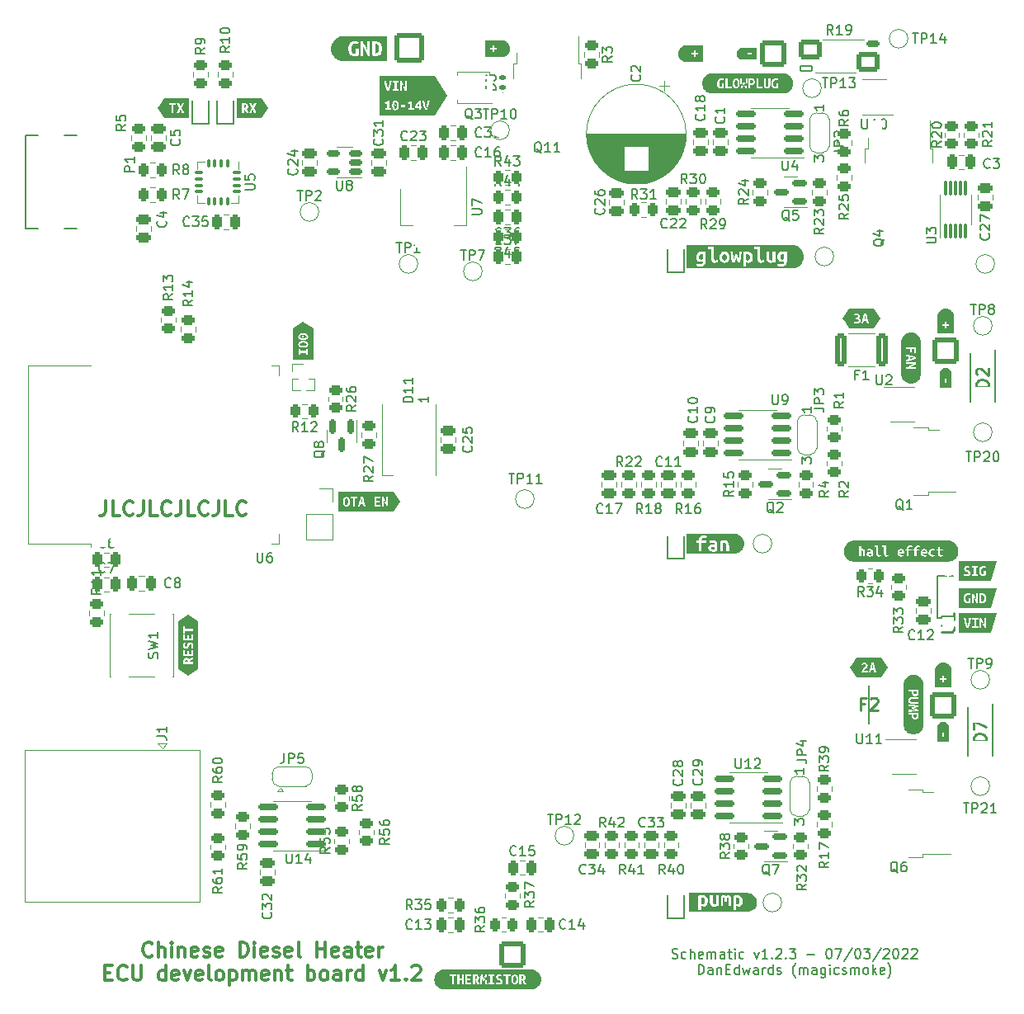
<source format=gto>
%TF.GenerationSoftware,KiCad,Pcbnew,(6.0.0)*%
%TF.CreationDate,2022-03-08T01:27:21+02:00*%
%TF.ProjectId,CDH_ECU1.2,4344485f-4543-4553-912e-322e6b696361,1.2*%
%TF.SameCoordinates,Original*%
%TF.FileFunction,Legend,Top*%
%TF.FilePolarity,Positive*%
%FSLAX46Y46*%
G04 Gerber Fmt 4.6, Leading zero omitted, Abs format (unit mm)*
G04 Created by KiCad (PCBNEW (6.0.0)) date 2022-03-08 01:27:21*
%MOMM*%
%LPD*%
G01*
G04 APERTURE LIST*
G04 Aperture macros list*
%AMRoundRect*
0 Rectangle with rounded corners*
0 $1 Rounding radius*
0 $2 $3 $4 $5 $6 $7 $8 $9 X,Y pos of 4 corners*
0 Add a 4 corners polygon primitive as box body*
4,1,4,$2,$3,$4,$5,$6,$7,$8,$9,$2,$3,0*
0 Add four circle primitives for the rounded corners*
1,1,$1+$1,$2,$3*
1,1,$1+$1,$4,$5*
1,1,$1+$1,$6,$7*
1,1,$1+$1,$8,$9*
0 Add four rect primitives between the rounded corners*
20,1,$1+$1,$2,$3,$4,$5,0*
20,1,$1+$1,$4,$5,$6,$7,0*
20,1,$1+$1,$6,$7,$8,$9,0*
20,1,$1+$1,$8,$9,$2,$3,0*%
%AMFreePoly0*
4,1,22,0.550000,-0.750000,0.000000,-0.750000,0.000000,-0.745033,-0.079941,-0.743568,-0.215256,-0.701293,-0.333266,-0.622738,-0.424486,-0.514219,-0.481581,-0.384460,-0.499164,-0.250000,-0.500000,-0.250000,-0.500000,0.250000,-0.499164,0.250000,-0.499963,0.256109,-0.478152,0.396186,-0.417904,0.524511,-0.324060,0.630769,-0.204165,0.706417,-0.067858,0.745374,0.000000,0.744959,0.000000,0.750000,
0.550000,0.750000,0.550000,-0.750000,0.550000,-0.750000,$1*%
%AMFreePoly1*
4,1,20,0.000000,0.744959,0.073905,0.744508,0.209726,0.703889,0.328688,0.626782,0.421226,0.519385,0.479903,0.390333,0.500000,0.250000,0.500000,-0.250000,0.499851,-0.262216,0.476331,-0.402017,0.414519,-0.529596,0.319384,-0.634700,0.198574,-0.708877,0.061801,-0.746166,0.000000,-0.745033,0.000000,-0.750000,-0.550000,-0.750000,-0.550000,0.750000,0.000000,0.750000,0.000000,0.744959,
0.000000,0.744959,$1*%
%AMFreePoly2*
4,1,21,1.372500,0.787500,0.862500,0.787500,0.862500,0.532500,1.372500,0.532500,1.372500,0.127500,0.862500,0.127500,0.862500,-0.127500,1.372500,-0.127500,1.372500,-0.532500,0.862500,-0.532500,0.862500,-0.787500,1.372500,-0.787500,1.372500,-1.195000,0.612500,-1.195000,0.612500,-1.117500,-0.862500,-1.117500,-0.862500,1.117500,0.612500,1.117500,0.612500,1.195000,1.372500,1.195000,
1.372500,0.787500,1.372500,0.787500,$1*%
G04 Aperture macros list end*
%ADD10C,0.300000*%
%ADD11C,0.200000*%
%ADD12C,0.150000*%
%ADD13C,0.254000*%
%ADD14C,0.120000*%
%ADD15C,0.100000*%
%ADD16RoundRect,0.250000X0.475000X-0.250000X0.475000X0.250000X-0.475000X0.250000X-0.475000X-0.250000X0*%
%ADD17RoundRect,0.250000X-1.125000X1.125000X-1.125000X-1.125000X1.125000X-1.125000X1.125000X1.125000X0*%
%ADD18C,2.750000*%
%ADD19RoundRect,0.243600X-0.901400X-0.771400X0.901400X-0.771400X0.901400X0.771400X-0.901400X0.771400X0*%
%ADD20RoundRect,0.091200X-0.608800X-0.288800X0.608800X-0.288800X0.608800X0.288800X-0.608800X0.288800X0*%
%ADD21RoundRect,0.190000X-0.510000X-0.190000X0.510000X-0.190000X0.510000X0.190000X-0.510000X0.190000X0*%
%ADD22RoundRect,0.250000X0.450000X-0.262500X0.450000X0.262500X-0.450000X0.262500X-0.450000X-0.262500X0*%
%ADD23R,0.630000X0.500000*%
%ADD24R,0.950000X1.230000*%
%ADD25C,1.500000*%
%ADD26RoundRect,0.150000X0.587500X0.150000X-0.587500X0.150000X-0.587500X-0.150000X0.587500X-0.150000X0*%
%ADD27RoundRect,0.250000X0.250000X0.475000X-0.250000X0.475000X-0.250000X-0.475000X0.250000X-0.475000X0*%
%ADD28RoundRect,0.250000X-0.450000X0.262500X-0.450000X-0.262500X0.450000X-0.262500X0.450000X0.262500X0*%
%ADD29RoundRect,0.250000X-0.250000X-0.475000X0.250000X-0.475000X0.250000X0.475000X-0.250000X0.475000X0*%
%ADD30R,2.200000X1.200000*%
%ADD31R,6.400000X5.800000*%
%ADD32C,3.200000*%
%ADD33R,1.500000X1.500000*%
%ADD34R,1.200000X2.200000*%
%ADD35R,5.800000X6.400000*%
%ADD36RoundRect,0.250000X-0.262500X-0.450000X0.262500X-0.450000X0.262500X0.450000X-0.262500X0.450000X0*%
%ADD37FreePoly0,270.000000*%
%ADD38R,1.500000X1.000000*%
%ADD39FreePoly1,270.000000*%
%ADD40C,3.000000*%
%ADD41R,1.600000X2.250000*%
%ADD42R,2.000000X2.000000*%
%ADD43C,2.000000*%
%ADD44RoundRect,0.250000X-0.475000X0.250000X-0.475000X-0.250000X0.475000X-0.250000X0.475000X0.250000X0*%
%ADD45RoundRect,0.250000X0.262500X0.450000X-0.262500X0.450000X-0.262500X-0.450000X0.262500X-0.450000X0*%
%ADD46R,0.900000X2.000000*%
%ADD47R,2.000000X0.900000*%
%ADD48R,5.000000X5.000000*%
%ADD49RoundRect,0.250000X0.312500X1.450000X-0.312500X1.450000X-0.312500X-1.450000X0.312500X-1.450000X0*%
%ADD50R,1.190000X1.190000*%
%ADD51C,1.190000*%
%ADD52R,0.950000X0.950000*%
%ADD53FreePoly0,0.000000*%
%ADD54R,1.000000X1.500000*%
%ADD55FreePoly1,0.000000*%
%ADD56R,1.500000X2.000000*%
%ADD57R,3.800000X2.000000*%
%ADD58R,0.990000X0.405000*%
%ADD59FreePoly2,180.000000*%
%ADD60RoundRect,0.150000X0.825000X0.150000X-0.825000X0.150000X-0.825000X-0.150000X0.825000X-0.150000X0*%
%ADD61R,1.700000X1.700000*%
%ADD62O,1.700000X1.700000*%
%ADD63RoundRect,0.250000X1.125000X1.125000X-1.125000X1.125000X-1.125000X-1.125000X1.125000X-1.125000X0*%
%ADD64RoundRect,0.075000X0.075000X-0.650000X0.075000X0.650000X-0.075000X0.650000X-0.075000X-0.650000X0*%
%ADD65R,1.300000X1.550000*%
%ADD66RoundRect,0.150000X0.512500X0.150000X-0.512500X0.150000X-0.512500X-0.150000X0.512500X-0.150000X0*%
%ADD67RoundRect,0.147500X0.172500X-0.147500X0.172500X0.147500X-0.172500X0.147500X-0.172500X-0.147500X0*%
%ADD68RoundRect,0.075000X-0.075000X0.350000X-0.075000X-0.350000X0.075000X-0.350000X0.075000X0.350000X0*%
%ADD69RoundRect,0.075000X-0.350000X0.075000X-0.350000X-0.075000X0.350000X-0.075000X0.350000X0.075000X0*%
%ADD70R,2.100000X2.100000*%
%ADD71RoundRect,0.249999X-1.300001X-1.300001X1.300001X-1.300001X1.300001X1.300001X-1.300001X1.300001X0*%
%ADD72C,3.100000*%
%ADD73C,0.650000*%
%ADD74R,1.150000X0.600000*%
%ADD75R,1.150000X0.300000*%
%ADD76O,2.000000X1.000000*%
%ADD77O,2.100000X1.050000*%
%ADD78R,1.000000X1.000000*%
%ADD79O,1.000000X1.000000*%
%ADD80R,1.900000X4.440000*%
%ADD81RoundRect,0.150000X-0.150000X0.587500X-0.150000X-0.587500X0.150000X-0.587500X0.150000X0.587500X0*%
G04 APERTURE END LIST*
D10*
X119309428Y-93666571D02*
X119309428Y-94738000D01*
X119238000Y-94952285D01*
X119095142Y-95095142D01*
X118880857Y-95166571D01*
X118738000Y-95166571D01*
X120738000Y-95166571D02*
X120023714Y-95166571D01*
X120023714Y-93666571D01*
X122095142Y-95023714D02*
X122023714Y-95095142D01*
X121809428Y-95166571D01*
X121666571Y-95166571D01*
X121452285Y-95095142D01*
X121309428Y-94952285D01*
X121238000Y-94809428D01*
X121166571Y-94523714D01*
X121166571Y-94309428D01*
X121238000Y-94023714D01*
X121309428Y-93880857D01*
X121452285Y-93738000D01*
X121666571Y-93666571D01*
X121809428Y-93666571D01*
X122023714Y-93738000D01*
X122095142Y-93809428D01*
X123166571Y-93666571D02*
X123166571Y-94738000D01*
X123095142Y-94952285D01*
X122952285Y-95095142D01*
X122738000Y-95166571D01*
X122595142Y-95166571D01*
X124595142Y-95166571D02*
X123880857Y-95166571D01*
X123880857Y-93666571D01*
X125952285Y-95023714D02*
X125880857Y-95095142D01*
X125666571Y-95166571D01*
X125523714Y-95166571D01*
X125309428Y-95095142D01*
X125166571Y-94952285D01*
X125095142Y-94809428D01*
X125023714Y-94523714D01*
X125023714Y-94309428D01*
X125095142Y-94023714D01*
X125166571Y-93880857D01*
X125309428Y-93738000D01*
X125523714Y-93666571D01*
X125666571Y-93666571D01*
X125880857Y-93738000D01*
X125952285Y-93809428D01*
X127023714Y-93666571D02*
X127023714Y-94738000D01*
X126952285Y-94952285D01*
X126809428Y-95095142D01*
X126595142Y-95166571D01*
X126452285Y-95166571D01*
X128452285Y-95166571D02*
X127738000Y-95166571D01*
X127738000Y-93666571D01*
X129809428Y-95023714D02*
X129738000Y-95095142D01*
X129523714Y-95166571D01*
X129380857Y-95166571D01*
X129166571Y-95095142D01*
X129023714Y-94952285D01*
X128952285Y-94809428D01*
X128880857Y-94523714D01*
X128880857Y-94309428D01*
X128952285Y-94023714D01*
X129023714Y-93880857D01*
X129166571Y-93738000D01*
X129380857Y-93666571D01*
X129523714Y-93666571D01*
X129738000Y-93738000D01*
X129809428Y-93809428D01*
X130880857Y-93666571D02*
X130880857Y-94738000D01*
X130809428Y-94952285D01*
X130666571Y-95095142D01*
X130452285Y-95166571D01*
X130309428Y-95166571D01*
X132309428Y-95166571D02*
X131595142Y-95166571D01*
X131595142Y-93666571D01*
X133666571Y-95023714D02*
X133595142Y-95095142D01*
X133380857Y-95166571D01*
X133238000Y-95166571D01*
X133023714Y-95095142D01*
X132880857Y-94952285D01*
X132809428Y-94809428D01*
X132738000Y-94523714D01*
X132738000Y-94309428D01*
X132809428Y-94023714D01*
X132880857Y-93880857D01*
X133023714Y-93738000D01*
X133238000Y-93666571D01*
X133380857Y-93666571D01*
X133595142Y-93738000D01*
X133666571Y-93809428D01*
X124060571Y-140298214D02*
X123989142Y-140369642D01*
X123774857Y-140441071D01*
X123632000Y-140441071D01*
X123417714Y-140369642D01*
X123274857Y-140226785D01*
X123203428Y-140083928D01*
X123132000Y-139798214D01*
X123132000Y-139583928D01*
X123203428Y-139298214D01*
X123274857Y-139155357D01*
X123417714Y-139012500D01*
X123632000Y-138941071D01*
X123774857Y-138941071D01*
X123989142Y-139012500D01*
X124060571Y-139083928D01*
X124703428Y-140441071D02*
X124703428Y-138941071D01*
X125346285Y-140441071D02*
X125346285Y-139655357D01*
X125274857Y-139512500D01*
X125132000Y-139441071D01*
X124917714Y-139441071D01*
X124774857Y-139512500D01*
X124703428Y-139583928D01*
X126060571Y-140441071D02*
X126060571Y-139441071D01*
X126060571Y-138941071D02*
X125989142Y-139012500D01*
X126060571Y-139083928D01*
X126132000Y-139012500D01*
X126060571Y-138941071D01*
X126060571Y-139083928D01*
X126774857Y-139441071D02*
X126774857Y-140441071D01*
X126774857Y-139583928D02*
X126846285Y-139512500D01*
X126989142Y-139441071D01*
X127203428Y-139441071D01*
X127346285Y-139512500D01*
X127417714Y-139655357D01*
X127417714Y-140441071D01*
X128703428Y-140369642D02*
X128560571Y-140441071D01*
X128274857Y-140441071D01*
X128132000Y-140369642D01*
X128060571Y-140226785D01*
X128060571Y-139655357D01*
X128132000Y-139512500D01*
X128274857Y-139441071D01*
X128560571Y-139441071D01*
X128703428Y-139512500D01*
X128774857Y-139655357D01*
X128774857Y-139798214D01*
X128060571Y-139941071D01*
X129346285Y-140369642D02*
X129489142Y-140441071D01*
X129774857Y-140441071D01*
X129917714Y-140369642D01*
X129989142Y-140226785D01*
X129989142Y-140155357D01*
X129917714Y-140012500D01*
X129774857Y-139941071D01*
X129560571Y-139941071D01*
X129417714Y-139869642D01*
X129346285Y-139726785D01*
X129346285Y-139655357D01*
X129417714Y-139512500D01*
X129560571Y-139441071D01*
X129774857Y-139441071D01*
X129917714Y-139512500D01*
X131203428Y-140369642D02*
X131060571Y-140441071D01*
X130774857Y-140441071D01*
X130632000Y-140369642D01*
X130560571Y-140226785D01*
X130560571Y-139655357D01*
X130632000Y-139512500D01*
X130774857Y-139441071D01*
X131060571Y-139441071D01*
X131203428Y-139512500D01*
X131274857Y-139655357D01*
X131274857Y-139798214D01*
X130560571Y-139941071D01*
X133060571Y-140441071D02*
X133060571Y-138941071D01*
X133417714Y-138941071D01*
X133632000Y-139012500D01*
X133774857Y-139155357D01*
X133846285Y-139298214D01*
X133917714Y-139583928D01*
X133917714Y-139798214D01*
X133846285Y-140083928D01*
X133774857Y-140226785D01*
X133632000Y-140369642D01*
X133417714Y-140441071D01*
X133060571Y-140441071D01*
X134560571Y-140441071D02*
X134560571Y-139441071D01*
X134560571Y-138941071D02*
X134489142Y-139012500D01*
X134560571Y-139083928D01*
X134632000Y-139012500D01*
X134560571Y-138941071D01*
X134560571Y-139083928D01*
X135846285Y-140369642D02*
X135703428Y-140441071D01*
X135417714Y-140441071D01*
X135274857Y-140369642D01*
X135203428Y-140226785D01*
X135203428Y-139655357D01*
X135274857Y-139512500D01*
X135417714Y-139441071D01*
X135703428Y-139441071D01*
X135846285Y-139512500D01*
X135917714Y-139655357D01*
X135917714Y-139798214D01*
X135203428Y-139941071D01*
X136489142Y-140369642D02*
X136632000Y-140441071D01*
X136917714Y-140441071D01*
X137060571Y-140369642D01*
X137132000Y-140226785D01*
X137132000Y-140155357D01*
X137060571Y-140012500D01*
X136917714Y-139941071D01*
X136703428Y-139941071D01*
X136560571Y-139869642D01*
X136489142Y-139726785D01*
X136489142Y-139655357D01*
X136560571Y-139512500D01*
X136703428Y-139441071D01*
X136917714Y-139441071D01*
X137060571Y-139512500D01*
X138346285Y-140369642D02*
X138203428Y-140441071D01*
X137917714Y-140441071D01*
X137774857Y-140369642D01*
X137703428Y-140226785D01*
X137703428Y-139655357D01*
X137774857Y-139512500D01*
X137917714Y-139441071D01*
X138203428Y-139441071D01*
X138346285Y-139512500D01*
X138417714Y-139655357D01*
X138417714Y-139798214D01*
X137703428Y-139941071D01*
X139274857Y-140441071D02*
X139132000Y-140369642D01*
X139060571Y-140226785D01*
X139060571Y-138941071D01*
X140989142Y-140441071D02*
X140989142Y-138941071D01*
X140989142Y-139655357D02*
X141846285Y-139655357D01*
X141846285Y-140441071D02*
X141846285Y-138941071D01*
X143132000Y-140369642D02*
X142989142Y-140441071D01*
X142703428Y-140441071D01*
X142560571Y-140369642D01*
X142489142Y-140226785D01*
X142489142Y-139655357D01*
X142560571Y-139512500D01*
X142703428Y-139441071D01*
X142989142Y-139441071D01*
X143132000Y-139512500D01*
X143203428Y-139655357D01*
X143203428Y-139798214D01*
X142489142Y-139941071D01*
X144489142Y-140441071D02*
X144489142Y-139655357D01*
X144417714Y-139512500D01*
X144274857Y-139441071D01*
X143989142Y-139441071D01*
X143846285Y-139512500D01*
X144489142Y-140369642D02*
X144346285Y-140441071D01*
X143989142Y-140441071D01*
X143846285Y-140369642D01*
X143774857Y-140226785D01*
X143774857Y-140083928D01*
X143846285Y-139941071D01*
X143989142Y-139869642D01*
X144346285Y-139869642D01*
X144489142Y-139798214D01*
X144989142Y-139441071D02*
X145560571Y-139441071D01*
X145203428Y-138941071D02*
X145203428Y-140226785D01*
X145274857Y-140369642D01*
X145417714Y-140441071D01*
X145560571Y-140441071D01*
X146632000Y-140369642D02*
X146489142Y-140441071D01*
X146203428Y-140441071D01*
X146060571Y-140369642D01*
X145989142Y-140226785D01*
X145989142Y-139655357D01*
X146060571Y-139512500D01*
X146203428Y-139441071D01*
X146489142Y-139441071D01*
X146632000Y-139512500D01*
X146703428Y-139655357D01*
X146703428Y-139798214D01*
X145989142Y-139941071D01*
X147346285Y-140441071D02*
X147346285Y-139441071D01*
X147346285Y-139726785D02*
X147417714Y-139583928D01*
X147489142Y-139512500D01*
X147632000Y-139441071D01*
X147774857Y-139441071D01*
X119239142Y-142070357D02*
X119739142Y-142070357D01*
X119953428Y-142856071D02*
X119239142Y-142856071D01*
X119239142Y-141356071D01*
X119953428Y-141356071D01*
X121453428Y-142713214D02*
X121382000Y-142784642D01*
X121167714Y-142856071D01*
X121024857Y-142856071D01*
X120810571Y-142784642D01*
X120667714Y-142641785D01*
X120596285Y-142498928D01*
X120524857Y-142213214D01*
X120524857Y-141998928D01*
X120596285Y-141713214D01*
X120667714Y-141570357D01*
X120810571Y-141427500D01*
X121024857Y-141356071D01*
X121167714Y-141356071D01*
X121382000Y-141427500D01*
X121453428Y-141498928D01*
X122096285Y-141356071D02*
X122096285Y-142570357D01*
X122167714Y-142713214D01*
X122239142Y-142784642D01*
X122382000Y-142856071D01*
X122667714Y-142856071D01*
X122810571Y-142784642D01*
X122882000Y-142713214D01*
X122953428Y-142570357D01*
X122953428Y-141356071D01*
X125453428Y-142856071D02*
X125453428Y-141356071D01*
X125453428Y-142784642D02*
X125310571Y-142856071D01*
X125024857Y-142856071D01*
X124882000Y-142784642D01*
X124810571Y-142713214D01*
X124739142Y-142570357D01*
X124739142Y-142141785D01*
X124810571Y-141998928D01*
X124882000Y-141927500D01*
X125024857Y-141856071D01*
X125310571Y-141856071D01*
X125453428Y-141927500D01*
X126739142Y-142784642D02*
X126596285Y-142856071D01*
X126310571Y-142856071D01*
X126167714Y-142784642D01*
X126096285Y-142641785D01*
X126096285Y-142070357D01*
X126167714Y-141927500D01*
X126310571Y-141856071D01*
X126596285Y-141856071D01*
X126739142Y-141927500D01*
X126810571Y-142070357D01*
X126810571Y-142213214D01*
X126096285Y-142356071D01*
X127310571Y-141856071D02*
X127667714Y-142856071D01*
X128024857Y-141856071D01*
X129167714Y-142784642D02*
X129024857Y-142856071D01*
X128739142Y-142856071D01*
X128596285Y-142784642D01*
X128524857Y-142641785D01*
X128524857Y-142070357D01*
X128596285Y-141927500D01*
X128739142Y-141856071D01*
X129024857Y-141856071D01*
X129167714Y-141927500D01*
X129239142Y-142070357D01*
X129239142Y-142213214D01*
X128524857Y-142356071D01*
X130096285Y-142856071D02*
X129953428Y-142784642D01*
X129882000Y-142641785D01*
X129882000Y-141356071D01*
X130882000Y-142856071D02*
X130739142Y-142784642D01*
X130667714Y-142713214D01*
X130596285Y-142570357D01*
X130596285Y-142141785D01*
X130667714Y-141998928D01*
X130739142Y-141927500D01*
X130882000Y-141856071D01*
X131096285Y-141856071D01*
X131239142Y-141927500D01*
X131310571Y-141998928D01*
X131382000Y-142141785D01*
X131382000Y-142570357D01*
X131310571Y-142713214D01*
X131239142Y-142784642D01*
X131096285Y-142856071D01*
X130882000Y-142856071D01*
X132024857Y-141856071D02*
X132024857Y-143356071D01*
X132024857Y-141927500D02*
X132167714Y-141856071D01*
X132453428Y-141856071D01*
X132596285Y-141927500D01*
X132667714Y-141998928D01*
X132739142Y-142141785D01*
X132739142Y-142570357D01*
X132667714Y-142713214D01*
X132596285Y-142784642D01*
X132453428Y-142856071D01*
X132167714Y-142856071D01*
X132024857Y-142784642D01*
X133382000Y-142856071D02*
X133382000Y-141856071D01*
X133382000Y-141998928D02*
X133453428Y-141927500D01*
X133596285Y-141856071D01*
X133810571Y-141856071D01*
X133953428Y-141927500D01*
X134024857Y-142070357D01*
X134024857Y-142856071D01*
X134024857Y-142070357D02*
X134096285Y-141927500D01*
X134239142Y-141856071D01*
X134453428Y-141856071D01*
X134596285Y-141927500D01*
X134667714Y-142070357D01*
X134667714Y-142856071D01*
X135953428Y-142784642D02*
X135810571Y-142856071D01*
X135524857Y-142856071D01*
X135382000Y-142784642D01*
X135310571Y-142641785D01*
X135310571Y-142070357D01*
X135382000Y-141927500D01*
X135524857Y-141856071D01*
X135810571Y-141856071D01*
X135953428Y-141927500D01*
X136024857Y-142070357D01*
X136024857Y-142213214D01*
X135310571Y-142356071D01*
X136667714Y-141856071D02*
X136667714Y-142856071D01*
X136667714Y-141998928D02*
X136739142Y-141927500D01*
X136882000Y-141856071D01*
X137096285Y-141856071D01*
X137239142Y-141927500D01*
X137310571Y-142070357D01*
X137310571Y-142856071D01*
X137810571Y-141856071D02*
X138382000Y-141856071D01*
X138024857Y-141356071D02*
X138024857Y-142641785D01*
X138096285Y-142784642D01*
X138239142Y-142856071D01*
X138382000Y-142856071D01*
X140024857Y-142856071D02*
X140024857Y-141356071D01*
X140024857Y-141927500D02*
X140167714Y-141856071D01*
X140453428Y-141856071D01*
X140596285Y-141927500D01*
X140667714Y-141998928D01*
X140739142Y-142141785D01*
X140739142Y-142570357D01*
X140667714Y-142713214D01*
X140596285Y-142784642D01*
X140453428Y-142856071D01*
X140167714Y-142856071D01*
X140024857Y-142784642D01*
X141596285Y-142856071D02*
X141453428Y-142784642D01*
X141382000Y-142713214D01*
X141310571Y-142570357D01*
X141310571Y-142141785D01*
X141382000Y-141998928D01*
X141453428Y-141927500D01*
X141596285Y-141856071D01*
X141810571Y-141856071D01*
X141953428Y-141927500D01*
X142024857Y-141998928D01*
X142096285Y-142141785D01*
X142096285Y-142570357D01*
X142024857Y-142713214D01*
X141953428Y-142784642D01*
X141810571Y-142856071D01*
X141596285Y-142856071D01*
X143382000Y-142856071D02*
X143382000Y-142070357D01*
X143310571Y-141927500D01*
X143167714Y-141856071D01*
X142882000Y-141856071D01*
X142739142Y-141927500D01*
X143382000Y-142784642D02*
X143239142Y-142856071D01*
X142882000Y-142856071D01*
X142739142Y-142784642D01*
X142667714Y-142641785D01*
X142667714Y-142498928D01*
X142739142Y-142356071D01*
X142882000Y-142284642D01*
X143239142Y-142284642D01*
X143382000Y-142213214D01*
X144096285Y-142856071D02*
X144096285Y-141856071D01*
X144096285Y-142141785D02*
X144167714Y-141998928D01*
X144239142Y-141927500D01*
X144382000Y-141856071D01*
X144524857Y-141856071D01*
X145667714Y-142856071D02*
X145667714Y-141356071D01*
X145667714Y-142784642D02*
X145524857Y-142856071D01*
X145239142Y-142856071D01*
X145096285Y-142784642D01*
X145024857Y-142713214D01*
X144953428Y-142570357D01*
X144953428Y-142141785D01*
X145024857Y-141998928D01*
X145096285Y-141927500D01*
X145239142Y-141856071D01*
X145524857Y-141856071D01*
X145667714Y-141927500D01*
X147382000Y-141856071D02*
X147739142Y-142856071D01*
X148096285Y-141856071D01*
X149453428Y-142856071D02*
X148596285Y-142856071D01*
X149024857Y-142856071D02*
X149024857Y-141356071D01*
X148882000Y-141570357D01*
X148739142Y-141713214D01*
X148596285Y-141784642D01*
X150096285Y-142713214D02*
X150167714Y-142784642D01*
X150096285Y-142856071D01*
X150024857Y-142784642D01*
X150096285Y-142713214D01*
X150096285Y-142856071D01*
X150739142Y-141498928D02*
X150810571Y-141427500D01*
X150953428Y-141356071D01*
X151310571Y-141356071D01*
X151453428Y-141427500D01*
X151524857Y-141498928D01*
X151596285Y-141641785D01*
X151596285Y-141784642D01*
X151524857Y-141998928D01*
X150667714Y-142856071D01*
X151596285Y-142856071D01*
D11*
X177420571Y-140569761D02*
X177563428Y-140617380D01*
X177801523Y-140617380D01*
X177896761Y-140569761D01*
X177944380Y-140522142D01*
X177992000Y-140426904D01*
X177992000Y-140331666D01*
X177944380Y-140236428D01*
X177896761Y-140188809D01*
X177801523Y-140141190D01*
X177611047Y-140093571D01*
X177515809Y-140045952D01*
X177468190Y-139998333D01*
X177420571Y-139903095D01*
X177420571Y-139807857D01*
X177468190Y-139712619D01*
X177515809Y-139665000D01*
X177611047Y-139617380D01*
X177849142Y-139617380D01*
X177992000Y-139665000D01*
X178849142Y-140569761D02*
X178753904Y-140617380D01*
X178563428Y-140617380D01*
X178468190Y-140569761D01*
X178420571Y-140522142D01*
X178372952Y-140426904D01*
X178372952Y-140141190D01*
X178420571Y-140045952D01*
X178468190Y-139998333D01*
X178563428Y-139950714D01*
X178753904Y-139950714D01*
X178849142Y-139998333D01*
X179277714Y-140617380D02*
X179277714Y-139617380D01*
X179706285Y-140617380D02*
X179706285Y-140093571D01*
X179658666Y-139998333D01*
X179563428Y-139950714D01*
X179420571Y-139950714D01*
X179325333Y-139998333D01*
X179277714Y-140045952D01*
X180563428Y-140569761D02*
X180468190Y-140617380D01*
X180277714Y-140617380D01*
X180182476Y-140569761D01*
X180134857Y-140474523D01*
X180134857Y-140093571D01*
X180182476Y-139998333D01*
X180277714Y-139950714D01*
X180468190Y-139950714D01*
X180563428Y-139998333D01*
X180611047Y-140093571D01*
X180611047Y-140188809D01*
X180134857Y-140284047D01*
X181039619Y-140617380D02*
X181039619Y-139950714D01*
X181039619Y-140045952D02*
X181087238Y-139998333D01*
X181182476Y-139950714D01*
X181325333Y-139950714D01*
X181420571Y-139998333D01*
X181468190Y-140093571D01*
X181468190Y-140617380D01*
X181468190Y-140093571D02*
X181515809Y-139998333D01*
X181611047Y-139950714D01*
X181753904Y-139950714D01*
X181849142Y-139998333D01*
X181896761Y-140093571D01*
X181896761Y-140617380D01*
X182801523Y-140617380D02*
X182801523Y-140093571D01*
X182753904Y-139998333D01*
X182658666Y-139950714D01*
X182468190Y-139950714D01*
X182372952Y-139998333D01*
X182801523Y-140569761D02*
X182706285Y-140617380D01*
X182468190Y-140617380D01*
X182372952Y-140569761D01*
X182325333Y-140474523D01*
X182325333Y-140379285D01*
X182372952Y-140284047D01*
X182468190Y-140236428D01*
X182706285Y-140236428D01*
X182801523Y-140188809D01*
X183134857Y-139950714D02*
X183515809Y-139950714D01*
X183277714Y-139617380D02*
X183277714Y-140474523D01*
X183325333Y-140569761D01*
X183420571Y-140617380D01*
X183515809Y-140617380D01*
X183849142Y-140617380D02*
X183849142Y-139950714D01*
X183849142Y-139617380D02*
X183801523Y-139665000D01*
X183849142Y-139712619D01*
X183896761Y-139665000D01*
X183849142Y-139617380D01*
X183849142Y-139712619D01*
X184753904Y-140569761D02*
X184658666Y-140617380D01*
X184468190Y-140617380D01*
X184372952Y-140569761D01*
X184325333Y-140522142D01*
X184277714Y-140426904D01*
X184277714Y-140141190D01*
X184325333Y-140045952D01*
X184372952Y-139998333D01*
X184468190Y-139950714D01*
X184658666Y-139950714D01*
X184753904Y-139998333D01*
X185849142Y-139950714D02*
X186087238Y-140617380D01*
X186325333Y-139950714D01*
X187230095Y-140617380D02*
X186658666Y-140617380D01*
X186944380Y-140617380D02*
X186944380Y-139617380D01*
X186849142Y-139760238D01*
X186753904Y-139855476D01*
X186658666Y-139903095D01*
X187658666Y-140522142D02*
X187706285Y-140569761D01*
X187658666Y-140617380D01*
X187611047Y-140569761D01*
X187658666Y-140522142D01*
X187658666Y-140617380D01*
X188087238Y-139712619D02*
X188134857Y-139665000D01*
X188230095Y-139617380D01*
X188468190Y-139617380D01*
X188563428Y-139665000D01*
X188611047Y-139712619D01*
X188658666Y-139807857D01*
X188658666Y-139903095D01*
X188611047Y-140045952D01*
X188039619Y-140617380D01*
X188658666Y-140617380D01*
X189087238Y-140522142D02*
X189134857Y-140569761D01*
X189087238Y-140617380D01*
X189039619Y-140569761D01*
X189087238Y-140522142D01*
X189087238Y-140617380D01*
X189468190Y-139617380D02*
X190087238Y-139617380D01*
X189753904Y-139998333D01*
X189896761Y-139998333D01*
X189991999Y-140045952D01*
X190039619Y-140093571D01*
X190087238Y-140188809D01*
X190087238Y-140426904D01*
X190039619Y-140522142D01*
X189991999Y-140569761D01*
X189896761Y-140617380D01*
X189611047Y-140617380D01*
X189515809Y-140569761D01*
X189468190Y-140522142D01*
X191277714Y-140236428D02*
X192039619Y-140236428D01*
X193468190Y-139617380D02*
X193563428Y-139617380D01*
X193658666Y-139665000D01*
X193706285Y-139712619D01*
X193753904Y-139807857D01*
X193801523Y-139998333D01*
X193801523Y-140236428D01*
X193753904Y-140426904D01*
X193706285Y-140522142D01*
X193658666Y-140569761D01*
X193563428Y-140617380D01*
X193468190Y-140617380D01*
X193372952Y-140569761D01*
X193325333Y-140522142D01*
X193277714Y-140426904D01*
X193230095Y-140236428D01*
X193230095Y-139998333D01*
X193277714Y-139807857D01*
X193325333Y-139712619D01*
X193372952Y-139665000D01*
X193468190Y-139617380D01*
X194134857Y-139617380D02*
X194801523Y-139617380D01*
X194372952Y-140617380D01*
X195896761Y-139569761D02*
X195039619Y-140855476D01*
X196420571Y-139617380D02*
X196515809Y-139617380D01*
X196611047Y-139665000D01*
X196658666Y-139712619D01*
X196706285Y-139807857D01*
X196753904Y-139998333D01*
X196753904Y-140236428D01*
X196706285Y-140426904D01*
X196658666Y-140522142D01*
X196611047Y-140569761D01*
X196515809Y-140617380D01*
X196420571Y-140617380D01*
X196325333Y-140569761D01*
X196277714Y-140522142D01*
X196230095Y-140426904D01*
X196182476Y-140236428D01*
X196182476Y-139998333D01*
X196230095Y-139807857D01*
X196277714Y-139712619D01*
X196325333Y-139665000D01*
X196420571Y-139617380D01*
X197087238Y-139617380D02*
X197706285Y-139617380D01*
X197372952Y-139998333D01*
X197515809Y-139998333D01*
X197611047Y-140045952D01*
X197658666Y-140093571D01*
X197706285Y-140188809D01*
X197706285Y-140426904D01*
X197658666Y-140522142D01*
X197611047Y-140569761D01*
X197515809Y-140617380D01*
X197230095Y-140617380D01*
X197134857Y-140569761D01*
X197087238Y-140522142D01*
X198849142Y-139569761D02*
X197991999Y-140855476D01*
X199134857Y-139712619D02*
X199182476Y-139665000D01*
X199277714Y-139617380D01*
X199515809Y-139617380D01*
X199611047Y-139665000D01*
X199658666Y-139712619D01*
X199706285Y-139807857D01*
X199706285Y-139903095D01*
X199658666Y-140045952D01*
X199087238Y-140617380D01*
X199706285Y-140617380D01*
X200325333Y-139617380D02*
X200420571Y-139617380D01*
X200515809Y-139665000D01*
X200563428Y-139712619D01*
X200611047Y-139807857D01*
X200658666Y-139998333D01*
X200658666Y-140236428D01*
X200611047Y-140426904D01*
X200563428Y-140522142D01*
X200515809Y-140569761D01*
X200420571Y-140617380D01*
X200325333Y-140617380D01*
X200230095Y-140569761D01*
X200182476Y-140522142D01*
X200134857Y-140426904D01*
X200087238Y-140236428D01*
X200087238Y-139998333D01*
X200134857Y-139807857D01*
X200182476Y-139712619D01*
X200230095Y-139665000D01*
X200325333Y-139617380D01*
X201039619Y-139712619D02*
X201087238Y-139665000D01*
X201182476Y-139617380D01*
X201420571Y-139617380D01*
X201515809Y-139665000D01*
X201563428Y-139712619D01*
X201611047Y-139807857D01*
X201611047Y-139903095D01*
X201563428Y-140045952D01*
X200991999Y-140617380D01*
X201611047Y-140617380D01*
X201991999Y-139712619D02*
X202039619Y-139665000D01*
X202134857Y-139617380D01*
X202372952Y-139617380D01*
X202468190Y-139665000D01*
X202515809Y-139712619D01*
X202563428Y-139807857D01*
X202563428Y-139903095D01*
X202515809Y-140045952D01*
X201944380Y-140617380D01*
X202563428Y-140617380D01*
X180134857Y-142227380D02*
X180134857Y-141227380D01*
X180372952Y-141227380D01*
X180515809Y-141275000D01*
X180611047Y-141370238D01*
X180658666Y-141465476D01*
X180706285Y-141655952D01*
X180706285Y-141798809D01*
X180658666Y-141989285D01*
X180611047Y-142084523D01*
X180515809Y-142179761D01*
X180372952Y-142227380D01*
X180134857Y-142227380D01*
X181563428Y-142227380D02*
X181563428Y-141703571D01*
X181515809Y-141608333D01*
X181420571Y-141560714D01*
X181230095Y-141560714D01*
X181134857Y-141608333D01*
X181563428Y-142179761D02*
X181468190Y-142227380D01*
X181230095Y-142227380D01*
X181134857Y-142179761D01*
X181087238Y-142084523D01*
X181087238Y-141989285D01*
X181134857Y-141894047D01*
X181230095Y-141846428D01*
X181468190Y-141846428D01*
X181563428Y-141798809D01*
X182039619Y-141560714D02*
X182039619Y-142227380D01*
X182039619Y-141655952D02*
X182087238Y-141608333D01*
X182182476Y-141560714D01*
X182325333Y-141560714D01*
X182420571Y-141608333D01*
X182468190Y-141703571D01*
X182468190Y-142227380D01*
X182944380Y-141703571D02*
X183277714Y-141703571D01*
X183420571Y-142227380D02*
X182944380Y-142227380D01*
X182944380Y-141227380D01*
X183420571Y-141227380D01*
X184277714Y-142227380D02*
X184277714Y-141227380D01*
X184277714Y-142179761D02*
X184182476Y-142227380D01*
X183992000Y-142227380D01*
X183896761Y-142179761D01*
X183849142Y-142132142D01*
X183801523Y-142036904D01*
X183801523Y-141751190D01*
X183849142Y-141655952D01*
X183896761Y-141608333D01*
X183992000Y-141560714D01*
X184182476Y-141560714D01*
X184277714Y-141608333D01*
X184658666Y-141560714D02*
X184849142Y-142227380D01*
X185039619Y-141751190D01*
X185230095Y-142227380D01*
X185420571Y-141560714D01*
X186230095Y-142227380D02*
X186230095Y-141703571D01*
X186182476Y-141608333D01*
X186087238Y-141560714D01*
X185896761Y-141560714D01*
X185801523Y-141608333D01*
X186230095Y-142179761D02*
X186134857Y-142227380D01*
X185896761Y-142227380D01*
X185801523Y-142179761D01*
X185753904Y-142084523D01*
X185753904Y-141989285D01*
X185801523Y-141894047D01*
X185896761Y-141846428D01*
X186134857Y-141846428D01*
X186230095Y-141798809D01*
X186706285Y-142227380D02*
X186706285Y-141560714D01*
X186706285Y-141751190D02*
X186753904Y-141655952D01*
X186801523Y-141608333D01*
X186896761Y-141560714D01*
X186992000Y-141560714D01*
X187753904Y-142227380D02*
X187753904Y-141227380D01*
X187753904Y-142179761D02*
X187658666Y-142227380D01*
X187468190Y-142227380D01*
X187372952Y-142179761D01*
X187325333Y-142132142D01*
X187277714Y-142036904D01*
X187277714Y-141751190D01*
X187325333Y-141655952D01*
X187372952Y-141608333D01*
X187468190Y-141560714D01*
X187658666Y-141560714D01*
X187753904Y-141608333D01*
X188182476Y-142179761D02*
X188277714Y-142227380D01*
X188468190Y-142227380D01*
X188563428Y-142179761D01*
X188611047Y-142084523D01*
X188611047Y-142036904D01*
X188563428Y-141941666D01*
X188468190Y-141894047D01*
X188325333Y-141894047D01*
X188230095Y-141846428D01*
X188182476Y-141751190D01*
X188182476Y-141703571D01*
X188230095Y-141608333D01*
X188325333Y-141560714D01*
X188468190Y-141560714D01*
X188563428Y-141608333D01*
X190087238Y-142608333D02*
X190039619Y-142560714D01*
X189944380Y-142417857D01*
X189896761Y-142322619D01*
X189849142Y-142179761D01*
X189801523Y-141941666D01*
X189801523Y-141751190D01*
X189849142Y-141513095D01*
X189896761Y-141370238D01*
X189944380Y-141275000D01*
X190039619Y-141132142D01*
X190087238Y-141084523D01*
X190468190Y-142227380D02*
X190468190Y-141560714D01*
X190468190Y-141655952D02*
X190515809Y-141608333D01*
X190611047Y-141560714D01*
X190753904Y-141560714D01*
X190849142Y-141608333D01*
X190896761Y-141703571D01*
X190896761Y-142227380D01*
X190896761Y-141703571D02*
X190944380Y-141608333D01*
X191039619Y-141560714D01*
X191182476Y-141560714D01*
X191277714Y-141608333D01*
X191325333Y-141703571D01*
X191325333Y-142227380D01*
X192230095Y-142227380D02*
X192230095Y-141703571D01*
X192182476Y-141608333D01*
X192087238Y-141560714D01*
X191896761Y-141560714D01*
X191801523Y-141608333D01*
X192230095Y-142179761D02*
X192134857Y-142227380D01*
X191896761Y-142227380D01*
X191801523Y-142179761D01*
X191753904Y-142084523D01*
X191753904Y-141989285D01*
X191801523Y-141894047D01*
X191896761Y-141846428D01*
X192134857Y-141846428D01*
X192230095Y-141798809D01*
X193134857Y-141560714D02*
X193134857Y-142370238D01*
X193087238Y-142465476D01*
X193039619Y-142513095D01*
X192944380Y-142560714D01*
X192801523Y-142560714D01*
X192706285Y-142513095D01*
X193134857Y-142179761D02*
X193039619Y-142227380D01*
X192849142Y-142227380D01*
X192753904Y-142179761D01*
X192706285Y-142132142D01*
X192658666Y-142036904D01*
X192658666Y-141751190D01*
X192706285Y-141655952D01*
X192753904Y-141608333D01*
X192849142Y-141560714D01*
X193039619Y-141560714D01*
X193134857Y-141608333D01*
X193611047Y-142227380D02*
X193611047Y-141560714D01*
X193611047Y-141227380D02*
X193563428Y-141275000D01*
X193611047Y-141322619D01*
X193658666Y-141275000D01*
X193611047Y-141227380D01*
X193611047Y-141322619D01*
X194515809Y-142179761D02*
X194420571Y-142227380D01*
X194230095Y-142227380D01*
X194134857Y-142179761D01*
X194087238Y-142132142D01*
X194039619Y-142036904D01*
X194039619Y-141751190D01*
X194087238Y-141655952D01*
X194134857Y-141608333D01*
X194230095Y-141560714D01*
X194420571Y-141560714D01*
X194515809Y-141608333D01*
X194896761Y-142179761D02*
X194992000Y-142227380D01*
X195182476Y-142227380D01*
X195277714Y-142179761D01*
X195325333Y-142084523D01*
X195325333Y-142036904D01*
X195277714Y-141941666D01*
X195182476Y-141894047D01*
X195039619Y-141894047D01*
X194944380Y-141846428D01*
X194896761Y-141751190D01*
X194896761Y-141703571D01*
X194944380Y-141608333D01*
X195039619Y-141560714D01*
X195182476Y-141560714D01*
X195277714Y-141608333D01*
X195753904Y-142227380D02*
X195753904Y-141560714D01*
X195753904Y-141655952D02*
X195801523Y-141608333D01*
X195896761Y-141560714D01*
X196039619Y-141560714D01*
X196134857Y-141608333D01*
X196182476Y-141703571D01*
X196182476Y-142227380D01*
X196182476Y-141703571D02*
X196230095Y-141608333D01*
X196325333Y-141560714D01*
X196468190Y-141560714D01*
X196563428Y-141608333D01*
X196611047Y-141703571D01*
X196611047Y-142227380D01*
X197230095Y-142227380D02*
X197134857Y-142179761D01*
X197087238Y-142132142D01*
X197039619Y-142036904D01*
X197039619Y-141751190D01*
X197087238Y-141655952D01*
X197134857Y-141608333D01*
X197230095Y-141560714D01*
X197372952Y-141560714D01*
X197468190Y-141608333D01*
X197515809Y-141655952D01*
X197563428Y-141751190D01*
X197563428Y-142036904D01*
X197515809Y-142132142D01*
X197468190Y-142179761D01*
X197372952Y-142227380D01*
X197230095Y-142227380D01*
X197992000Y-142227380D02*
X197992000Y-141227380D01*
X198087238Y-141846428D02*
X198372952Y-142227380D01*
X198372952Y-141560714D02*
X197992000Y-141941666D01*
X199182476Y-142179761D02*
X199087238Y-142227380D01*
X198896761Y-142227380D01*
X198801523Y-142179761D01*
X198753904Y-142084523D01*
X198753904Y-141703571D01*
X198801523Y-141608333D01*
X198896761Y-141560714D01*
X199087238Y-141560714D01*
X199182476Y-141608333D01*
X199230095Y-141703571D01*
X199230095Y-141798809D01*
X198753904Y-141894047D01*
X199563428Y-142608333D02*
X199611047Y-142560714D01*
X199706285Y-142417857D01*
X199753904Y-142322619D01*
X199801523Y-142179761D01*
X199849142Y-141941666D01*
X199849142Y-141751190D01*
X199801523Y-141513095D01*
X199753904Y-141370238D01*
X199706285Y-141275000D01*
X199611047Y-141132142D01*
X199563428Y-141084523D01*
D12*
X176903142Y-65569142D02*
X176855523Y-65616761D01*
X176712666Y-65664380D01*
X176617428Y-65664380D01*
X176474571Y-65616761D01*
X176379333Y-65521523D01*
X176331714Y-65426285D01*
X176284095Y-65235809D01*
X176284095Y-65092952D01*
X176331714Y-64902476D01*
X176379333Y-64807238D01*
X176474571Y-64712000D01*
X176617428Y-64664380D01*
X176712666Y-64664380D01*
X176855523Y-64712000D01*
X176903142Y-64759619D01*
X177284095Y-64759619D02*
X177331714Y-64712000D01*
X177426952Y-64664380D01*
X177665047Y-64664380D01*
X177760285Y-64712000D01*
X177807904Y-64759619D01*
X177855523Y-64854857D01*
X177855523Y-64950095D01*
X177807904Y-65092952D01*
X177236476Y-65664380D01*
X177855523Y-65664380D01*
X178236476Y-64759619D02*
X178284095Y-64712000D01*
X178379333Y-64664380D01*
X178617428Y-64664380D01*
X178712666Y-64712000D01*
X178760285Y-64759619D01*
X178807904Y-64854857D01*
X178807904Y-64950095D01*
X178760285Y-65092952D01*
X178188857Y-65664380D01*
X178807904Y-65664380D01*
X193921142Y-45808380D02*
X193587809Y-45332190D01*
X193349714Y-45808380D02*
X193349714Y-44808380D01*
X193730666Y-44808380D01*
X193825904Y-44856000D01*
X193873523Y-44903619D01*
X193921142Y-44998857D01*
X193921142Y-45141714D01*
X193873523Y-45236952D01*
X193825904Y-45284571D01*
X193730666Y-45332190D01*
X193349714Y-45332190D01*
X194873523Y-45808380D02*
X194302095Y-45808380D01*
X194587809Y-45808380D02*
X194587809Y-44808380D01*
X194492571Y-44951238D01*
X194397333Y-45046476D01*
X194302095Y-45094095D01*
X195349714Y-45808380D02*
X195540190Y-45808380D01*
X195635428Y-45760761D01*
X195683047Y-45713142D01*
X195778285Y-45570285D01*
X195825904Y-45379809D01*
X195825904Y-44998857D01*
X195778285Y-44903619D01*
X195730666Y-44856000D01*
X195635428Y-44808380D01*
X195444952Y-44808380D01*
X195349714Y-44856000D01*
X195302095Y-44903619D01*
X195254476Y-44998857D01*
X195254476Y-45236952D01*
X195302095Y-45332190D01*
X195349714Y-45379809D01*
X195444952Y-45427428D01*
X195635428Y-45427428D01*
X195730666Y-45379809D01*
X195778285Y-45332190D01*
X195825904Y-45236952D01*
X176395142Y-90019142D02*
X176347523Y-90066761D01*
X176204666Y-90114380D01*
X176109428Y-90114380D01*
X175966571Y-90066761D01*
X175871333Y-89971523D01*
X175823714Y-89876285D01*
X175776095Y-89685809D01*
X175776095Y-89542952D01*
X175823714Y-89352476D01*
X175871333Y-89257238D01*
X175966571Y-89162000D01*
X176109428Y-89114380D01*
X176204666Y-89114380D01*
X176347523Y-89162000D01*
X176395142Y-89209619D01*
X177347523Y-90114380D02*
X176776095Y-90114380D01*
X177061809Y-90114380D02*
X177061809Y-89114380D01*
X176966571Y-89257238D01*
X176871333Y-89352476D01*
X176776095Y-89400095D01*
X178299904Y-90114380D02*
X177728476Y-90114380D01*
X178014190Y-90114380D02*
X178014190Y-89114380D01*
X177918952Y-89257238D01*
X177823714Y-89352476D01*
X177728476Y-89400095D01*
X195016380Y-83478666D02*
X194540190Y-83812000D01*
X195016380Y-84050095D02*
X194016380Y-84050095D01*
X194016380Y-83669142D01*
X194064000Y-83573904D01*
X194111619Y-83526285D01*
X194206857Y-83478666D01*
X194349714Y-83478666D01*
X194444952Y-83526285D01*
X194492571Y-83573904D01*
X194540190Y-83669142D01*
X194540190Y-84050095D01*
X195016380Y-82526285D02*
X195016380Y-83097714D01*
X195016380Y-82812000D02*
X194016380Y-82812000D01*
X194159238Y-82907238D01*
X194254476Y-83002476D01*
X194302095Y-83097714D01*
X198374095Y-80732380D02*
X198374095Y-81541904D01*
X198421714Y-81637142D01*
X198469333Y-81684761D01*
X198564571Y-81732380D01*
X198755047Y-81732380D01*
X198850285Y-81684761D01*
X198897904Y-81637142D01*
X198945523Y-81541904D01*
X198945523Y-80732380D01*
X199374095Y-80827619D02*
X199421714Y-80780000D01*
X199516952Y-80732380D01*
X199755047Y-80732380D01*
X199850285Y-80780000D01*
X199897904Y-80827619D01*
X199945523Y-80922857D01*
X199945523Y-81018095D01*
X199897904Y-81160952D01*
X199326476Y-81732380D01*
X199945523Y-81732380D01*
X156821142Y-88018857D02*
X156868761Y-88066476D01*
X156916380Y-88209333D01*
X156916380Y-88304571D01*
X156868761Y-88447428D01*
X156773523Y-88542666D01*
X156678285Y-88590285D01*
X156487809Y-88637904D01*
X156344952Y-88637904D01*
X156154476Y-88590285D01*
X156059238Y-88542666D01*
X155964000Y-88447428D01*
X155916380Y-88304571D01*
X155916380Y-88209333D01*
X155964000Y-88066476D01*
X156011619Y-88018857D01*
X156011619Y-87637904D02*
X155964000Y-87590285D01*
X155916380Y-87495047D01*
X155916380Y-87256952D01*
X155964000Y-87161714D01*
X156011619Y-87114095D01*
X156106857Y-87066476D01*
X156202095Y-87066476D01*
X156344952Y-87114095D01*
X156916380Y-87685523D01*
X156916380Y-87066476D01*
X155916380Y-86161714D02*
X155916380Y-86637904D01*
X156392571Y-86685523D01*
X156344952Y-86637904D01*
X156297333Y-86542666D01*
X156297333Y-86304571D01*
X156344952Y-86209333D01*
X156392571Y-86161714D01*
X156487809Y-86114095D01*
X156725904Y-86114095D01*
X156821142Y-86161714D01*
X156868761Y-86209333D01*
X156916380Y-86304571D01*
X156916380Y-86542666D01*
X156868761Y-86637904D01*
X156821142Y-86685523D01*
X192825904Y-50252380D02*
X193397333Y-50252380D01*
X193111619Y-51252380D02*
X193111619Y-50252380D01*
X193730666Y-51252380D02*
X193730666Y-50252380D01*
X194111619Y-50252380D01*
X194206857Y-50300000D01*
X194254476Y-50347619D01*
X194302095Y-50442857D01*
X194302095Y-50585714D01*
X194254476Y-50680952D01*
X194206857Y-50728571D01*
X194111619Y-50776190D01*
X193730666Y-50776190D01*
X195254476Y-51252380D02*
X194683047Y-51252380D01*
X194968761Y-51252380D02*
X194968761Y-50252380D01*
X194873523Y-50395238D01*
X194778285Y-50490476D01*
X194683047Y-50538095D01*
X195587809Y-50252380D02*
X196206857Y-50252380D01*
X195873523Y-50633333D01*
X196016380Y-50633333D01*
X196111619Y-50680952D01*
X196159238Y-50728571D01*
X196206857Y-50823809D01*
X196206857Y-51061904D01*
X196159238Y-51157142D01*
X196111619Y-51204761D01*
X196016380Y-51252380D01*
X195730666Y-51252380D01*
X195635428Y-51204761D01*
X195587809Y-51157142D01*
X208034095Y-73496380D02*
X208605523Y-73496380D01*
X208319809Y-74496380D02*
X208319809Y-73496380D01*
X208938857Y-74496380D02*
X208938857Y-73496380D01*
X209319809Y-73496380D01*
X209415047Y-73544000D01*
X209462666Y-73591619D01*
X209510285Y-73686857D01*
X209510285Y-73829714D01*
X209462666Y-73924952D01*
X209415047Y-73972571D01*
X209319809Y-74020190D01*
X208938857Y-74020190D01*
X210081714Y-73924952D02*
X209986476Y-73877333D01*
X209938857Y-73829714D01*
X209891238Y-73734476D01*
X209891238Y-73686857D01*
X209938857Y-73591619D01*
X209986476Y-73544000D01*
X210081714Y-73496380D01*
X210272190Y-73496380D01*
X210367428Y-73544000D01*
X210415047Y-73591619D01*
X210462666Y-73686857D01*
X210462666Y-73734476D01*
X210415047Y-73829714D01*
X210367428Y-73877333D01*
X210272190Y-73924952D01*
X210081714Y-73924952D01*
X209986476Y-73972571D01*
X209938857Y-74020190D01*
X209891238Y-74115428D01*
X209891238Y-74305904D01*
X209938857Y-74401142D01*
X209986476Y-74448761D01*
X210081714Y-74496380D01*
X210272190Y-74496380D01*
X210367428Y-74448761D01*
X210415047Y-74401142D01*
X210462666Y-74305904D01*
X210462666Y-74115428D01*
X210415047Y-74020190D01*
X210367428Y-73972571D01*
X210272190Y-73924952D01*
X189467261Y-64923619D02*
X189372023Y-64876000D01*
X189276785Y-64780761D01*
X189133928Y-64637904D01*
X189038690Y-64590285D01*
X188943452Y-64590285D01*
X188991071Y-64828380D02*
X188895833Y-64780761D01*
X188800595Y-64685523D01*
X188752976Y-64495047D01*
X188752976Y-64161714D01*
X188800595Y-63971238D01*
X188895833Y-63876000D01*
X188991071Y-63828380D01*
X189181547Y-63828380D01*
X189276785Y-63876000D01*
X189372023Y-63971238D01*
X189419642Y-64161714D01*
X189419642Y-64495047D01*
X189372023Y-64685523D01*
X189276785Y-64780761D01*
X189181547Y-64828380D01*
X188991071Y-64828380D01*
X190324404Y-63828380D02*
X189848214Y-63828380D01*
X189800595Y-64304571D01*
X189848214Y-64256952D01*
X189943452Y-64209333D01*
X190181547Y-64209333D01*
X190276785Y-64256952D01*
X190324404Y-64304571D01*
X190372023Y-64399809D01*
X190372023Y-64637904D01*
X190324404Y-64733142D01*
X190276785Y-64780761D01*
X190181547Y-64828380D01*
X189943452Y-64828380D01*
X189848214Y-64780761D01*
X189800595Y-64733142D01*
X150741142Y-137517142D02*
X150693523Y-137564761D01*
X150550666Y-137612380D01*
X150455428Y-137612380D01*
X150312571Y-137564761D01*
X150217333Y-137469523D01*
X150169714Y-137374285D01*
X150122095Y-137183809D01*
X150122095Y-137040952D01*
X150169714Y-136850476D01*
X150217333Y-136755238D01*
X150312571Y-136660000D01*
X150455428Y-136612380D01*
X150550666Y-136612380D01*
X150693523Y-136660000D01*
X150741142Y-136707619D01*
X151693523Y-137612380D02*
X151122095Y-137612380D01*
X151407809Y-137612380D02*
X151407809Y-136612380D01*
X151312571Y-136755238D01*
X151217333Y-136850476D01*
X151122095Y-136898095D01*
X152026857Y-136612380D02*
X152645904Y-136612380D01*
X152312571Y-136993333D01*
X152455428Y-136993333D01*
X152550666Y-137040952D01*
X152598285Y-137088571D01*
X152645904Y-137183809D01*
X152645904Y-137421904D01*
X152598285Y-137517142D01*
X152550666Y-137564761D01*
X152455428Y-137612380D01*
X152169714Y-137612380D01*
X152074476Y-137564761D01*
X152026857Y-137517142D01*
X195524380Y-54522666D02*
X195048190Y-54856000D01*
X195524380Y-55094095D02*
X194524380Y-55094095D01*
X194524380Y-54713142D01*
X194572000Y-54617904D01*
X194619619Y-54570285D01*
X194714857Y-54522666D01*
X194857714Y-54522666D01*
X194952952Y-54570285D01*
X195000571Y-54617904D01*
X195048190Y-54713142D01*
X195048190Y-55094095D01*
X194524380Y-53665523D02*
X194524380Y-53856000D01*
X194572000Y-53951238D01*
X194619619Y-53998857D01*
X194762476Y-54094095D01*
X194952952Y-54141714D01*
X195333904Y-54141714D01*
X195429142Y-54094095D01*
X195476761Y-54046476D01*
X195524380Y-53951238D01*
X195524380Y-53760761D01*
X195476761Y-53665523D01*
X195429142Y-53617904D01*
X195333904Y-53570285D01*
X195095809Y-53570285D01*
X195000571Y-53617904D01*
X194952952Y-53665523D01*
X194905333Y-53760761D01*
X194905333Y-53951238D01*
X194952952Y-54046476D01*
X195000571Y-54094095D01*
X195095809Y-54141714D01*
X178427142Y-94940380D02*
X178093809Y-94464190D01*
X177855714Y-94940380D02*
X177855714Y-93940380D01*
X178236666Y-93940380D01*
X178331904Y-93988000D01*
X178379523Y-94035619D01*
X178427142Y-94130857D01*
X178427142Y-94273714D01*
X178379523Y-94368952D01*
X178331904Y-94416571D01*
X178236666Y-94464190D01*
X177855714Y-94464190D01*
X179379523Y-94940380D02*
X178808095Y-94940380D01*
X179093809Y-94940380D02*
X179093809Y-93940380D01*
X178998571Y-94083238D01*
X178903333Y-94178476D01*
X178808095Y-94226095D01*
X180236666Y-93940380D02*
X180046190Y-93940380D01*
X179950952Y-93988000D01*
X179903333Y-94035619D01*
X179808095Y-94178476D01*
X179760476Y-94368952D01*
X179760476Y-94749904D01*
X179808095Y-94845142D01*
X179855714Y-94892761D01*
X179950952Y-94940380D01*
X180141428Y-94940380D01*
X180236666Y-94892761D01*
X180284285Y-94845142D01*
X180331904Y-94749904D01*
X180331904Y-94511809D01*
X180284285Y-94416571D01*
X180236666Y-94368952D01*
X180141428Y-94321333D01*
X179950952Y-94321333D01*
X179855714Y-94368952D01*
X179808095Y-94416571D01*
X179760476Y-94511809D01*
X159885142Y-67257142D02*
X159837523Y-67304761D01*
X159694666Y-67352380D01*
X159599428Y-67352380D01*
X159456571Y-67304761D01*
X159361333Y-67209523D01*
X159313714Y-67114285D01*
X159266095Y-66923809D01*
X159266095Y-66780952D01*
X159313714Y-66590476D01*
X159361333Y-66495238D01*
X159456571Y-66400000D01*
X159599428Y-66352380D01*
X159694666Y-66352380D01*
X159837523Y-66400000D01*
X159885142Y-66447619D01*
X160218476Y-66352380D02*
X160837523Y-66352380D01*
X160504190Y-66733333D01*
X160647047Y-66733333D01*
X160742285Y-66780952D01*
X160789904Y-66828571D01*
X160837523Y-66923809D01*
X160837523Y-67161904D01*
X160789904Y-67257142D01*
X160742285Y-67304761D01*
X160647047Y-67352380D01*
X160361333Y-67352380D01*
X160266095Y-67304761D01*
X160218476Y-67257142D01*
X161170857Y-66352380D02*
X161837523Y-66352380D01*
X161408952Y-67352380D01*
X201140761Y-94615619D02*
X201045523Y-94568000D01*
X200950285Y-94472761D01*
X200807428Y-94329904D01*
X200712190Y-94282285D01*
X200616952Y-94282285D01*
X200664571Y-94520380D02*
X200569333Y-94472761D01*
X200474095Y-94377523D01*
X200426476Y-94187047D01*
X200426476Y-93853714D01*
X200474095Y-93663238D01*
X200569333Y-93568000D01*
X200664571Y-93520380D01*
X200855047Y-93520380D01*
X200950285Y-93568000D01*
X201045523Y-93663238D01*
X201093142Y-93853714D01*
X201093142Y-94187047D01*
X201045523Y-94377523D01*
X200950285Y-94472761D01*
X200855047Y-94520380D01*
X200664571Y-94520380D01*
X202045523Y-94520380D02*
X201474095Y-94520380D01*
X201759809Y-94520380D02*
X201759809Y-93520380D01*
X201664571Y-93663238D01*
X201569333Y-93758476D01*
X201474095Y-93806095D01*
X124547380Y-117808333D02*
X125261666Y-117808333D01*
X125404523Y-117855952D01*
X125499761Y-117951190D01*
X125547380Y-118094047D01*
X125547380Y-118189285D01*
X125547380Y-116808333D02*
X125547380Y-117379761D01*
X125547380Y-117094047D02*
X124547380Y-117094047D01*
X124690238Y-117189285D01*
X124785476Y-117284523D01*
X124833095Y-117379761D01*
X164020571Y-57951619D02*
X163925333Y-57904000D01*
X163830095Y-57808761D01*
X163687238Y-57665904D01*
X163592000Y-57618285D01*
X163496761Y-57618285D01*
X163544380Y-57856380D02*
X163449142Y-57808761D01*
X163353904Y-57713523D01*
X163306285Y-57523047D01*
X163306285Y-57189714D01*
X163353904Y-56999238D01*
X163449142Y-56904000D01*
X163544380Y-56856380D01*
X163734857Y-56856380D01*
X163830095Y-56904000D01*
X163925333Y-56999238D01*
X163972952Y-57189714D01*
X163972952Y-57523047D01*
X163925333Y-57713523D01*
X163830095Y-57808761D01*
X163734857Y-57856380D01*
X163544380Y-57856380D01*
X164925333Y-57856380D02*
X164353904Y-57856380D01*
X164639619Y-57856380D02*
X164639619Y-56856380D01*
X164544380Y-56999238D01*
X164449142Y-57094476D01*
X164353904Y-57142095D01*
X165877714Y-57856380D02*
X165306285Y-57856380D01*
X165592000Y-57856380D02*
X165592000Y-56856380D01*
X165496761Y-56999238D01*
X165401523Y-57094476D01*
X165306285Y-57142095D01*
X150741142Y-135580380D02*
X150407809Y-135104190D01*
X150169714Y-135580380D02*
X150169714Y-134580380D01*
X150550666Y-134580380D01*
X150645904Y-134628000D01*
X150693523Y-134675619D01*
X150741142Y-134770857D01*
X150741142Y-134913714D01*
X150693523Y-135008952D01*
X150645904Y-135056571D01*
X150550666Y-135104190D01*
X150169714Y-135104190D01*
X151074476Y-134580380D02*
X151693523Y-134580380D01*
X151360190Y-134961333D01*
X151503047Y-134961333D01*
X151598285Y-135008952D01*
X151645904Y-135056571D01*
X151693523Y-135151809D01*
X151693523Y-135389904D01*
X151645904Y-135485142D01*
X151598285Y-135532761D01*
X151503047Y-135580380D01*
X151217333Y-135580380D01*
X151122095Y-135532761D01*
X151074476Y-135485142D01*
X152598285Y-134580380D02*
X152122095Y-134580380D01*
X152074476Y-135056571D01*
X152122095Y-135008952D01*
X152217333Y-134961333D01*
X152455428Y-134961333D01*
X152550666Y-135008952D01*
X152598285Y-135056571D01*
X152645904Y-135151809D01*
X152645904Y-135389904D01*
X152598285Y-135485142D01*
X152550666Y-135532761D01*
X152455428Y-135580380D01*
X152217333Y-135580380D01*
X152122095Y-135532761D01*
X152074476Y-135485142D01*
X163266380Y-134721857D02*
X162790190Y-135055190D01*
X163266380Y-135293285D02*
X162266380Y-135293285D01*
X162266380Y-134912333D01*
X162314000Y-134817095D01*
X162361619Y-134769476D01*
X162456857Y-134721857D01*
X162599714Y-134721857D01*
X162694952Y-134769476D01*
X162742571Y-134817095D01*
X162790190Y-134912333D01*
X162790190Y-135293285D01*
X162266380Y-134388523D02*
X162266380Y-133769476D01*
X162647333Y-134102809D01*
X162647333Y-133959952D01*
X162694952Y-133864714D01*
X162742571Y-133817095D01*
X162837809Y-133769476D01*
X163075904Y-133769476D01*
X163171142Y-133817095D01*
X163218761Y-133864714D01*
X163266380Y-133959952D01*
X163266380Y-134245666D01*
X163218761Y-134340904D01*
X163171142Y-134388523D01*
X162266380Y-133436142D02*
X162266380Y-132769476D01*
X163266380Y-133198047D01*
X194016380Y-57729333D02*
X194730666Y-57729333D01*
X194873523Y-57776952D01*
X194968761Y-57872190D01*
X195016380Y-58015047D01*
X195016380Y-58110285D01*
X195016380Y-57253142D02*
X194016380Y-57253142D01*
X194016380Y-56872190D01*
X194064000Y-56776952D01*
X194111619Y-56729333D01*
X194206857Y-56681714D01*
X194349714Y-56681714D01*
X194444952Y-56729333D01*
X194492571Y-56776952D01*
X194540190Y-56872190D01*
X194540190Y-57253142D01*
X194111619Y-56300761D02*
X194064000Y-56253142D01*
X194016380Y-56157904D01*
X194016380Y-55919809D01*
X194064000Y-55824571D01*
X194111619Y-55776952D01*
X194206857Y-55729333D01*
X194302095Y-55729333D01*
X194444952Y-55776952D01*
X195016380Y-56348380D01*
X195016380Y-55729333D01*
X191984380Y-58813333D02*
X191984380Y-58194285D01*
X192365333Y-58527619D01*
X192365333Y-58384761D01*
X192412952Y-58289523D01*
X192460571Y-58241904D01*
X192555809Y-58194285D01*
X192793904Y-58194285D01*
X192889142Y-58241904D01*
X192936761Y-58289523D01*
X192984380Y-58384761D01*
X192984380Y-58670476D01*
X192936761Y-58765714D01*
X192889142Y-58813333D01*
X192984380Y-52994285D02*
X192984380Y-53565714D01*
X192984380Y-53280000D02*
X191984380Y-53280000D01*
X192127238Y-53375238D01*
X192222476Y-53470476D01*
X192270095Y-53565714D01*
X190206380Y-120213333D02*
X190920666Y-120213333D01*
X191063523Y-120260952D01*
X191158761Y-120356190D01*
X191206380Y-120499047D01*
X191206380Y-120594285D01*
X191206380Y-119737142D02*
X190206380Y-119737142D01*
X190206380Y-119356190D01*
X190254000Y-119260952D01*
X190301619Y-119213333D01*
X190396857Y-119165714D01*
X190539714Y-119165714D01*
X190634952Y-119213333D01*
X190682571Y-119260952D01*
X190730190Y-119356190D01*
X190730190Y-119737142D01*
X190539714Y-118308571D02*
X191206380Y-118308571D01*
X190158761Y-118546666D02*
X190873047Y-118784761D01*
X190873047Y-118165714D01*
X189952380Y-126885333D02*
X189952380Y-126266285D01*
X190333333Y-126599619D01*
X190333333Y-126456761D01*
X190380952Y-126361523D01*
X190428571Y-126313904D01*
X190523809Y-126266285D01*
X190761904Y-126266285D01*
X190857142Y-126313904D01*
X190904761Y-126361523D01*
X190952380Y-126456761D01*
X190952380Y-126742476D01*
X190904761Y-126837714D01*
X190857142Y-126885333D01*
X190952380Y-121066285D02*
X190952380Y-121637714D01*
X190952380Y-121352000D02*
X189952380Y-121352000D01*
X190095238Y-121447238D01*
X190190476Y-121542476D01*
X190238095Y-121637714D01*
X126833333Y-60142380D02*
X126500000Y-59666190D01*
X126261904Y-60142380D02*
X126261904Y-59142380D01*
X126642857Y-59142380D01*
X126738095Y-59190000D01*
X126785714Y-59237619D01*
X126833333Y-59332857D01*
X126833333Y-59475714D01*
X126785714Y-59570952D01*
X126738095Y-59618571D01*
X126642857Y-59666190D01*
X126261904Y-59666190D01*
X127404761Y-59570952D02*
X127309523Y-59523333D01*
X127261904Y-59475714D01*
X127214285Y-59380476D01*
X127214285Y-59332857D01*
X127261904Y-59237619D01*
X127309523Y-59190000D01*
X127404761Y-59142380D01*
X127595238Y-59142380D01*
X127690476Y-59190000D01*
X127738095Y-59237619D01*
X127785714Y-59332857D01*
X127785714Y-59380476D01*
X127738095Y-59475714D01*
X127690476Y-59523333D01*
X127595238Y-59570952D01*
X127404761Y-59570952D01*
X127309523Y-59618571D01*
X127261904Y-59666190D01*
X127214285Y-59761428D01*
X127214285Y-59951904D01*
X127261904Y-60047142D01*
X127309523Y-60094761D01*
X127404761Y-60142380D01*
X127595238Y-60142380D01*
X127690476Y-60094761D01*
X127738095Y-60047142D01*
X127785714Y-59951904D01*
X127785714Y-59761428D01*
X127738095Y-59666190D01*
X127690476Y-59618571D01*
X127595238Y-59570952D01*
X180967142Y-65730380D02*
X180633809Y-65254190D01*
X180395714Y-65730380D02*
X180395714Y-64730380D01*
X180776666Y-64730380D01*
X180871904Y-64778000D01*
X180919523Y-64825619D01*
X180967142Y-64920857D01*
X180967142Y-65063714D01*
X180919523Y-65158952D01*
X180871904Y-65206571D01*
X180776666Y-65254190D01*
X180395714Y-65254190D01*
X181348095Y-64825619D02*
X181395714Y-64778000D01*
X181490952Y-64730380D01*
X181729047Y-64730380D01*
X181824285Y-64778000D01*
X181871904Y-64825619D01*
X181919523Y-64920857D01*
X181919523Y-65016095D01*
X181871904Y-65158952D01*
X181300476Y-65730380D01*
X181919523Y-65730380D01*
X182395714Y-65730380D02*
X182586190Y-65730380D01*
X182681428Y-65682761D01*
X182729047Y-65635142D01*
X182824285Y-65492285D01*
X182871904Y-65301809D01*
X182871904Y-64920857D01*
X182824285Y-64825619D01*
X182776666Y-64778000D01*
X182681428Y-64730380D01*
X182490952Y-64730380D01*
X182395714Y-64778000D01*
X182348095Y-64825619D01*
X182300476Y-64920857D01*
X182300476Y-65158952D01*
X182348095Y-65254190D01*
X182395714Y-65301809D01*
X182490952Y-65349428D01*
X182681428Y-65349428D01*
X182776666Y-65301809D01*
X182824285Y-65254190D01*
X182871904Y-65158952D01*
X200564761Y-131793619D02*
X200469523Y-131746000D01*
X200374285Y-131650761D01*
X200231428Y-131507904D01*
X200136190Y-131460285D01*
X200040952Y-131460285D01*
X200088571Y-131698380D02*
X199993333Y-131650761D01*
X199898095Y-131555523D01*
X199850476Y-131365047D01*
X199850476Y-131031714D01*
X199898095Y-130841238D01*
X199993333Y-130746000D01*
X200088571Y-130698380D01*
X200279047Y-130698380D01*
X200374285Y-130746000D01*
X200469523Y-130841238D01*
X200517142Y-131031714D01*
X200517142Y-131365047D01*
X200469523Y-131555523D01*
X200374285Y-131650761D01*
X200279047Y-131698380D01*
X200088571Y-131698380D01*
X201374285Y-130698380D02*
X201183809Y-130698380D01*
X201088571Y-130746000D01*
X201040952Y-130793619D01*
X200945714Y-130936476D01*
X200898095Y-131126952D01*
X200898095Y-131507904D01*
X200945714Y-131603142D01*
X200993333Y-131650761D01*
X201088571Y-131698380D01*
X201279047Y-131698380D01*
X201374285Y-131650761D01*
X201421904Y-131603142D01*
X201469523Y-131507904D01*
X201469523Y-131269809D01*
X201421904Y-131174571D01*
X201374285Y-131126952D01*
X201279047Y-131079333D01*
X201088571Y-131079333D01*
X200993333Y-131126952D01*
X200945714Y-131174571D01*
X200898095Y-131269809D01*
D13*
X209870523Y-81945380D02*
X208600523Y-81945380D01*
X208600523Y-81643000D01*
X208661000Y-81461571D01*
X208781952Y-81340619D01*
X208902904Y-81280142D01*
X209144809Y-81219666D01*
X209326238Y-81219666D01*
X209568142Y-81280142D01*
X209689095Y-81340619D01*
X209810047Y-81461571D01*
X209870523Y-81643000D01*
X209870523Y-81945380D01*
X208721476Y-80735857D02*
X208661000Y-80675380D01*
X208600523Y-80554428D01*
X208600523Y-80252047D01*
X208661000Y-80131095D01*
X208721476Y-80070619D01*
X208842428Y-80010142D01*
X208963380Y-80010142D01*
X209144809Y-80070619D01*
X209870523Y-80796333D01*
X209870523Y-80010142D01*
D12*
X149106095Y-67146380D02*
X149677523Y-67146380D01*
X149391809Y-68146380D02*
X149391809Y-67146380D01*
X150010857Y-68146380D02*
X150010857Y-67146380D01*
X150391809Y-67146380D01*
X150487047Y-67194000D01*
X150534666Y-67241619D01*
X150582285Y-67336857D01*
X150582285Y-67479714D01*
X150534666Y-67574952D01*
X150487047Y-67622571D01*
X150391809Y-67670190D01*
X150010857Y-67670190D01*
X151534666Y-68146380D02*
X150963238Y-68146380D01*
X151248952Y-68146380D02*
X151248952Y-67146380D01*
X151153714Y-67289238D01*
X151058476Y-67384476D01*
X150963238Y-67432095D01*
X125452142Y-64936666D02*
X125499761Y-64984285D01*
X125547380Y-65127142D01*
X125547380Y-65222380D01*
X125499761Y-65365238D01*
X125404523Y-65460476D01*
X125309285Y-65508095D01*
X125118809Y-65555714D01*
X124975952Y-65555714D01*
X124785476Y-65508095D01*
X124690238Y-65460476D01*
X124595000Y-65365238D01*
X124547380Y-65222380D01*
X124547380Y-65127142D01*
X124595000Y-64984285D01*
X124642619Y-64936666D01*
X124880714Y-64079523D02*
X125547380Y-64079523D01*
X124499761Y-64317619D02*
X125214047Y-64555714D01*
X125214047Y-63936666D01*
X174093142Y-49950666D02*
X174140761Y-49998285D01*
X174188380Y-50141142D01*
X174188380Y-50236380D01*
X174140761Y-50379238D01*
X174045523Y-50474476D01*
X173950285Y-50522095D01*
X173759809Y-50569714D01*
X173616952Y-50569714D01*
X173426476Y-50522095D01*
X173331238Y-50474476D01*
X173236000Y-50379238D01*
X173188380Y-50236380D01*
X173188380Y-50141142D01*
X173236000Y-49998285D01*
X173283619Y-49950666D01*
X173283619Y-49569714D02*
X173236000Y-49522095D01*
X173188380Y-49426857D01*
X173188380Y-49188761D01*
X173236000Y-49093523D01*
X173283619Y-49045904D01*
X173378857Y-48998285D01*
X173474095Y-48998285D01*
X173616952Y-49045904D01*
X174188380Y-49617333D01*
X174188380Y-48998285D01*
X142312380Y-129190357D02*
X141836190Y-129523690D01*
X142312380Y-129761785D02*
X141312380Y-129761785D01*
X141312380Y-129380833D01*
X141360000Y-129285595D01*
X141407619Y-129237976D01*
X141502857Y-129190357D01*
X141645714Y-129190357D01*
X141740952Y-129237976D01*
X141788571Y-129285595D01*
X141836190Y-129380833D01*
X141836190Y-129761785D01*
X141312380Y-128285595D02*
X141312380Y-128761785D01*
X141788571Y-128809404D01*
X141740952Y-128761785D01*
X141693333Y-128666547D01*
X141693333Y-128428452D01*
X141740952Y-128333214D01*
X141788571Y-128285595D01*
X141883809Y-128237976D01*
X142121904Y-128237976D01*
X142217142Y-128285595D01*
X142264761Y-128333214D01*
X142312380Y-128428452D01*
X142312380Y-128666547D01*
X142264761Y-128761785D01*
X142217142Y-128809404D01*
X141312380Y-127333214D02*
X141312380Y-127809404D01*
X141788571Y-127857023D01*
X141740952Y-127809404D01*
X141693333Y-127714166D01*
X141693333Y-127476071D01*
X141740952Y-127380833D01*
X141788571Y-127333214D01*
X141883809Y-127285595D01*
X142121904Y-127285595D01*
X142217142Y-127333214D01*
X142264761Y-127380833D01*
X142312380Y-127476071D01*
X142312380Y-127714166D01*
X142264761Y-127809404D01*
X142217142Y-127857023D01*
X172331142Y-90114380D02*
X171997809Y-89638190D01*
X171759714Y-90114380D02*
X171759714Y-89114380D01*
X172140666Y-89114380D01*
X172235904Y-89162000D01*
X172283523Y-89209619D01*
X172331142Y-89304857D01*
X172331142Y-89447714D01*
X172283523Y-89542952D01*
X172235904Y-89590571D01*
X172140666Y-89638190D01*
X171759714Y-89638190D01*
X172712095Y-89209619D02*
X172759714Y-89162000D01*
X172854952Y-89114380D01*
X173093047Y-89114380D01*
X173188285Y-89162000D01*
X173235904Y-89209619D01*
X173283523Y-89304857D01*
X173283523Y-89400095D01*
X173235904Y-89542952D01*
X172664476Y-90114380D01*
X173283523Y-90114380D01*
X173664476Y-89209619D02*
X173712095Y-89162000D01*
X173807333Y-89114380D01*
X174045428Y-89114380D01*
X174140666Y-89162000D01*
X174188285Y-89209619D01*
X174235904Y-89304857D01*
X174235904Y-89400095D01*
X174188285Y-89542952D01*
X173616857Y-90114380D01*
X174235904Y-90114380D01*
X181713142Y-85002666D02*
X181760761Y-85050285D01*
X181808380Y-85193142D01*
X181808380Y-85288380D01*
X181760761Y-85431238D01*
X181665523Y-85526476D01*
X181570285Y-85574095D01*
X181379809Y-85621714D01*
X181236952Y-85621714D01*
X181046476Y-85574095D01*
X180951238Y-85526476D01*
X180856000Y-85431238D01*
X180808380Y-85288380D01*
X180808380Y-85193142D01*
X180856000Y-85050285D01*
X180903619Y-85002666D01*
X181808380Y-84526476D02*
X181808380Y-84336000D01*
X181760761Y-84240761D01*
X181713142Y-84193142D01*
X181570285Y-84097904D01*
X181379809Y-84050285D01*
X180998857Y-84050285D01*
X180903619Y-84097904D01*
X180856000Y-84145523D01*
X180808380Y-84240761D01*
X180808380Y-84431238D01*
X180856000Y-84526476D01*
X180903619Y-84574095D01*
X180998857Y-84621714D01*
X181236952Y-84621714D01*
X181332190Y-84574095D01*
X181379809Y-84526476D01*
X181427428Y-84431238D01*
X181427428Y-84240761D01*
X181379809Y-84145523D01*
X181332190Y-84097904D01*
X181236952Y-84050285D01*
X191206380Y-132976857D02*
X190730190Y-133310190D01*
X191206380Y-133548285D02*
X190206380Y-133548285D01*
X190206380Y-133167333D01*
X190254000Y-133072095D01*
X190301619Y-133024476D01*
X190396857Y-132976857D01*
X190539714Y-132976857D01*
X190634952Y-133024476D01*
X190682571Y-133072095D01*
X190730190Y-133167333D01*
X190730190Y-133548285D01*
X190206380Y-132643523D02*
X190206380Y-132024476D01*
X190587333Y-132357809D01*
X190587333Y-132214952D01*
X190634952Y-132119714D01*
X190682571Y-132072095D01*
X190777809Y-132024476D01*
X191015904Y-132024476D01*
X191111142Y-132072095D01*
X191158761Y-132119714D01*
X191206380Y-132214952D01*
X191206380Y-132500666D01*
X191158761Y-132595904D01*
X191111142Y-132643523D01*
X190301619Y-131643523D02*
X190254000Y-131595904D01*
X190206380Y-131500666D01*
X190206380Y-131262571D01*
X190254000Y-131167333D01*
X190301619Y-131119714D01*
X190396857Y-131072095D01*
X190492095Y-131072095D01*
X190634952Y-131119714D01*
X191206380Y-131691142D01*
X191206380Y-131072095D01*
X128214380Y-73032857D02*
X127738190Y-73366190D01*
X128214380Y-73604285D02*
X127214380Y-73604285D01*
X127214380Y-73223333D01*
X127262000Y-73128095D01*
X127309619Y-73080476D01*
X127404857Y-73032857D01*
X127547714Y-73032857D01*
X127642952Y-73080476D01*
X127690571Y-73128095D01*
X127738190Y-73223333D01*
X127738190Y-73604285D01*
X128214380Y-72080476D02*
X128214380Y-72651904D01*
X128214380Y-72366190D02*
X127214380Y-72366190D01*
X127357238Y-72461428D01*
X127452476Y-72556666D01*
X127500095Y-72651904D01*
X127547714Y-71223333D02*
X128214380Y-71223333D01*
X127166761Y-71461428D02*
X127881047Y-71699523D01*
X127881047Y-71080476D01*
X210256380Y-56649857D02*
X209780190Y-56983190D01*
X210256380Y-57221285D02*
X209256380Y-57221285D01*
X209256380Y-56840333D01*
X209304000Y-56745095D01*
X209351619Y-56697476D01*
X209446857Y-56649857D01*
X209589714Y-56649857D01*
X209684952Y-56697476D01*
X209732571Y-56745095D01*
X209780190Y-56840333D01*
X209780190Y-57221285D01*
X209351619Y-56268904D02*
X209304000Y-56221285D01*
X209256380Y-56126047D01*
X209256380Y-55887952D01*
X209304000Y-55792714D01*
X209351619Y-55745095D01*
X209446857Y-55697476D01*
X209542095Y-55697476D01*
X209684952Y-55745095D01*
X210256380Y-56316523D01*
X210256380Y-55697476D01*
X210256380Y-54745095D02*
X210256380Y-55316523D01*
X210256380Y-55030809D02*
X209256380Y-55030809D01*
X209399238Y-55126047D01*
X209494476Y-55221285D01*
X209542095Y-55316523D01*
X193492380Y-130690857D02*
X193016190Y-131024190D01*
X193492380Y-131262285D02*
X192492380Y-131262285D01*
X192492380Y-130881333D01*
X192540000Y-130786095D01*
X192587619Y-130738476D01*
X192682857Y-130690857D01*
X192825714Y-130690857D01*
X192920952Y-130738476D01*
X192968571Y-130786095D01*
X193016190Y-130881333D01*
X193016190Y-131262285D01*
X193492380Y-129738476D02*
X193492380Y-130309904D01*
X193492380Y-130024190D02*
X192492380Y-130024190D01*
X192635238Y-130119428D01*
X192730476Y-130214666D01*
X192778095Y-130309904D01*
X192492380Y-129405142D02*
X192492380Y-128738476D01*
X193492380Y-129167047D01*
X173855142Y-62682380D02*
X173521809Y-62206190D01*
X173283714Y-62682380D02*
X173283714Y-61682380D01*
X173664666Y-61682380D01*
X173759904Y-61730000D01*
X173807523Y-61777619D01*
X173855142Y-61872857D01*
X173855142Y-62015714D01*
X173807523Y-62110952D01*
X173759904Y-62158571D01*
X173664666Y-62206190D01*
X173283714Y-62206190D01*
X174188476Y-61682380D02*
X174807523Y-61682380D01*
X174474190Y-62063333D01*
X174617047Y-62063333D01*
X174712285Y-62110952D01*
X174759904Y-62158571D01*
X174807523Y-62253809D01*
X174807523Y-62491904D01*
X174759904Y-62587142D01*
X174712285Y-62634761D01*
X174617047Y-62682380D01*
X174331333Y-62682380D01*
X174236095Y-62634761D01*
X174188476Y-62587142D01*
X175759904Y-62682380D02*
X175188476Y-62682380D01*
X175474190Y-62682380D02*
X175474190Y-61682380D01*
X175378952Y-61825238D01*
X175283714Y-61920476D01*
X175188476Y-61968095D01*
X138885142Y-59570857D02*
X138932761Y-59618476D01*
X138980380Y-59761333D01*
X138980380Y-59856571D01*
X138932761Y-59999428D01*
X138837523Y-60094666D01*
X138742285Y-60142285D01*
X138551809Y-60189904D01*
X138408952Y-60189904D01*
X138218476Y-60142285D01*
X138123238Y-60094666D01*
X138028000Y-59999428D01*
X137980380Y-59856571D01*
X137980380Y-59761333D01*
X138028000Y-59618476D01*
X138075619Y-59570857D01*
X138075619Y-59189904D02*
X138028000Y-59142285D01*
X137980380Y-59047047D01*
X137980380Y-58808952D01*
X138028000Y-58713714D01*
X138075619Y-58666095D01*
X138170857Y-58618476D01*
X138266095Y-58618476D01*
X138408952Y-58666095D01*
X138980380Y-59237523D01*
X138980380Y-58618476D01*
X138313714Y-57761333D02*
X138980380Y-57761333D01*
X137932761Y-57999428D02*
X138647047Y-58237523D01*
X138647047Y-57618476D01*
X166489142Y-137484142D02*
X166441523Y-137531761D01*
X166298666Y-137579380D01*
X166203428Y-137579380D01*
X166060571Y-137531761D01*
X165965333Y-137436523D01*
X165917714Y-137341285D01*
X165870095Y-137150809D01*
X165870095Y-137007952D01*
X165917714Y-136817476D01*
X165965333Y-136722238D01*
X166060571Y-136627000D01*
X166203428Y-136579380D01*
X166298666Y-136579380D01*
X166441523Y-136627000D01*
X166489142Y-136674619D01*
X167441523Y-137579380D02*
X166870095Y-137579380D01*
X167155809Y-137579380D02*
X167155809Y-136579380D01*
X167060571Y-136722238D01*
X166965333Y-136817476D01*
X166870095Y-136865095D01*
X168298666Y-136912714D02*
X168298666Y-137579380D01*
X168060571Y-136531761D02*
X167822476Y-137246047D01*
X168441523Y-137246047D01*
D13*
X209616523Y-118285380D02*
X208346523Y-118285380D01*
X208346523Y-117983000D01*
X208407000Y-117801571D01*
X208527952Y-117680619D01*
X208648904Y-117620142D01*
X208890809Y-117559666D01*
X209072238Y-117559666D01*
X209314142Y-117620142D01*
X209435095Y-117680619D01*
X209556047Y-117801571D01*
X209616523Y-117983000D01*
X209616523Y-118285380D01*
X208346523Y-117136333D02*
X208346523Y-116289666D01*
X209616523Y-116833952D01*
D12*
X134838095Y-98962380D02*
X134838095Y-99771904D01*
X134885714Y-99867142D01*
X134933333Y-99914761D01*
X135028571Y-99962380D01*
X135219047Y-99962380D01*
X135314285Y-99914761D01*
X135361904Y-99867142D01*
X135409523Y-99771904D01*
X135409523Y-98962380D01*
X136314285Y-98962380D02*
X136123809Y-98962380D01*
X136028571Y-99010000D01*
X135980952Y-99057619D01*
X135885714Y-99200476D01*
X135838095Y-99390952D01*
X135838095Y-99771904D01*
X135885714Y-99867142D01*
X135933333Y-99914761D01*
X136028571Y-99962380D01*
X136219047Y-99962380D01*
X136314285Y-99914761D01*
X136361904Y-99867142D01*
X136409523Y-99771904D01*
X136409523Y-99533809D01*
X136361904Y-99438571D01*
X136314285Y-99390952D01*
X136219047Y-99343333D01*
X136028571Y-99343333D01*
X135933333Y-99390952D01*
X135885714Y-99438571D01*
X135838095Y-99533809D01*
X196516666Y-80716571D02*
X196183333Y-80716571D01*
X196183333Y-81240380D02*
X196183333Y-80240380D01*
X196659523Y-80240380D01*
X197564285Y-81240380D02*
X196992857Y-81240380D01*
X197278571Y-81240380D02*
X197278571Y-80240380D01*
X197183333Y-80383238D01*
X197088095Y-80478476D01*
X196992857Y-80526095D01*
X174363142Y-94940380D02*
X174029809Y-94464190D01*
X173791714Y-94940380D02*
X173791714Y-93940380D01*
X174172666Y-93940380D01*
X174267904Y-93988000D01*
X174315523Y-94035619D01*
X174363142Y-94130857D01*
X174363142Y-94273714D01*
X174315523Y-94368952D01*
X174267904Y-94416571D01*
X174172666Y-94464190D01*
X173791714Y-94464190D01*
X175315523Y-94940380D02*
X174744095Y-94940380D01*
X175029809Y-94940380D02*
X175029809Y-93940380D01*
X174934571Y-94083238D01*
X174839333Y-94178476D01*
X174744095Y-94226095D01*
X175886952Y-94368952D02*
X175791714Y-94321333D01*
X175744095Y-94273714D01*
X175696476Y-94178476D01*
X175696476Y-94130857D01*
X175744095Y-94035619D01*
X175791714Y-93988000D01*
X175886952Y-93940380D01*
X176077428Y-93940380D01*
X176172666Y-93988000D01*
X176220285Y-94035619D01*
X176267904Y-94130857D01*
X176267904Y-94178476D01*
X176220285Y-94273714D01*
X176172666Y-94321333D01*
X176077428Y-94368952D01*
X175886952Y-94368952D01*
X175791714Y-94416571D01*
X175744095Y-94464190D01*
X175696476Y-94559428D01*
X175696476Y-94749904D01*
X175744095Y-94845142D01*
X175791714Y-94892761D01*
X175886952Y-94940380D01*
X176077428Y-94940380D01*
X176172666Y-94892761D01*
X176220285Y-94845142D01*
X176267904Y-94749904D01*
X176267904Y-94559428D01*
X176220285Y-94464190D01*
X176172666Y-94416571D01*
X176077428Y-94368952D01*
X125981833Y-102465142D02*
X125934214Y-102512761D01*
X125791357Y-102560380D01*
X125696119Y-102560380D01*
X125553261Y-102512761D01*
X125458023Y-102417523D01*
X125410404Y-102322285D01*
X125362785Y-102131809D01*
X125362785Y-101988952D01*
X125410404Y-101798476D01*
X125458023Y-101703238D01*
X125553261Y-101608000D01*
X125696119Y-101560380D01*
X125791357Y-101560380D01*
X125934214Y-101608000D01*
X125981833Y-101655619D01*
X126553261Y-101988952D02*
X126458023Y-101941333D01*
X126410404Y-101893714D01*
X126362785Y-101798476D01*
X126362785Y-101750857D01*
X126410404Y-101655619D01*
X126458023Y-101608000D01*
X126553261Y-101560380D01*
X126743738Y-101560380D01*
X126838976Y-101608000D01*
X126886595Y-101655619D01*
X126934214Y-101750857D01*
X126934214Y-101798476D01*
X126886595Y-101893714D01*
X126838976Y-101941333D01*
X126743738Y-101988952D01*
X126553261Y-101988952D01*
X126458023Y-102036571D01*
X126410404Y-102084190D01*
X126362785Y-102179428D01*
X126362785Y-102369904D01*
X126410404Y-102465142D01*
X126458023Y-102512761D01*
X126553261Y-102560380D01*
X126743738Y-102560380D01*
X126838976Y-102512761D01*
X126886595Y-102465142D01*
X126934214Y-102369904D01*
X126934214Y-102179428D01*
X126886595Y-102084190D01*
X126838976Y-102036571D01*
X126743738Y-101988952D01*
X168539892Y-131863142D02*
X168492273Y-131910761D01*
X168349416Y-131958380D01*
X168254178Y-131958380D01*
X168111321Y-131910761D01*
X168016083Y-131815523D01*
X167968464Y-131720285D01*
X167920845Y-131529809D01*
X167920845Y-131386952D01*
X167968464Y-131196476D01*
X168016083Y-131101238D01*
X168111321Y-131006000D01*
X168254178Y-130958380D01*
X168349416Y-130958380D01*
X168492273Y-131006000D01*
X168539892Y-131053619D01*
X168873226Y-130958380D02*
X169492273Y-130958380D01*
X169158940Y-131339333D01*
X169301797Y-131339333D01*
X169397035Y-131386952D01*
X169444654Y-131434571D01*
X169492273Y-131529809D01*
X169492273Y-131767904D01*
X169444654Y-131863142D01*
X169397035Y-131910761D01*
X169301797Y-131958380D01*
X169016083Y-131958380D01*
X168920845Y-131910761D01*
X168873226Y-131863142D01*
X170349416Y-131291714D02*
X170349416Y-131958380D01*
X170111321Y-130910761D02*
X169873226Y-131625047D01*
X170492273Y-131625047D01*
X133802380Y-130817857D02*
X133326190Y-131151190D01*
X133802380Y-131389285D02*
X132802380Y-131389285D01*
X132802380Y-131008333D01*
X132850000Y-130913095D01*
X132897619Y-130865476D01*
X132992857Y-130817857D01*
X133135714Y-130817857D01*
X133230952Y-130865476D01*
X133278571Y-130913095D01*
X133326190Y-131008333D01*
X133326190Y-131389285D01*
X132802380Y-129913095D02*
X132802380Y-130389285D01*
X133278571Y-130436904D01*
X133230952Y-130389285D01*
X133183333Y-130294047D01*
X133183333Y-130055952D01*
X133230952Y-129960714D01*
X133278571Y-129913095D01*
X133373809Y-129865476D01*
X133611904Y-129865476D01*
X133707142Y-129913095D01*
X133754761Y-129960714D01*
X133802380Y-130055952D01*
X133802380Y-130294047D01*
X133754761Y-130389285D01*
X133707142Y-130436904D01*
X133802380Y-129389285D02*
X133802380Y-129198809D01*
X133754761Y-129103571D01*
X133707142Y-129055952D01*
X133564285Y-128960714D01*
X133373809Y-128913095D01*
X132992857Y-128913095D01*
X132897619Y-128960714D01*
X132850000Y-129008333D01*
X132802380Y-129103571D01*
X132802380Y-129294047D01*
X132850000Y-129389285D01*
X132897619Y-129436904D01*
X132992857Y-129484523D01*
X133230952Y-129484523D01*
X133326190Y-129436904D01*
X133373809Y-129389285D01*
X133421428Y-129294047D01*
X133421428Y-129103571D01*
X133373809Y-129008333D01*
X133326190Y-128960714D01*
X133230952Y-128913095D01*
X196373904Y-117562380D02*
X196373904Y-118371904D01*
X196421523Y-118467142D01*
X196469142Y-118514761D01*
X196564380Y-118562380D01*
X196754857Y-118562380D01*
X196850095Y-118514761D01*
X196897714Y-118467142D01*
X196945333Y-118371904D01*
X196945333Y-117562380D01*
X197945333Y-118562380D02*
X197373904Y-118562380D01*
X197659619Y-118562380D02*
X197659619Y-117562380D01*
X197564380Y-117705238D01*
X197469142Y-117800476D01*
X197373904Y-117848095D01*
X198897714Y-118562380D02*
X198326285Y-118562380D01*
X198612000Y-118562380D02*
X198612000Y-117562380D01*
X198516761Y-117705238D01*
X198421523Y-117800476D01*
X198326285Y-117848095D01*
X129484380Y-47156666D02*
X129008190Y-47490000D01*
X129484380Y-47728095D02*
X128484380Y-47728095D01*
X128484380Y-47347142D01*
X128532000Y-47251904D01*
X128579619Y-47204285D01*
X128674857Y-47156666D01*
X128817714Y-47156666D01*
X128912952Y-47204285D01*
X128960571Y-47251904D01*
X129008190Y-47347142D01*
X129008190Y-47728095D01*
X129484380Y-46680476D02*
X129484380Y-46490000D01*
X129436761Y-46394761D01*
X129389142Y-46347142D01*
X129246285Y-46251904D01*
X129055809Y-46204285D01*
X128674857Y-46204285D01*
X128579619Y-46251904D01*
X128532000Y-46299523D01*
X128484380Y-46394761D01*
X128484380Y-46585238D01*
X128532000Y-46680476D01*
X128579619Y-46728095D01*
X128674857Y-46775714D01*
X128912952Y-46775714D01*
X129008190Y-46728095D01*
X129055809Y-46680476D01*
X129103428Y-46585238D01*
X129103428Y-46394761D01*
X129055809Y-46299523D01*
X129008190Y-46251904D01*
X128912952Y-46204285D01*
D13*
X205015523Y-107139619D02*
X206043619Y-107139619D01*
X206164571Y-107079142D01*
X206225047Y-107018666D01*
X206285523Y-106897714D01*
X206285523Y-106655809D01*
X206225047Y-106534857D01*
X206164571Y-106474380D01*
X206043619Y-106413904D01*
X205015523Y-106413904D01*
X206285523Y-105143904D02*
X206285523Y-105869619D01*
X206285523Y-105506761D02*
X205015523Y-105506761D01*
X205196952Y-105627714D01*
X205317904Y-105748666D01*
X205378380Y-105869619D01*
D12*
X158186380Y-137261857D02*
X157710190Y-137595190D01*
X158186380Y-137833285D02*
X157186380Y-137833285D01*
X157186380Y-137452333D01*
X157234000Y-137357095D01*
X157281619Y-137309476D01*
X157376857Y-137261857D01*
X157519714Y-137261857D01*
X157614952Y-137309476D01*
X157662571Y-137357095D01*
X157710190Y-137452333D01*
X157710190Y-137833285D01*
X157186380Y-136928523D02*
X157186380Y-136309476D01*
X157567333Y-136642809D01*
X157567333Y-136499952D01*
X157614952Y-136404714D01*
X157662571Y-136357095D01*
X157757809Y-136309476D01*
X157995904Y-136309476D01*
X158091142Y-136357095D01*
X158138761Y-136404714D01*
X158186380Y-136499952D01*
X158186380Y-136785666D01*
X158138761Y-136880904D01*
X158091142Y-136928523D01*
X157186380Y-135452333D02*
X157186380Y-135642809D01*
X157234000Y-135738047D01*
X157281619Y-135785666D01*
X157424476Y-135880904D01*
X157614952Y-135928523D01*
X157995904Y-135928523D01*
X158091142Y-135880904D01*
X158138761Y-135833285D01*
X158186380Y-135738047D01*
X158186380Y-135547571D01*
X158138761Y-135452333D01*
X158091142Y-135404714D01*
X157995904Y-135357095D01*
X157757809Y-135357095D01*
X157662571Y-135404714D01*
X157614952Y-135452333D01*
X157567333Y-135547571D01*
X157567333Y-135738047D01*
X157614952Y-135833285D01*
X157662571Y-135880904D01*
X157757809Y-135928523D01*
X137596666Y-119572380D02*
X137596666Y-120286666D01*
X137549047Y-120429523D01*
X137453809Y-120524761D01*
X137310952Y-120572380D01*
X137215714Y-120572380D01*
X138072857Y-120572380D02*
X138072857Y-119572380D01*
X138453809Y-119572380D01*
X138549047Y-119620000D01*
X138596666Y-119667619D01*
X138644285Y-119762857D01*
X138644285Y-119905714D01*
X138596666Y-120000952D01*
X138549047Y-120048571D01*
X138453809Y-120096190D01*
X138072857Y-120096190D01*
X139549047Y-119572380D02*
X139072857Y-119572380D01*
X139025238Y-120048571D01*
X139072857Y-120000952D01*
X139168095Y-119953333D01*
X139406190Y-119953333D01*
X139501428Y-120000952D01*
X139549047Y-120048571D01*
X139596666Y-120143809D01*
X139596666Y-120381904D01*
X139549047Y-120477142D01*
X139501428Y-120524761D01*
X139406190Y-120572380D01*
X139168095Y-120572380D01*
X139072857Y-120524761D01*
X139025238Y-120477142D01*
X119213333Y-98372142D02*
X119165714Y-98419761D01*
X119022857Y-98467380D01*
X118927619Y-98467380D01*
X118784761Y-98419761D01*
X118689523Y-98324523D01*
X118641904Y-98229285D01*
X118594285Y-98038809D01*
X118594285Y-97895952D01*
X118641904Y-97705476D01*
X118689523Y-97610238D01*
X118784761Y-97515000D01*
X118927619Y-97467380D01*
X119022857Y-97467380D01*
X119165714Y-97515000D01*
X119213333Y-97562619D01*
X120070476Y-97467380D02*
X119880000Y-97467380D01*
X119784761Y-97515000D01*
X119737142Y-97562619D01*
X119641904Y-97705476D01*
X119594285Y-97895952D01*
X119594285Y-98276904D01*
X119641904Y-98372142D01*
X119689523Y-98419761D01*
X119784761Y-98467380D01*
X119975238Y-98467380D01*
X120070476Y-98419761D01*
X120118095Y-98372142D01*
X120165714Y-98276904D01*
X120165714Y-98038809D01*
X120118095Y-97943571D01*
X120070476Y-97895952D01*
X119975238Y-97848333D01*
X119784761Y-97848333D01*
X119689523Y-97895952D01*
X119641904Y-97943571D01*
X119594285Y-98038809D01*
X193492380Y-92622666D02*
X193016190Y-92956000D01*
X193492380Y-93194095D02*
X192492380Y-93194095D01*
X192492380Y-92813142D01*
X192540000Y-92717904D01*
X192587619Y-92670285D01*
X192682857Y-92622666D01*
X192825714Y-92622666D01*
X192920952Y-92670285D01*
X192968571Y-92717904D01*
X193016190Y-92813142D01*
X193016190Y-93194095D01*
X192825714Y-91765523D02*
X193492380Y-91765523D01*
X192444761Y-92003619D02*
X193159047Y-92241714D01*
X193159047Y-91622666D01*
X159865142Y-59254380D02*
X159531809Y-58778190D01*
X159293714Y-59254380D02*
X159293714Y-58254380D01*
X159674666Y-58254380D01*
X159769904Y-58302000D01*
X159817523Y-58349619D01*
X159865142Y-58444857D01*
X159865142Y-58587714D01*
X159817523Y-58682952D01*
X159769904Y-58730571D01*
X159674666Y-58778190D01*
X159293714Y-58778190D01*
X160722285Y-58587714D02*
X160722285Y-59254380D01*
X160484190Y-58206761D02*
X160246095Y-58921047D01*
X160865142Y-58921047D01*
X161150857Y-58254380D02*
X161769904Y-58254380D01*
X161436571Y-58635333D01*
X161579428Y-58635333D01*
X161674666Y-58682952D01*
X161722285Y-58730571D01*
X161769904Y-58825809D01*
X161769904Y-59063904D01*
X161722285Y-59159142D01*
X161674666Y-59206761D01*
X161579428Y-59254380D01*
X161293714Y-59254380D01*
X161198476Y-59206761D01*
X161150857Y-59159142D01*
X155710095Y-67908380D02*
X156281523Y-67908380D01*
X155995809Y-68908380D02*
X155995809Y-67908380D01*
X156614857Y-68908380D02*
X156614857Y-67908380D01*
X156995809Y-67908380D01*
X157091047Y-67956000D01*
X157138666Y-68003619D01*
X157186285Y-68098857D01*
X157186285Y-68241714D01*
X157138666Y-68336952D01*
X157091047Y-68384571D01*
X156995809Y-68432190D01*
X156614857Y-68432190D01*
X157519619Y-67908380D02*
X158186285Y-67908380D01*
X157757714Y-68908380D01*
X207780095Y-109818380D02*
X208351523Y-109818380D01*
X208065809Y-110818380D02*
X208065809Y-109818380D01*
X208684857Y-110818380D02*
X208684857Y-109818380D01*
X209065809Y-109818380D01*
X209161047Y-109866000D01*
X209208666Y-109913619D01*
X209256285Y-110008857D01*
X209256285Y-110151714D01*
X209208666Y-110246952D01*
X209161047Y-110294571D01*
X209065809Y-110342190D01*
X208684857Y-110342190D01*
X209732476Y-110818380D02*
X209922952Y-110818380D01*
X210018190Y-110770761D01*
X210065809Y-110723142D01*
X210161047Y-110580285D01*
X210208666Y-110389809D01*
X210208666Y-110008857D01*
X210161047Y-109913619D01*
X210113428Y-109866000D01*
X210018190Y-109818380D01*
X209827714Y-109818380D01*
X209732476Y-109866000D01*
X209684857Y-109913619D01*
X209637238Y-110008857D01*
X209637238Y-110246952D01*
X209684857Y-110342190D01*
X209732476Y-110389809D01*
X209827714Y-110437428D01*
X210018190Y-110437428D01*
X210113428Y-110389809D01*
X210161047Y-110342190D01*
X210208666Y-110246952D01*
X205049380Y-56726057D02*
X204573190Y-57059390D01*
X205049380Y-57297485D02*
X204049380Y-57297485D01*
X204049380Y-56916533D01*
X204097000Y-56821295D01*
X204144619Y-56773676D01*
X204239857Y-56726057D01*
X204382714Y-56726057D01*
X204477952Y-56773676D01*
X204525571Y-56821295D01*
X204573190Y-56916533D01*
X204573190Y-57297485D01*
X204144619Y-56345104D02*
X204097000Y-56297485D01*
X204049380Y-56202247D01*
X204049380Y-55964152D01*
X204097000Y-55868914D01*
X204144619Y-55821295D01*
X204239857Y-55773676D01*
X204335095Y-55773676D01*
X204477952Y-55821295D01*
X205049380Y-56392723D01*
X205049380Y-55773676D01*
X204049380Y-55154628D02*
X204049380Y-55059390D01*
X204097000Y-54964152D01*
X204144619Y-54916533D01*
X204239857Y-54868914D01*
X204430333Y-54821295D01*
X204668428Y-54821295D01*
X204858904Y-54868914D01*
X204954142Y-54916533D01*
X205001761Y-54964152D01*
X205049380Y-55059390D01*
X205049380Y-55154628D01*
X205001761Y-55249866D01*
X204954142Y-55297485D01*
X204858904Y-55345104D01*
X204668428Y-55392723D01*
X204430333Y-55392723D01*
X204239857Y-55345104D01*
X204144619Y-55297485D01*
X204097000Y-55249866D01*
X204049380Y-55154628D01*
X193492380Y-120784857D02*
X193016190Y-121118190D01*
X193492380Y-121356285D02*
X192492380Y-121356285D01*
X192492380Y-120975333D01*
X192540000Y-120880095D01*
X192587619Y-120832476D01*
X192682857Y-120784857D01*
X192825714Y-120784857D01*
X192920952Y-120832476D01*
X192968571Y-120880095D01*
X193016190Y-120975333D01*
X193016190Y-121356285D01*
X192492380Y-120451523D02*
X192492380Y-119832476D01*
X192873333Y-120165809D01*
X192873333Y-120022952D01*
X192920952Y-119927714D01*
X192968571Y-119880095D01*
X193063809Y-119832476D01*
X193301904Y-119832476D01*
X193397142Y-119880095D01*
X193444761Y-119927714D01*
X193492380Y-120022952D01*
X193492380Y-120308666D01*
X193444761Y-120403904D01*
X193397142Y-120451523D01*
X193492380Y-119356285D02*
X193492380Y-119165809D01*
X193444761Y-119070571D01*
X193397142Y-119022952D01*
X193254285Y-118927714D01*
X193063809Y-118880095D01*
X192682857Y-118880095D01*
X192587619Y-118927714D01*
X192540000Y-118975333D01*
X192492380Y-119070571D01*
X192492380Y-119261047D01*
X192540000Y-119356285D01*
X192587619Y-119403904D01*
X192682857Y-119451523D01*
X192920952Y-119451523D01*
X193016190Y-119403904D01*
X193063809Y-119356285D01*
X193111428Y-119261047D01*
X193111428Y-119070571D01*
X193063809Y-118975333D01*
X193016190Y-118927714D01*
X192920952Y-118880095D01*
X144977380Y-83827857D02*
X144501190Y-84161190D01*
X144977380Y-84399285D02*
X143977380Y-84399285D01*
X143977380Y-84018333D01*
X144025000Y-83923095D01*
X144072619Y-83875476D01*
X144167857Y-83827857D01*
X144310714Y-83827857D01*
X144405952Y-83875476D01*
X144453571Y-83923095D01*
X144501190Y-84018333D01*
X144501190Y-84399285D01*
X144072619Y-83446904D02*
X144025000Y-83399285D01*
X143977380Y-83304047D01*
X143977380Y-83065952D01*
X144025000Y-82970714D01*
X144072619Y-82923095D01*
X144167857Y-82875476D01*
X144263095Y-82875476D01*
X144405952Y-82923095D01*
X144977380Y-83494523D01*
X144977380Y-82875476D01*
X143977380Y-82018333D02*
X143977380Y-82208809D01*
X144025000Y-82304047D01*
X144072619Y-82351666D01*
X144215476Y-82446904D01*
X144405952Y-82494523D01*
X144786904Y-82494523D01*
X144882142Y-82446904D01*
X144929761Y-82399285D01*
X144977380Y-82304047D01*
X144977380Y-82113571D01*
X144929761Y-82018333D01*
X144882142Y-81970714D01*
X144786904Y-81923095D01*
X144548809Y-81923095D01*
X144453571Y-81970714D01*
X144405952Y-82018333D01*
X144358333Y-82113571D01*
X144358333Y-82304047D01*
X144405952Y-82399285D01*
X144453571Y-82446904D01*
X144548809Y-82494523D01*
X180443142Y-122176857D02*
X180490761Y-122224476D01*
X180538380Y-122367333D01*
X180538380Y-122462571D01*
X180490761Y-122605428D01*
X180395523Y-122700666D01*
X180300285Y-122748285D01*
X180109809Y-122795904D01*
X179966952Y-122795904D01*
X179776476Y-122748285D01*
X179681238Y-122700666D01*
X179586000Y-122605428D01*
X179538380Y-122462571D01*
X179538380Y-122367333D01*
X179586000Y-122224476D01*
X179633619Y-122176857D01*
X179633619Y-121795904D02*
X179586000Y-121748285D01*
X179538380Y-121653047D01*
X179538380Y-121414952D01*
X179586000Y-121319714D01*
X179633619Y-121272095D01*
X179728857Y-121224476D01*
X179824095Y-121224476D01*
X179966952Y-121272095D01*
X180538380Y-121843523D01*
X180538380Y-121224476D01*
X180538380Y-120748285D02*
X180538380Y-120557809D01*
X180490761Y-120462571D01*
X180443142Y-120414952D01*
X180300285Y-120319714D01*
X180109809Y-120272095D01*
X179728857Y-120272095D01*
X179633619Y-120319714D01*
X179586000Y-120367333D01*
X179538380Y-120462571D01*
X179538380Y-120653047D01*
X179586000Y-120748285D01*
X179633619Y-120795904D01*
X179728857Y-120843523D01*
X179966952Y-120843523D01*
X180062190Y-120795904D01*
X180109809Y-120748285D01*
X180157428Y-120653047D01*
X180157428Y-120462571D01*
X180109809Y-120367333D01*
X180062190Y-120319714D01*
X179966952Y-120272095D01*
X170381142Y-63634857D02*
X170428761Y-63682476D01*
X170476380Y-63825333D01*
X170476380Y-63920571D01*
X170428761Y-64063428D01*
X170333523Y-64158666D01*
X170238285Y-64206285D01*
X170047809Y-64253904D01*
X169904952Y-64253904D01*
X169714476Y-64206285D01*
X169619238Y-64158666D01*
X169524000Y-64063428D01*
X169476380Y-63920571D01*
X169476380Y-63825333D01*
X169524000Y-63682476D01*
X169571619Y-63634857D01*
X169571619Y-63253904D02*
X169524000Y-63206285D01*
X169476380Y-63111047D01*
X169476380Y-62872952D01*
X169524000Y-62777714D01*
X169571619Y-62730095D01*
X169666857Y-62682476D01*
X169762095Y-62682476D01*
X169904952Y-62730095D01*
X170476380Y-63301523D01*
X170476380Y-62682476D01*
X169476380Y-61825333D02*
X169476380Y-62015809D01*
X169524000Y-62111047D01*
X169571619Y-62158666D01*
X169714476Y-62253904D01*
X169904952Y-62301523D01*
X170285904Y-62301523D01*
X170381142Y-62253904D01*
X170428761Y-62206285D01*
X170476380Y-62111047D01*
X170476380Y-61920571D01*
X170428761Y-61825333D01*
X170381142Y-61777714D01*
X170285904Y-61730095D01*
X170047809Y-61730095D01*
X169952571Y-61777714D01*
X169904952Y-61825333D01*
X169857333Y-61920571D01*
X169857333Y-62111047D01*
X169904952Y-62206285D01*
X169952571Y-62253904D01*
X170047809Y-62301523D01*
X156860380Y-64261904D02*
X157669904Y-64261904D01*
X157765142Y-64214285D01*
X157812761Y-64166666D01*
X157860380Y-64071428D01*
X157860380Y-63880952D01*
X157812761Y-63785714D01*
X157765142Y-63738095D01*
X157669904Y-63690476D01*
X156860380Y-63690476D01*
X156860380Y-63309523D02*
X156860380Y-62642857D01*
X157860380Y-63071428D01*
X118816380Y-102623857D02*
X118340190Y-102957190D01*
X118816380Y-103195285D02*
X117816380Y-103195285D01*
X117816380Y-102814333D01*
X117864000Y-102719095D01*
X117911619Y-102671476D01*
X118006857Y-102623857D01*
X118149714Y-102623857D01*
X118244952Y-102671476D01*
X118292571Y-102719095D01*
X118340190Y-102814333D01*
X118340190Y-103195285D01*
X118816380Y-101671476D02*
X118816380Y-102242904D01*
X118816380Y-101957190D02*
X117816380Y-101957190D01*
X117959238Y-102052428D01*
X118054476Y-102147666D01*
X118102095Y-102242904D01*
X118816380Y-100719095D02*
X118816380Y-101290523D01*
X118816380Y-101004809D02*
X117816380Y-101004809D01*
X117959238Y-101100047D01*
X118054476Y-101195285D01*
X118102095Y-101290523D01*
X150820380Y-83510285D02*
X149820380Y-83510285D01*
X149820380Y-83272190D01*
X149868000Y-83129333D01*
X149963238Y-83034095D01*
X150058476Y-82986476D01*
X150248952Y-82938857D01*
X150391809Y-82938857D01*
X150582285Y-82986476D01*
X150677523Y-83034095D01*
X150772761Y-83129333D01*
X150820380Y-83272190D01*
X150820380Y-83510285D01*
X150820380Y-81986476D02*
X150820380Y-82557904D01*
X150820380Y-82272190D02*
X149820380Y-82272190D01*
X149963238Y-82367428D01*
X150058476Y-82462666D01*
X150106095Y-82557904D01*
X150820380Y-81034095D02*
X150820380Y-81605523D01*
X150820380Y-81319809D02*
X149820380Y-81319809D01*
X149963238Y-81415047D01*
X150058476Y-81510285D01*
X150106095Y-81605523D01*
X152420380Y-82940285D02*
X152420380Y-83511714D01*
X152420380Y-83226000D02*
X151420380Y-83226000D01*
X151563238Y-83321238D01*
X151658476Y-83416476D01*
X151706095Y-83511714D01*
X159885142Y-66553142D02*
X159837523Y-66600761D01*
X159694666Y-66648380D01*
X159599428Y-66648380D01*
X159456571Y-66600761D01*
X159361333Y-66505523D01*
X159313714Y-66410285D01*
X159266095Y-66219809D01*
X159266095Y-66076952D01*
X159313714Y-65886476D01*
X159361333Y-65791238D01*
X159456571Y-65696000D01*
X159599428Y-65648380D01*
X159694666Y-65648380D01*
X159837523Y-65696000D01*
X159885142Y-65743619D01*
X160218476Y-65648380D02*
X160837523Y-65648380D01*
X160504190Y-66029333D01*
X160647047Y-66029333D01*
X160742285Y-66076952D01*
X160789904Y-66124571D01*
X160837523Y-66219809D01*
X160837523Y-66457904D01*
X160789904Y-66553142D01*
X160742285Y-66600761D01*
X160647047Y-66648380D01*
X160361333Y-66648380D01*
X160266095Y-66600761D01*
X160218476Y-66553142D01*
X161694666Y-65648380D02*
X161504190Y-65648380D01*
X161408952Y-65696000D01*
X161361333Y-65743619D01*
X161266095Y-65886476D01*
X161218476Y-66076952D01*
X161218476Y-66457904D01*
X161266095Y-66553142D01*
X161313714Y-66600761D01*
X161408952Y-66648380D01*
X161599428Y-66648380D01*
X161694666Y-66600761D01*
X161742285Y-66553142D01*
X161789904Y-66457904D01*
X161789904Y-66219809D01*
X161742285Y-66124571D01*
X161694666Y-66076952D01*
X161599428Y-66029333D01*
X161408952Y-66029333D01*
X161313714Y-66076952D01*
X161266095Y-66124571D01*
X161218476Y-66219809D01*
X121356380Y-55030666D02*
X120880190Y-55364000D01*
X121356380Y-55602095D02*
X120356380Y-55602095D01*
X120356380Y-55221142D01*
X120404000Y-55125904D01*
X120451619Y-55078285D01*
X120546857Y-55030666D01*
X120689714Y-55030666D01*
X120784952Y-55078285D01*
X120832571Y-55125904D01*
X120880190Y-55221142D01*
X120880190Y-55602095D01*
X120356380Y-54125904D02*
X120356380Y-54602095D01*
X120832571Y-54649714D01*
X120784952Y-54602095D01*
X120737333Y-54506857D01*
X120737333Y-54268761D01*
X120784952Y-54173523D01*
X120832571Y-54125904D01*
X120927809Y-54078285D01*
X121165904Y-54078285D01*
X121261142Y-54125904D01*
X121308761Y-54173523D01*
X121356380Y-54268761D01*
X121356380Y-54506857D01*
X121308761Y-54602095D01*
X121261142Y-54649714D01*
X170571892Y-127132380D02*
X170238559Y-126656190D01*
X170000464Y-127132380D02*
X170000464Y-126132380D01*
X170381416Y-126132380D01*
X170476654Y-126180000D01*
X170524273Y-126227619D01*
X170571892Y-126322857D01*
X170571892Y-126465714D01*
X170524273Y-126560952D01*
X170476654Y-126608571D01*
X170381416Y-126656190D01*
X170000464Y-126656190D01*
X171429035Y-126465714D02*
X171429035Y-127132380D01*
X171190940Y-126084761D02*
X170952845Y-126799047D01*
X171571892Y-126799047D01*
X171905226Y-126227619D02*
X171952845Y-126180000D01*
X172048083Y-126132380D01*
X172286178Y-126132380D01*
X172381416Y-126180000D01*
X172429035Y-126227619D01*
X172476654Y-126322857D01*
X172476654Y-126418095D01*
X172429035Y-126560952D01*
X171857607Y-127132380D01*
X172476654Y-127132380D01*
X195524380Y-64142857D02*
X195048190Y-64476190D01*
X195524380Y-64714285D02*
X194524380Y-64714285D01*
X194524380Y-64333333D01*
X194572000Y-64238095D01*
X194619619Y-64190476D01*
X194714857Y-64142857D01*
X194857714Y-64142857D01*
X194952952Y-64190476D01*
X195000571Y-64238095D01*
X195048190Y-64333333D01*
X195048190Y-64714285D01*
X194619619Y-63761904D02*
X194572000Y-63714285D01*
X194524380Y-63619047D01*
X194524380Y-63380952D01*
X194572000Y-63285714D01*
X194619619Y-63238095D01*
X194714857Y-63190476D01*
X194810095Y-63190476D01*
X194952952Y-63238095D01*
X195524380Y-63809523D01*
X195524380Y-63190476D01*
X194524380Y-62285714D02*
X194524380Y-62761904D01*
X195000571Y-62809523D01*
X194952952Y-62761904D01*
X194905333Y-62666666D01*
X194905333Y-62428571D01*
X194952952Y-62333333D01*
X195000571Y-62285714D01*
X195095809Y-62238095D01*
X195333904Y-62238095D01*
X195429142Y-62285714D01*
X195476761Y-62333333D01*
X195524380Y-62428571D01*
X195524380Y-62666666D01*
X195476761Y-62761904D01*
X195429142Y-62809523D01*
X156926261Y-54487619D02*
X156831023Y-54440000D01*
X156735785Y-54344761D01*
X156592928Y-54201904D01*
X156497690Y-54154285D01*
X156402452Y-54154285D01*
X156450071Y-54392380D02*
X156354833Y-54344761D01*
X156259595Y-54249523D01*
X156211976Y-54059047D01*
X156211976Y-53725714D01*
X156259595Y-53535238D01*
X156354833Y-53440000D01*
X156450071Y-53392380D01*
X156640547Y-53392380D01*
X156735785Y-53440000D01*
X156831023Y-53535238D01*
X156878642Y-53725714D01*
X156878642Y-54059047D01*
X156831023Y-54249523D01*
X156735785Y-54344761D01*
X156640547Y-54392380D01*
X156450071Y-54392380D01*
X157211976Y-53392380D02*
X157831023Y-53392380D01*
X157497690Y-53773333D01*
X157640547Y-53773333D01*
X157735785Y-53820952D01*
X157783404Y-53868571D01*
X157831023Y-53963809D01*
X157831023Y-54201904D01*
X157783404Y-54297142D01*
X157735785Y-54344761D01*
X157640547Y-54392380D01*
X157354833Y-54392380D01*
X157259595Y-54344761D01*
X157211976Y-54297142D01*
X199175619Y-66770238D02*
X199128000Y-66865476D01*
X199032761Y-66960714D01*
X198889904Y-67103571D01*
X198842285Y-67198809D01*
X198842285Y-67294047D01*
X199080380Y-67246428D02*
X199032761Y-67341666D01*
X198937523Y-67436904D01*
X198747047Y-67484523D01*
X198413714Y-67484523D01*
X198223238Y-67436904D01*
X198128000Y-67341666D01*
X198080380Y-67246428D01*
X198080380Y-67055952D01*
X198128000Y-66960714D01*
X198223238Y-66865476D01*
X198413714Y-66817857D01*
X198747047Y-66817857D01*
X198937523Y-66865476D01*
X199032761Y-66960714D01*
X199080380Y-67055952D01*
X199080380Y-67246428D01*
X198413714Y-65960714D02*
X199080380Y-65960714D01*
X198032761Y-66198809D02*
X198747047Y-66436904D01*
X198747047Y-65817857D01*
X187706095Y-82764380D02*
X187706095Y-83573904D01*
X187753714Y-83669142D01*
X187801333Y-83716761D01*
X187896571Y-83764380D01*
X188087047Y-83764380D01*
X188182285Y-83716761D01*
X188229904Y-83669142D01*
X188277523Y-83573904D01*
X188277523Y-82764380D01*
X188801333Y-83764380D02*
X188991809Y-83764380D01*
X189087047Y-83716761D01*
X189134666Y-83669142D01*
X189229904Y-83526285D01*
X189277523Y-83335809D01*
X189277523Y-82954857D01*
X189229904Y-82859619D01*
X189182285Y-82812000D01*
X189087047Y-82764380D01*
X188896571Y-82764380D01*
X188801333Y-82812000D01*
X188753714Y-82859619D01*
X188706095Y-82954857D01*
X188706095Y-83192952D01*
X188753714Y-83288190D01*
X188801333Y-83335809D01*
X188896571Y-83383428D01*
X189087047Y-83383428D01*
X189182285Y-83335809D01*
X189229904Y-83288190D01*
X189277523Y-83192952D01*
X147677142Y-56522857D02*
X147724761Y-56570476D01*
X147772380Y-56713333D01*
X147772380Y-56808571D01*
X147724761Y-56951428D01*
X147629523Y-57046666D01*
X147534285Y-57094285D01*
X147343809Y-57141904D01*
X147200952Y-57141904D01*
X147010476Y-57094285D01*
X146915238Y-57046666D01*
X146820000Y-56951428D01*
X146772380Y-56808571D01*
X146772380Y-56713333D01*
X146820000Y-56570476D01*
X146867619Y-56522857D01*
X146772380Y-56189523D02*
X146772380Y-55570476D01*
X147153333Y-55903809D01*
X147153333Y-55760952D01*
X147200952Y-55665714D01*
X147248571Y-55618095D01*
X147343809Y-55570476D01*
X147581904Y-55570476D01*
X147677142Y-55618095D01*
X147724761Y-55665714D01*
X147772380Y-55760952D01*
X147772380Y-56046666D01*
X147724761Y-56141904D01*
X147677142Y-56189523D01*
X147772380Y-54618095D02*
X147772380Y-55189523D01*
X147772380Y-54903809D02*
X146772380Y-54903809D01*
X146915238Y-54999047D01*
X147010476Y-55094285D01*
X147058095Y-55189523D01*
X183332380Y-129740857D02*
X182856190Y-130074190D01*
X183332380Y-130312285D02*
X182332380Y-130312285D01*
X182332380Y-129931333D01*
X182380000Y-129836095D01*
X182427619Y-129788476D01*
X182522857Y-129740857D01*
X182665714Y-129740857D01*
X182760952Y-129788476D01*
X182808571Y-129836095D01*
X182856190Y-129931333D01*
X182856190Y-130312285D01*
X182332380Y-129407523D02*
X182332380Y-128788476D01*
X182713333Y-129121809D01*
X182713333Y-128978952D01*
X182760952Y-128883714D01*
X182808571Y-128836095D01*
X182903809Y-128788476D01*
X183141904Y-128788476D01*
X183237142Y-128836095D01*
X183284761Y-128883714D01*
X183332380Y-128978952D01*
X183332380Y-129264666D01*
X183284761Y-129359904D01*
X183237142Y-129407523D01*
X182760952Y-128217047D02*
X182713333Y-128312285D01*
X182665714Y-128359904D01*
X182570476Y-128407523D01*
X182522857Y-128407523D01*
X182427619Y-128359904D01*
X182380000Y-128312285D01*
X182332380Y-128217047D01*
X182332380Y-128026571D01*
X182380000Y-127931333D01*
X182427619Y-127883714D01*
X182522857Y-127836095D01*
X182570476Y-127836095D01*
X182665714Y-127883714D01*
X182713333Y-127931333D01*
X182760952Y-128026571D01*
X182760952Y-128217047D01*
X182808571Y-128312285D01*
X182856190Y-128359904D01*
X182951428Y-128407523D01*
X183141904Y-128407523D01*
X183237142Y-128359904D01*
X183284761Y-128312285D01*
X183332380Y-128217047D01*
X183332380Y-128026571D01*
X183284761Y-127931333D01*
X183237142Y-127883714D01*
X183141904Y-127836095D01*
X182951428Y-127836095D01*
X182856190Y-127883714D01*
X182808571Y-127931333D01*
X182760952Y-128026571D01*
X203504380Y-67182904D02*
X204313904Y-67182904D01*
X204409142Y-67135285D01*
X204456761Y-67087666D01*
X204504380Y-66992428D01*
X204504380Y-66801952D01*
X204456761Y-66706714D01*
X204409142Y-66659095D01*
X204313904Y-66611476D01*
X203504380Y-66611476D01*
X203504380Y-66230523D02*
X203504380Y-65611476D01*
X203885333Y-65944809D01*
X203885333Y-65801952D01*
X203932952Y-65706714D01*
X203980571Y-65659095D01*
X204075809Y-65611476D01*
X204313904Y-65611476D01*
X204409142Y-65659095D01*
X204456761Y-65706714D01*
X204504380Y-65801952D01*
X204504380Y-66087666D01*
X204456761Y-66182904D01*
X204409142Y-66230523D01*
X126849142Y-56554666D02*
X126896761Y-56602285D01*
X126944380Y-56745142D01*
X126944380Y-56840380D01*
X126896761Y-56983238D01*
X126801523Y-57078476D01*
X126706285Y-57126095D01*
X126515809Y-57173714D01*
X126372952Y-57173714D01*
X126182476Y-57126095D01*
X126087238Y-57078476D01*
X125992000Y-56983238D01*
X125944380Y-56840380D01*
X125944380Y-56745142D01*
X125992000Y-56602285D01*
X126039619Y-56554666D01*
X125944380Y-55649904D02*
X125944380Y-56126095D01*
X126420571Y-56173714D01*
X126372952Y-56126095D01*
X126325333Y-56030857D01*
X126325333Y-55792761D01*
X126372952Y-55697523D01*
X126420571Y-55649904D01*
X126515809Y-55602285D01*
X126753904Y-55602285D01*
X126849142Y-55649904D01*
X126896761Y-55697523D01*
X126944380Y-55792761D01*
X126944380Y-56030857D01*
X126896761Y-56126095D01*
X126849142Y-56173714D01*
X158027904Y-53430380D02*
X158599333Y-53430380D01*
X158313619Y-54430380D02*
X158313619Y-53430380D01*
X158932666Y-54430380D02*
X158932666Y-53430380D01*
X159313619Y-53430380D01*
X159408857Y-53478000D01*
X159456476Y-53525619D01*
X159504095Y-53620857D01*
X159504095Y-53763714D01*
X159456476Y-53858952D01*
X159408857Y-53906571D01*
X159313619Y-53954190D01*
X158932666Y-53954190D01*
X160456476Y-54430380D02*
X159885047Y-54430380D01*
X160170761Y-54430380D02*
X160170761Y-53430380D01*
X160075523Y-53573238D01*
X159980285Y-53668476D01*
X159885047Y-53716095D01*
X161075523Y-53430380D02*
X161170761Y-53430380D01*
X161266000Y-53478000D01*
X161313619Y-53525619D01*
X161361238Y-53620857D01*
X161408857Y-53811333D01*
X161408857Y-54049428D01*
X161361238Y-54239904D01*
X161313619Y-54335142D01*
X161266000Y-54382761D01*
X161170761Y-54430380D01*
X161075523Y-54430380D01*
X160980285Y-54382761D01*
X160932666Y-54335142D01*
X160885047Y-54239904D01*
X160837428Y-54049428D01*
X160837428Y-53811333D01*
X160885047Y-53620857D01*
X160932666Y-53525619D01*
X160980285Y-53478000D01*
X161075523Y-53430380D01*
X150233142Y-56589142D02*
X150185523Y-56636761D01*
X150042666Y-56684380D01*
X149947428Y-56684380D01*
X149804571Y-56636761D01*
X149709333Y-56541523D01*
X149661714Y-56446285D01*
X149614095Y-56255809D01*
X149614095Y-56112952D01*
X149661714Y-55922476D01*
X149709333Y-55827238D01*
X149804571Y-55732000D01*
X149947428Y-55684380D01*
X150042666Y-55684380D01*
X150185523Y-55732000D01*
X150233142Y-55779619D01*
X150614095Y-55779619D02*
X150661714Y-55732000D01*
X150756952Y-55684380D01*
X150995047Y-55684380D01*
X151090285Y-55732000D01*
X151137904Y-55779619D01*
X151185523Y-55874857D01*
X151185523Y-55970095D01*
X151137904Y-56112952D01*
X150566476Y-56684380D01*
X151185523Y-56684380D01*
X151518857Y-55684380D02*
X152137904Y-55684380D01*
X151804571Y-56065333D01*
X151947428Y-56065333D01*
X152042666Y-56112952D01*
X152090285Y-56160571D01*
X152137904Y-56255809D01*
X152137904Y-56493904D01*
X152090285Y-56589142D01*
X152042666Y-56636761D01*
X151947428Y-56684380D01*
X151661714Y-56684380D01*
X151566476Y-56636761D01*
X151518857Y-56589142D01*
X159865142Y-61286380D02*
X159531809Y-60810190D01*
X159293714Y-61286380D02*
X159293714Y-60286380D01*
X159674666Y-60286380D01*
X159769904Y-60334000D01*
X159817523Y-60381619D01*
X159865142Y-60476857D01*
X159865142Y-60619714D01*
X159817523Y-60714952D01*
X159769904Y-60762571D01*
X159674666Y-60810190D01*
X159293714Y-60810190D01*
X160722285Y-60619714D02*
X160722285Y-61286380D01*
X160484190Y-60238761D02*
X160246095Y-60953047D01*
X160865142Y-60953047D01*
X161674666Y-60619714D02*
X161674666Y-61286380D01*
X161436571Y-60238761D02*
X161198476Y-60953047D01*
X161817523Y-60953047D01*
X132024380Y-46997857D02*
X131548190Y-47331190D01*
X132024380Y-47569285D02*
X131024380Y-47569285D01*
X131024380Y-47188333D01*
X131072000Y-47093095D01*
X131119619Y-47045476D01*
X131214857Y-46997857D01*
X131357714Y-46997857D01*
X131452952Y-47045476D01*
X131500571Y-47093095D01*
X131548190Y-47188333D01*
X131548190Y-47569285D01*
X132024380Y-46045476D02*
X132024380Y-46616904D01*
X132024380Y-46331190D02*
X131024380Y-46331190D01*
X131167238Y-46426428D01*
X131262476Y-46521666D01*
X131310095Y-46616904D01*
X131024380Y-45426428D02*
X131024380Y-45331190D01*
X131072000Y-45235952D01*
X131119619Y-45188333D01*
X131214857Y-45140714D01*
X131405333Y-45093095D01*
X131643428Y-45093095D01*
X131833904Y-45140714D01*
X131929142Y-45188333D01*
X131976761Y-45235952D01*
X132024380Y-45331190D01*
X132024380Y-45426428D01*
X131976761Y-45521666D01*
X131929142Y-45569285D01*
X131833904Y-45616904D01*
X131643428Y-45664523D01*
X131405333Y-45664523D01*
X131214857Y-45616904D01*
X131119619Y-45569285D01*
X131072000Y-45521666D01*
X131024380Y-45426428D01*
X197072642Y-103448380D02*
X196739309Y-102972190D01*
X196501214Y-103448380D02*
X196501214Y-102448380D01*
X196882166Y-102448380D01*
X196977404Y-102496000D01*
X197025023Y-102543619D01*
X197072642Y-102638857D01*
X197072642Y-102781714D01*
X197025023Y-102876952D01*
X196977404Y-102924571D01*
X196882166Y-102972190D01*
X196501214Y-102972190D01*
X197405976Y-102448380D02*
X198025023Y-102448380D01*
X197691690Y-102829333D01*
X197834547Y-102829333D01*
X197929785Y-102876952D01*
X197977404Y-102924571D01*
X198025023Y-103019809D01*
X198025023Y-103257904D01*
X197977404Y-103353142D01*
X197929785Y-103400761D01*
X197834547Y-103448380D01*
X197548833Y-103448380D01*
X197453595Y-103400761D01*
X197405976Y-103353142D01*
X198882166Y-102781714D02*
X198882166Y-103448380D01*
X198644071Y-102400761D02*
X198405976Y-103115047D01*
X199025023Y-103115047D01*
X209907142Y-66240857D02*
X209954761Y-66288476D01*
X210002380Y-66431333D01*
X210002380Y-66526571D01*
X209954761Y-66669428D01*
X209859523Y-66764666D01*
X209764285Y-66812285D01*
X209573809Y-66859904D01*
X209430952Y-66859904D01*
X209240476Y-66812285D01*
X209145238Y-66764666D01*
X209050000Y-66669428D01*
X209002380Y-66526571D01*
X209002380Y-66431333D01*
X209050000Y-66288476D01*
X209097619Y-66240857D01*
X209097619Y-65859904D02*
X209050000Y-65812285D01*
X209002380Y-65717047D01*
X209002380Y-65478952D01*
X209050000Y-65383714D01*
X209097619Y-65336095D01*
X209192857Y-65288476D01*
X209288095Y-65288476D01*
X209430952Y-65336095D01*
X210002380Y-65907523D01*
X210002380Y-65288476D01*
X209002380Y-64955142D02*
X209002380Y-64288476D01*
X210002380Y-64717047D01*
X119213333Y-100912142D02*
X119165714Y-100959761D01*
X119022857Y-101007380D01*
X118927619Y-101007380D01*
X118784761Y-100959761D01*
X118689523Y-100864523D01*
X118641904Y-100769285D01*
X118594285Y-100578809D01*
X118594285Y-100435952D01*
X118641904Y-100245476D01*
X118689523Y-100150238D01*
X118784761Y-100055000D01*
X118927619Y-100007380D01*
X119022857Y-100007380D01*
X119165714Y-100055000D01*
X119213333Y-100102619D01*
X119546666Y-100007380D02*
X120213333Y-100007380D01*
X119784761Y-101007380D01*
X210018333Y-59412142D02*
X209970714Y-59459761D01*
X209827857Y-59507380D01*
X209732619Y-59507380D01*
X209589761Y-59459761D01*
X209494523Y-59364523D01*
X209446904Y-59269285D01*
X209399285Y-59078809D01*
X209399285Y-58935952D01*
X209446904Y-58745476D01*
X209494523Y-58650238D01*
X209589761Y-58555000D01*
X209732619Y-58507380D01*
X209827857Y-58507380D01*
X209970714Y-58555000D01*
X210018333Y-58602619D01*
X210351666Y-58507380D02*
X210970714Y-58507380D01*
X210637380Y-58888333D01*
X210780238Y-58888333D01*
X210875476Y-58935952D01*
X210923095Y-58983571D01*
X210970714Y-59078809D01*
X210970714Y-59316904D01*
X210923095Y-59412142D01*
X210875476Y-59459761D01*
X210780238Y-59507380D01*
X210494523Y-59507380D01*
X210399285Y-59459761D01*
X210351666Y-59412142D01*
X148407380Y-128277857D02*
X147931190Y-128611190D01*
X148407380Y-128849285D02*
X147407380Y-128849285D01*
X147407380Y-128468333D01*
X147455000Y-128373095D01*
X147502619Y-128325476D01*
X147597857Y-128277857D01*
X147740714Y-128277857D01*
X147835952Y-128325476D01*
X147883571Y-128373095D01*
X147931190Y-128468333D01*
X147931190Y-128849285D01*
X147407380Y-127373095D02*
X147407380Y-127849285D01*
X147883571Y-127896904D01*
X147835952Y-127849285D01*
X147788333Y-127754047D01*
X147788333Y-127515952D01*
X147835952Y-127420714D01*
X147883571Y-127373095D01*
X147978809Y-127325476D01*
X148216904Y-127325476D01*
X148312142Y-127373095D01*
X148359761Y-127420714D01*
X148407380Y-127515952D01*
X148407380Y-127754047D01*
X148359761Y-127849285D01*
X148312142Y-127896904D01*
X147407380Y-126468333D02*
X147407380Y-126658809D01*
X147455000Y-126754047D01*
X147502619Y-126801666D01*
X147645476Y-126896904D01*
X147835952Y-126944523D01*
X148216904Y-126944523D01*
X148312142Y-126896904D01*
X148359761Y-126849285D01*
X148407380Y-126754047D01*
X148407380Y-126563571D01*
X148359761Y-126468333D01*
X148312142Y-126420714D01*
X148216904Y-126373095D01*
X147978809Y-126373095D01*
X147883571Y-126420714D01*
X147835952Y-126468333D01*
X147788333Y-126563571D01*
X147788333Y-126754047D01*
X147835952Y-126849285D01*
X147883571Y-126896904D01*
X147978809Y-126944523D01*
X201112380Y-106560857D02*
X200636190Y-106894190D01*
X201112380Y-107132285D02*
X200112380Y-107132285D01*
X200112380Y-106751333D01*
X200160000Y-106656095D01*
X200207619Y-106608476D01*
X200302857Y-106560857D01*
X200445714Y-106560857D01*
X200540952Y-106608476D01*
X200588571Y-106656095D01*
X200636190Y-106751333D01*
X200636190Y-107132285D01*
X200112380Y-106227523D02*
X200112380Y-105608476D01*
X200493333Y-105941809D01*
X200493333Y-105798952D01*
X200540952Y-105703714D01*
X200588571Y-105656095D01*
X200683809Y-105608476D01*
X200921904Y-105608476D01*
X201017142Y-105656095D01*
X201064761Y-105703714D01*
X201112380Y-105798952D01*
X201112380Y-106084666D01*
X201064761Y-106179904D01*
X201017142Y-106227523D01*
X200112380Y-105275142D02*
X200112380Y-104656095D01*
X200493333Y-104989428D01*
X200493333Y-104846571D01*
X200540952Y-104751333D01*
X200588571Y-104703714D01*
X200683809Y-104656095D01*
X200921904Y-104656095D01*
X201017142Y-104703714D01*
X201064761Y-104751333D01*
X201112380Y-104846571D01*
X201112380Y-105132285D01*
X201064761Y-105227523D01*
X201017142Y-105275142D01*
X124610761Y-109791333D02*
X124658380Y-109648476D01*
X124658380Y-109410380D01*
X124610761Y-109315142D01*
X124563142Y-109267523D01*
X124467904Y-109219904D01*
X124372666Y-109219904D01*
X124277428Y-109267523D01*
X124229809Y-109315142D01*
X124182190Y-109410380D01*
X124134571Y-109600857D01*
X124086952Y-109696095D01*
X124039333Y-109743714D01*
X123944095Y-109791333D01*
X123848857Y-109791333D01*
X123753619Y-109743714D01*
X123706000Y-109696095D01*
X123658380Y-109600857D01*
X123658380Y-109362761D01*
X123706000Y-109219904D01*
X123658380Y-108886571D02*
X124658380Y-108648476D01*
X123944095Y-108458000D01*
X124658380Y-108267523D01*
X123658380Y-108029428D01*
X124658380Y-107124666D02*
X124658380Y-107696095D01*
X124658380Y-107410380D02*
X123658380Y-107410380D01*
X123801238Y-107505619D01*
X123896476Y-107600857D01*
X123944095Y-107696095D01*
X185238380Y-62618857D02*
X184762190Y-62952190D01*
X185238380Y-63190285D02*
X184238380Y-63190285D01*
X184238380Y-62809333D01*
X184286000Y-62714095D01*
X184333619Y-62666476D01*
X184428857Y-62618857D01*
X184571714Y-62618857D01*
X184666952Y-62666476D01*
X184714571Y-62714095D01*
X184762190Y-62809333D01*
X184762190Y-63190285D01*
X184333619Y-62237904D02*
X184286000Y-62190285D01*
X184238380Y-62095047D01*
X184238380Y-61856952D01*
X184286000Y-61761714D01*
X184333619Y-61714095D01*
X184428857Y-61666476D01*
X184524095Y-61666476D01*
X184666952Y-61714095D01*
X185238380Y-62285523D01*
X185238380Y-61666476D01*
X184571714Y-60809333D02*
X185238380Y-60809333D01*
X184190761Y-61047428D02*
X184905047Y-61285523D01*
X184905047Y-60666476D01*
X192984380Y-65666857D02*
X192508190Y-66000190D01*
X192984380Y-66238285D02*
X191984380Y-66238285D01*
X191984380Y-65857333D01*
X192032000Y-65762095D01*
X192079619Y-65714476D01*
X192174857Y-65666857D01*
X192317714Y-65666857D01*
X192412952Y-65714476D01*
X192460571Y-65762095D01*
X192508190Y-65857333D01*
X192508190Y-66238285D01*
X192079619Y-65285904D02*
X192032000Y-65238285D01*
X191984380Y-65143047D01*
X191984380Y-64904952D01*
X192032000Y-64809714D01*
X192079619Y-64762095D01*
X192174857Y-64714476D01*
X192270095Y-64714476D01*
X192412952Y-64762095D01*
X192984380Y-65333523D01*
X192984380Y-64714476D01*
X191984380Y-64381142D02*
X191984380Y-63762095D01*
X192365333Y-64095428D01*
X192365333Y-63952571D01*
X192412952Y-63857333D01*
X192460571Y-63809714D01*
X192555809Y-63762095D01*
X192793904Y-63762095D01*
X192889142Y-63809714D01*
X192936761Y-63857333D01*
X192984380Y-63952571D01*
X192984380Y-64238285D01*
X192936761Y-64333523D01*
X192889142Y-64381142D01*
X183714380Y-92590857D02*
X183238190Y-92924190D01*
X183714380Y-93162285D02*
X182714380Y-93162285D01*
X182714380Y-92781333D01*
X182762000Y-92686095D01*
X182809619Y-92638476D01*
X182904857Y-92590857D01*
X183047714Y-92590857D01*
X183142952Y-92638476D01*
X183190571Y-92686095D01*
X183238190Y-92781333D01*
X183238190Y-93162285D01*
X183714380Y-91638476D02*
X183714380Y-92209904D01*
X183714380Y-91924190D02*
X182714380Y-91924190D01*
X182857238Y-92019428D01*
X182952476Y-92114666D01*
X183000095Y-92209904D01*
X182714380Y-90733714D02*
X182714380Y-91209904D01*
X183190571Y-91257523D01*
X183142952Y-91209904D01*
X183095333Y-91114666D01*
X183095333Y-90876571D01*
X183142952Y-90781333D01*
X183190571Y-90733714D01*
X183285809Y-90686095D01*
X183523904Y-90686095D01*
X183619142Y-90733714D01*
X183666761Y-90781333D01*
X183714380Y-90876571D01*
X183714380Y-91114666D01*
X183666761Y-91209904D01*
X183619142Y-91257523D01*
X126833333Y-62682380D02*
X126500000Y-62206190D01*
X126261904Y-62682380D02*
X126261904Y-61682380D01*
X126642857Y-61682380D01*
X126738095Y-61730000D01*
X126785714Y-61777619D01*
X126833333Y-61872857D01*
X126833333Y-62015714D01*
X126785714Y-62110952D01*
X126738095Y-62158571D01*
X126642857Y-62206190D01*
X126261904Y-62206190D01*
X127166666Y-61682380D02*
X127833333Y-61682380D01*
X127404761Y-62682380D01*
X172603892Y-131958380D02*
X172270559Y-131482190D01*
X172032464Y-131958380D02*
X172032464Y-130958380D01*
X172413416Y-130958380D01*
X172508654Y-131006000D01*
X172556273Y-131053619D01*
X172603892Y-131148857D01*
X172603892Y-131291714D01*
X172556273Y-131386952D01*
X172508654Y-131434571D01*
X172413416Y-131482190D01*
X172032464Y-131482190D01*
X173461035Y-131291714D02*
X173461035Y-131958380D01*
X173222940Y-130910761D02*
X172984845Y-131625047D01*
X173603892Y-131625047D01*
X174508654Y-131958380D02*
X173937226Y-131958380D01*
X174222940Y-131958380D02*
X174222940Y-130958380D01*
X174127702Y-131101238D01*
X174032464Y-131196476D01*
X173937226Y-131244095D01*
X180697142Y-53982857D02*
X180744761Y-54030476D01*
X180792380Y-54173333D01*
X180792380Y-54268571D01*
X180744761Y-54411428D01*
X180649523Y-54506666D01*
X180554285Y-54554285D01*
X180363809Y-54601904D01*
X180220952Y-54601904D01*
X180030476Y-54554285D01*
X179935238Y-54506666D01*
X179840000Y-54411428D01*
X179792380Y-54268571D01*
X179792380Y-54173333D01*
X179840000Y-54030476D01*
X179887619Y-53982857D01*
X180792380Y-53030476D02*
X180792380Y-53601904D01*
X180792380Y-53316190D02*
X179792380Y-53316190D01*
X179935238Y-53411428D01*
X180030476Y-53506666D01*
X180078095Y-53601904D01*
X180220952Y-52459047D02*
X180173333Y-52554285D01*
X180125714Y-52601904D01*
X180030476Y-52649523D01*
X179982857Y-52649523D01*
X179887619Y-52601904D01*
X179840000Y-52554285D01*
X179792380Y-52459047D01*
X179792380Y-52268571D01*
X179840000Y-52173333D01*
X179887619Y-52125714D01*
X179982857Y-52078095D01*
X180030476Y-52078095D01*
X180125714Y-52125714D01*
X180173333Y-52173333D01*
X180220952Y-52268571D01*
X180220952Y-52459047D01*
X180268571Y-52554285D01*
X180316190Y-52601904D01*
X180411428Y-52649523D01*
X180601904Y-52649523D01*
X180697142Y-52601904D01*
X180744761Y-52554285D01*
X180792380Y-52459047D01*
X180792380Y-52268571D01*
X180744761Y-52173333D01*
X180697142Y-52125714D01*
X180601904Y-52078095D01*
X180411428Y-52078095D01*
X180316190Y-52125714D01*
X180268571Y-52173333D01*
X180220952Y-52268571D01*
X143002095Y-60780380D02*
X143002095Y-61589904D01*
X143049714Y-61685142D01*
X143097333Y-61732761D01*
X143192571Y-61780380D01*
X143383047Y-61780380D01*
X143478285Y-61732761D01*
X143525904Y-61685142D01*
X143573523Y-61589904D01*
X143573523Y-60780380D01*
X144192571Y-61208952D02*
X144097333Y-61161333D01*
X144049714Y-61113714D01*
X144002095Y-61018476D01*
X144002095Y-60970857D01*
X144049714Y-60875619D01*
X144097333Y-60828000D01*
X144192571Y-60780380D01*
X144383047Y-60780380D01*
X144478285Y-60828000D01*
X144525904Y-60875619D01*
X144573523Y-60970857D01*
X144573523Y-61018476D01*
X144525904Y-61113714D01*
X144478285Y-61161333D01*
X144383047Y-61208952D01*
X144192571Y-61208952D01*
X144097333Y-61256571D01*
X144049714Y-61304190D01*
X144002095Y-61399428D01*
X144002095Y-61589904D01*
X144049714Y-61685142D01*
X144097333Y-61732761D01*
X144192571Y-61780380D01*
X144383047Y-61780380D01*
X144478285Y-61732761D01*
X144525904Y-61685142D01*
X144573523Y-61589904D01*
X144573523Y-61399428D01*
X144525904Y-61304190D01*
X144478285Y-61256571D01*
X144383047Y-61208952D01*
X183927904Y-120102380D02*
X183927904Y-120911904D01*
X183975523Y-121007142D01*
X184023142Y-121054761D01*
X184118380Y-121102380D01*
X184308857Y-121102380D01*
X184404095Y-121054761D01*
X184451714Y-121007142D01*
X184499333Y-120911904D01*
X184499333Y-120102380D01*
X185499333Y-121102380D02*
X184927904Y-121102380D01*
X185213619Y-121102380D02*
X185213619Y-120102380D01*
X185118380Y-120245238D01*
X185023142Y-120340476D01*
X184927904Y-120388095D01*
X185880285Y-120197619D02*
X185927904Y-120150000D01*
X186023142Y-120102380D01*
X186261238Y-120102380D01*
X186356476Y-120150000D01*
X186404095Y-120197619D01*
X186451714Y-120292857D01*
X186451714Y-120388095D01*
X186404095Y-120530952D01*
X185832666Y-121102380D01*
X186451714Y-121102380D01*
X187864761Y-94895619D02*
X187769523Y-94848000D01*
X187674285Y-94752761D01*
X187531428Y-94609904D01*
X187436190Y-94562285D01*
X187340952Y-94562285D01*
X187388571Y-94800380D02*
X187293333Y-94752761D01*
X187198095Y-94657523D01*
X187150476Y-94467047D01*
X187150476Y-94133714D01*
X187198095Y-93943238D01*
X187293333Y-93848000D01*
X187388571Y-93800380D01*
X187579047Y-93800380D01*
X187674285Y-93848000D01*
X187769523Y-93943238D01*
X187817142Y-94133714D01*
X187817142Y-94467047D01*
X187769523Y-94657523D01*
X187674285Y-94752761D01*
X187579047Y-94800380D01*
X187388571Y-94800380D01*
X188198095Y-93895619D02*
X188245714Y-93848000D01*
X188340952Y-93800380D01*
X188579047Y-93800380D01*
X188674285Y-93848000D01*
X188721904Y-93895619D01*
X188769523Y-93990857D01*
X188769523Y-94086095D01*
X188721904Y-94228952D01*
X188150476Y-94800380D01*
X188769523Y-94800380D01*
X176667892Y-131958380D02*
X176334559Y-131482190D01*
X176096464Y-131958380D02*
X176096464Y-130958380D01*
X176477416Y-130958380D01*
X176572654Y-131006000D01*
X176620273Y-131053619D01*
X176667892Y-131148857D01*
X176667892Y-131291714D01*
X176620273Y-131386952D01*
X176572654Y-131434571D01*
X176477416Y-131482190D01*
X176096464Y-131482190D01*
X177525035Y-131291714D02*
X177525035Y-131958380D01*
X177286940Y-130910761D02*
X177048845Y-131625047D01*
X177667892Y-131625047D01*
X178239321Y-130958380D02*
X178334559Y-130958380D01*
X178429797Y-131006000D01*
X178477416Y-131053619D01*
X178525035Y-131148857D01*
X178572654Y-131339333D01*
X178572654Y-131577428D01*
X178525035Y-131767904D01*
X178477416Y-131863142D01*
X178429797Y-131910761D01*
X178334559Y-131958380D01*
X178239321Y-131958380D01*
X178144083Y-131910761D01*
X178096464Y-131863142D01*
X178048845Y-131767904D01*
X178001226Y-131577428D01*
X178001226Y-131339333D01*
X178048845Y-131148857D01*
X178096464Y-131053619D01*
X178144083Y-131006000D01*
X178239321Y-130958380D01*
X138946095Y-61812380D02*
X139517523Y-61812380D01*
X139231809Y-62812380D02*
X139231809Y-61812380D01*
X139850857Y-62812380D02*
X139850857Y-61812380D01*
X140231809Y-61812380D01*
X140327047Y-61860000D01*
X140374666Y-61907619D01*
X140422285Y-62002857D01*
X140422285Y-62145714D01*
X140374666Y-62240952D01*
X140327047Y-62288571D01*
X140231809Y-62336190D01*
X139850857Y-62336190D01*
X140803238Y-61907619D02*
X140850857Y-61860000D01*
X140946095Y-61812380D01*
X141184190Y-61812380D01*
X141279428Y-61860000D01*
X141327047Y-61907619D01*
X141374666Y-62002857D01*
X141374666Y-62098095D01*
X141327047Y-62240952D01*
X140755619Y-62812380D01*
X141374666Y-62812380D01*
X178411142Y-122242857D02*
X178458761Y-122290476D01*
X178506380Y-122433333D01*
X178506380Y-122528571D01*
X178458761Y-122671428D01*
X178363523Y-122766666D01*
X178268285Y-122814285D01*
X178077809Y-122861904D01*
X177934952Y-122861904D01*
X177744476Y-122814285D01*
X177649238Y-122766666D01*
X177554000Y-122671428D01*
X177506380Y-122528571D01*
X177506380Y-122433333D01*
X177554000Y-122290476D01*
X177601619Y-122242857D01*
X177601619Y-121861904D02*
X177554000Y-121814285D01*
X177506380Y-121719047D01*
X177506380Y-121480952D01*
X177554000Y-121385714D01*
X177601619Y-121338095D01*
X177696857Y-121290476D01*
X177792095Y-121290476D01*
X177934952Y-121338095D01*
X178506380Y-121909523D01*
X178506380Y-121290476D01*
X177934952Y-120719047D02*
X177887333Y-120814285D01*
X177839714Y-120861904D01*
X177744476Y-120909523D01*
X177696857Y-120909523D01*
X177601619Y-120861904D01*
X177554000Y-120814285D01*
X177506380Y-120719047D01*
X177506380Y-120528571D01*
X177554000Y-120433333D01*
X177601619Y-120385714D01*
X177696857Y-120338095D01*
X177744476Y-120338095D01*
X177839714Y-120385714D01*
X177887333Y-120433333D01*
X177934952Y-120528571D01*
X177934952Y-120719047D01*
X177982571Y-120814285D01*
X178030190Y-120861904D01*
X178125428Y-120909523D01*
X178315904Y-120909523D01*
X178411142Y-120861904D01*
X178458761Y-120814285D01*
X178506380Y-120719047D01*
X178506380Y-120528571D01*
X178458761Y-120433333D01*
X178411142Y-120385714D01*
X178315904Y-120338095D01*
X178125428Y-120338095D01*
X178030190Y-120385714D01*
X177982571Y-120433333D01*
X177934952Y-120528571D01*
X188722095Y-58732380D02*
X188722095Y-59541904D01*
X188769714Y-59637142D01*
X188817333Y-59684761D01*
X188912571Y-59732380D01*
X189103047Y-59732380D01*
X189198285Y-59684761D01*
X189245904Y-59637142D01*
X189293523Y-59541904D01*
X189293523Y-58732380D01*
X190198285Y-59065714D02*
X190198285Y-59732380D01*
X189960190Y-58684761D02*
X189722095Y-59399047D01*
X190341142Y-59399047D01*
X179935142Y-84970857D02*
X179982761Y-85018476D01*
X180030380Y-85161333D01*
X180030380Y-85256571D01*
X179982761Y-85399428D01*
X179887523Y-85494666D01*
X179792285Y-85542285D01*
X179601809Y-85589904D01*
X179458952Y-85589904D01*
X179268476Y-85542285D01*
X179173238Y-85494666D01*
X179078000Y-85399428D01*
X179030380Y-85256571D01*
X179030380Y-85161333D01*
X179078000Y-85018476D01*
X179125619Y-84970857D01*
X180030380Y-84018476D02*
X180030380Y-84589904D01*
X180030380Y-84304190D02*
X179030380Y-84304190D01*
X179173238Y-84399428D01*
X179268476Y-84494666D01*
X179316095Y-84589904D01*
X179030380Y-83399428D02*
X179030380Y-83304190D01*
X179078000Y-83208952D01*
X179125619Y-83161333D01*
X179220857Y-83113714D01*
X179411333Y-83066095D01*
X179649428Y-83066095D01*
X179839904Y-83113714D01*
X179935142Y-83161333D01*
X179982761Y-83208952D01*
X180030380Y-83304190D01*
X180030380Y-83399428D01*
X179982761Y-83494666D01*
X179935142Y-83542285D01*
X179839904Y-83589904D01*
X179649428Y-83637523D01*
X179411333Y-83637523D01*
X179220857Y-83589904D01*
X179125619Y-83542285D01*
X179078000Y-83494666D01*
X179030380Y-83399428D01*
X127881142Y-65381142D02*
X127833523Y-65428761D01*
X127690666Y-65476380D01*
X127595428Y-65476380D01*
X127452571Y-65428761D01*
X127357333Y-65333523D01*
X127309714Y-65238285D01*
X127262095Y-65047809D01*
X127262095Y-64904952D01*
X127309714Y-64714476D01*
X127357333Y-64619238D01*
X127452571Y-64524000D01*
X127595428Y-64476380D01*
X127690666Y-64476380D01*
X127833523Y-64524000D01*
X127881142Y-64571619D01*
X128214476Y-64476380D02*
X128833523Y-64476380D01*
X128500190Y-64857333D01*
X128643047Y-64857333D01*
X128738285Y-64904952D01*
X128785904Y-64952571D01*
X128833523Y-65047809D01*
X128833523Y-65285904D01*
X128785904Y-65381142D01*
X128738285Y-65428761D01*
X128643047Y-65476380D01*
X128357333Y-65476380D01*
X128262095Y-65428761D01*
X128214476Y-65381142D01*
X129738285Y-64476380D02*
X129262095Y-64476380D01*
X129214476Y-64952571D01*
X129262095Y-64904952D01*
X129357333Y-64857333D01*
X129595428Y-64857333D01*
X129690666Y-64904952D01*
X129738285Y-64952571D01*
X129785904Y-65047809D01*
X129785904Y-65285904D01*
X129738285Y-65381142D01*
X129690666Y-65428761D01*
X129595428Y-65476380D01*
X129357333Y-65476380D01*
X129262095Y-65428761D01*
X129214476Y-65381142D01*
X202303142Y-107799142D02*
X202255523Y-107846761D01*
X202112666Y-107894380D01*
X202017428Y-107894380D01*
X201874571Y-107846761D01*
X201779333Y-107751523D01*
X201731714Y-107656285D01*
X201684095Y-107465809D01*
X201684095Y-107322952D01*
X201731714Y-107132476D01*
X201779333Y-107037238D01*
X201874571Y-106942000D01*
X202017428Y-106894380D01*
X202112666Y-106894380D01*
X202255523Y-106942000D01*
X202303142Y-106989619D01*
X203255523Y-107894380D02*
X202684095Y-107894380D01*
X202969809Y-107894380D02*
X202969809Y-106894380D01*
X202874571Y-107037238D01*
X202779333Y-107132476D01*
X202684095Y-107180095D01*
X203636476Y-106989619D02*
X203684095Y-106942000D01*
X203779333Y-106894380D01*
X204017428Y-106894380D01*
X204112666Y-106942000D01*
X204160285Y-106989619D01*
X204207904Y-107084857D01*
X204207904Y-107180095D01*
X204160285Y-107322952D01*
X203588857Y-107894380D01*
X204207904Y-107894380D01*
X171266380Y-48022166D02*
X170790190Y-48355500D01*
X171266380Y-48593595D02*
X170266380Y-48593595D01*
X170266380Y-48212642D01*
X170314000Y-48117404D01*
X170361619Y-48069785D01*
X170456857Y-48022166D01*
X170599714Y-48022166D01*
X170694952Y-48069785D01*
X170742571Y-48117404D01*
X170790190Y-48212642D01*
X170790190Y-48593595D01*
X170266380Y-47688833D02*
X170266380Y-47069785D01*
X170647333Y-47403119D01*
X170647333Y-47260261D01*
X170694952Y-47165023D01*
X170742571Y-47117404D01*
X170837809Y-47069785D01*
X171075904Y-47069785D01*
X171171142Y-47117404D01*
X171218761Y-47165023D01*
X171266380Y-47260261D01*
X171266380Y-47545976D01*
X171218761Y-47641214D01*
X171171142Y-47688833D01*
X145612380Y-124825357D02*
X145136190Y-125158690D01*
X145612380Y-125396785D02*
X144612380Y-125396785D01*
X144612380Y-125015833D01*
X144660000Y-124920595D01*
X144707619Y-124872976D01*
X144802857Y-124825357D01*
X144945714Y-124825357D01*
X145040952Y-124872976D01*
X145088571Y-124920595D01*
X145136190Y-125015833D01*
X145136190Y-125396785D01*
X144612380Y-123920595D02*
X144612380Y-124396785D01*
X145088571Y-124444404D01*
X145040952Y-124396785D01*
X144993333Y-124301547D01*
X144993333Y-124063452D01*
X145040952Y-123968214D01*
X145088571Y-123920595D01*
X145183809Y-123872976D01*
X145421904Y-123872976D01*
X145517142Y-123920595D01*
X145564761Y-123968214D01*
X145612380Y-124063452D01*
X145612380Y-124301547D01*
X145564761Y-124396785D01*
X145517142Y-124444404D01*
X145040952Y-123301547D02*
X144993333Y-123396785D01*
X144945714Y-123444404D01*
X144850476Y-123492023D01*
X144802857Y-123492023D01*
X144707619Y-123444404D01*
X144660000Y-123396785D01*
X144612380Y-123301547D01*
X144612380Y-123111071D01*
X144660000Y-123015833D01*
X144707619Y-122968214D01*
X144802857Y-122920595D01*
X144850476Y-122920595D01*
X144945714Y-122968214D01*
X144993333Y-123015833D01*
X145040952Y-123111071D01*
X145040952Y-123301547D01*
X145088571Y-123396785D01*
X145136190Y-123444404D01*
X145231428Y-123492023D01*
X145421904Y-123492023D01*
X145517142Y-123444404D01*
X145564761Y-123396785D01*
X145612380Y-123301547D01*
X145612380Y-123111071D01*
X145564761Y-123015833D01*
X145517142Y-122968214D01*
X145421904Y-122920595D01*
X145231428Y-122920595D01*
X145136190Y-122968214D01*
X145088571Y-123015833D01*
X145040952Y-123111071D01*
X131262380Y-133277857D02*
X130786190Y-133611190D01*
X131262380Y-133849285D02*
X130262380Y-133849285D01*
X130262380Y-133468333D01*
X130310000Y-133373095D01*
X130357619Y-133325476D01*
X130452857Y-133277857D01*
X130595714Y-133277857D01*
X130690952Y-133325476D01*
X130738571Y-133373095D01*
X130786190Y-133468333D01*
X130786190Y-133849285D01*
X130262380Y-132420714D02*
X130262380Y-132611190D01*
X130310000Y-132706428D01*
X130357619Y-132754047D01*
X130500476Y-132849285D01*
X130690952Y-132896904D01*
X131071904Y-132896904D01*
X131167142Y-132849285D01*
X131214761Y-132801666D01*
X131262380Y-132706428D01*
X131262380Y-132515952D01*
X131214761Y-132420714D01*
X131167142Y-132373095D01*
X131071904Y-132325476D01*
X130833809Y-132325476D01*
X130738571Y-132373095D01*
X130690952Y-132420714D01*
X130643333Y-132515952D01*
X130643333Y-132706428D01*
X130690952Y-132801666D01*
X130738571Y-132849285D01*
X130833809Y-132896904D01*
X131262380Y-131373095D02*
X131262380Y-131944523D01*
X131262380Y-131658809D02*
X130262380Y-131658809D01*
X130405238Y-131754047D01*
X130500476Y-131849285D01*
X130548095Y-131944523D01*
X136247142Y-135897857D02*
X136294761Y-135945476D01*
X136342380Y-136088333D01*
X136342380Y-136183571D01*
X136294761Y-136326428D01*
X136199523Y-136421666D01*
X136104285Y-136469285D01*
X135913809Y-136516904D01*
X135770952Y-136516904D01*
X135580476Y-136469285D01*
X135485238Y-136421666D01*
X135390000Y-136326428D01*
X135342380Y-136183571D01*
X135342380Y-136088333D01*
X135390000Y-135945476D01*
X135437619Y-135897857D01*
X135342380Y-135564523D02*
X135342380Y-134945476D01*
X135723333Y-135278809D01*
X135723333Y-135135952D01*
X135770952Y-135040714D01*
X135818571Y-134993095D01*
X135913809Y-134945476D01*
X136151904Y-134945476D01*
X136247142Y-134993095D01*
X136294761Y-135040714D01*
X136342380Y-135135952D01*
X136342380Y-135421666D01*
X136294761Y-135516904D01*
X136247142Y-135564523D01*
X135437619Y-134564523D02*
X135390000Y-134516904D01*
X135342380Y-134421666D01*
X135342380Y-134183571D01*
X135390000Y-134088333D01*
X135437619Y-134040714D01*
X135532857Y-133993095D01*
X135628095Y-133993095D01*
X135770952Y-134040714D01*
X136342380Y-134612142D01*
X136342380Y-133993095D01*
X207557904Y-88606380D02*
X208129333Y-88606380D01*
X207843619Y-89606380D02*
X207843619Y-88606380D01*
X208462666Y-89606380D02*
X208462666Y-88606380D01*
X208843619Y-88606380D01*
X208938857Y-88654000D01*
X208986476Y-88701619D01*
X209034095Y-88796857D01*
X209034095Y-88939714D01*
X208986476Y-89034952D01*
X208938857Y-89082571D01*
X208843619Y-89130190D01*
X208462666Y-89130190D01*
X209415047Y-88701619D02*
X209462666Y-88654000D01*
X209557904Y-88606380D01*
X209796000Y-88606380D01*
X209891238Y-88654000D01*
X209938857Y-88701619D01*
X209986476Y-88796857D01*
X209986476Y-88892095D01*
X209938857Y-89034952D01*
X209367428Y-89606380D01*
X209986476Y-89606380D01*
X210605523Y-88606380D02*
X210700761Y-88606380D01*
X210796000Y-88654000D01*
X210843619Y-88701619D01*
X210891238Y-88796857D01*
X210938857Y-88987333D01*
X210938857Y-89225428D01*
X210891238Y-89415904D01*
X210843619Y-89511142D01*
X210796000Y-89558761D01*
X210700761Y-89606380D01*
X210605523Y-89606380D01*
X210510285Y-89558761D01*
X210462666Y-89511142D01*
X210415047Y-89415904D01*
X210367428Y-89225428D01*
X210367428Y-88987333D01*
X210415047Y-88796857D01*
X210462666Y-88701619D01*
X210510285Y-88654000D01*
X210605523Y-88606380D01*
X161409142Y-129962142D02*
X161361523Y-130009761D01*
X161218666Y-130057380D01*
X161123428Y-130057380D01*
X160980571Y-130009761D01*
X160885333Y-129914523D01*
X160837714Y-129819285D01*
X160790095Y-129628809D01*
X160790095Y-129485952D01*
X160837714Y-129295476D01*
X160885333Y-129200238D01*
X160980571Y-129105000D01*
X161123428Y-129057380D01*
X161218666Y-129057380D01*
X161361523Y-129105000D01*
X161409142Y-129152619D01*
X162361523Y-130057380D02*
X161790095Y-130057380D01*
X162075809Y-130057380D02*
X162075809Y-129057380D01*
X161980571Y-129200238D01*
X161885333Y-129295476D01*
X161790095Y-129343095D01*
X163266285Y-129057380D02*
X162790095Y-129057380D01*
X162742476Y-129533571D01*
X162790095Y-129485952D01*
X162885333Y-129438333D01*
X163123428Y-129438333D01*
X163218666Y-129485952D01*
X163266285Y-129533571D01*
X163313904Y-129628809D01*
X163313904Y-129866904D01*
X163266285Y-129962142D01*
X163218666Y-130009761D01*
X163123428Y-130057380D01*
X162885333Y-130057380D01*
X162790095Y-130009761D01*
X162742476Y-129962142D01*
X159302380Y-51447095D02*
X158302380Y-51447095D01*
X158302380Y-51209000D01*
X158350000Y-51066142D01*
X158445238Y-50970904D01*
X158540476Y-50923285D01*
X158730952Y-50875666D01*
X158873809Y-50875666D01*
X159064285Y-50923285D01*
X159159523Y-50970904D01*
X159254761Y-51066142D01*
X159302380Y-51209000D01*
X159302380Y-51447095D01*
X158302380Y-50542333D02*
X158302380Y-49923285D01*
X158683333Y-50256619D01*
X158683333Y-50113761D01*
X158730952Y-50018523D01*
X158778571Y-49970904D01*
X158873809Y-49923285D01*
X159111904Y-49923285D01*
X159207142Y-49970904D01*
X159254761Y-50018523D01*
X159302380Y-50113761D01*
X159302380Y-50399476D01*
X159254761Y-50494714D01*
X159207142Y-50542333D01*
X131262380Y-121927857D02*
X130786190Y-122261190D01*
X131262380Y-122499285D02*
X130262380Y-122499285D01*
X130262380Y-122118333D01*
X130310000Y-122023095D01*
X130357619Y-121975476D01*
X130452857Y-121927857D01*
X130595714Y-121927857D01*
X130690952Y-121975476D01*
X130738571Y-122023095D01*
X130786190Y-122118333D01*
X130786190Y-122499285D01*
X130262380Y-121070714D02*
X130262380Y-121261190D01*
X130310000Y-121356428D01*
X130357619Y-121404047D01*
X130500476Y-121499285D01*
X130690952Y-121546904D01*
X131071904Y-121546904D01*
X131167142Y-121499285D01*
X131214761Y-121451666D01*
X131262380Y-121356428D01*
X131262380Y-121165952D01*
X131214761Y-121070714D01*
X131167142Y-121023095D01*
X131071904Y-120975476D01*
X130833809Y-120975476D01*
X130738571Y-121023095D01*
X130690952Y-121070714D01*
X130643333Y-121165952D01*
X130643333Y-121356428D01*
X130690952Y-121451666D01*
X130738571Y-121499285D01*
X130833809Y-121546904D01*
X130262380Y-120356428D02*
X130262380Y-120261190D01*
X130310000Y-120165952D01*
X130357619Y-120118333D01*
X130452857Y-120070714D01*
X130643333Y-120023095D01*
X130881428Y-120023095D01*
X131071904Y-120070714D01*
X131167142Y-120118333D01*
X131214761Y-120165952D01*
X131262380Y-120261190D01*
X131262380Y-120356428D01*
X131214761Y-120451666D01*
X131167142Y-120499285D01*
X131071904Y-120546904D01*
X130881428Y-120594523D01*
X130643333Y-120594523D01*
X130452857Y-120546904D01*
X130357619Y-120499285D01*
X130310000Y-120451666D01*
X130262380Y-120356428D01*
X133582380Y-61721904D02*
X134391904Y-61721904D01*
X134487142Y-61674285D01*
X134534761Y-61626666D01*
X134582380Y-61531428D01*
X134582380Y-61340952D01*
X134534761Y-61245714D01*
X134487142Y-61198095D01*
X134391904Y-61150476D01*
X133582380Y-61150476D01*
X133582380Y-60198095D02*
X133582380Y-60674285D01*
X134058571Y-60721904D01*
X134010952Y-60674285D01*
X133963333Y-60579047D01*
X133963333Y-60340952D01*
X134010952Y-60245714D01*
X134058571Y-60198095D01*
X134153809Y-60150476D01*
X134391904Y-60150476D01*
X134487142Y-60198095D01*
X134534761Y-60245714D01*
X134582380Y-60340952D01*
X134582380Y-60579047D01*
X134534761Y-60674285D01*
X134487142Y-60721904D01*
X195524380Y-92622666D02*
X195048190Y-92956000D01*
X195524380Y-93194095D02*
X194524380Y-93194095D01*
X194524380Y-92813142D01*
X194572000Y-92717904D01*
X194619619Y-92670285D01*
X194714857Y-92622666D01*
X194857714Y-92622666D01*
X194952952Y-92670285D01*
X195000571Y-92717904D01*
X195048190Y-92813142D01*
X195048190Y-93194095D01*
X194619619Y-92241714D02*
X194572000Y-92194095D01*
X194524380Y-92098857D01*
X194524380Y-91860761D01*
X194572000Y-91765523D01*
X194619619Y-91717904D01*
X194714857Y-91670285D01*
X194810095Y-91670285D01*
X194952952Y-91717904D01*
X195524380Y-92289333D01*
X195524380Y-91670285D01*
X164631904Y-125820380D02*
X165203333Y-125820380D01*
X164917619Y-126820380D02*
X164917619Y-125820380D01*
X165536666Y-126820380D02*
X165536666Y-125820380D01*
X165917619Y-125820380D01*
X166012857Y-125868000D01*
X166060476Y-125915619D01*
X166108095Y-126010857D01*
X166108095Y-126153714D01*
X166060476Y-126248952D01*
X166012857Y-126296571D01*
X165917619Y-126344190D01*
X165536666Y-126344190D01*
X167060476Y-126820380D02*
X166489047Y-126820380D01*
X166774761Y-126820380D02*
X166774761Y-125820380D01*
X166679523Y-125963238D01*
X166584285Y-126058476D01*
X166489047Y-126106095D01*
X167441428Y-125915619D02*
X167489047Y-125868000D01*
X167584285Y-125820380D01*
X167822380Y-125820380D01*
X167917619Y-125868000D01*
X167965238Y-125915619D01*
X168012857Y-126010857D01*
X168012857Y-126106095D01*
X167965238Y-126248952D01*
X167393809Y-126820380D01*
X168012857Y-126820380D01*
X191984380Y-84145333D02*
X192698666Y-84145333D01*
X192841523Y-84192952D01*
X192936761Y-84288190D01*
X192984380Y-84431047D01*
X192984380Y-84526285D01*
X192984380Y-83669142D02*
X191984380Y-83669142D01*
X191984380Y-83288190D01*
X192032000Y-83192952D01*
X192079619Y-83145333D01*
X192174857Y-83097714D01*
X192317714Y-83097714D01*
X192412952Y-83145333D01*
X192460571Y-83192952D01*
X192508190Y-83288190D01*
X192508190Y-83669142D01*
X191984380Y-82764380D02*
X191984380Y-82145333D01*
X192365333Y-82478666D01*
X192365333Y-82335809D01*
X192412952Y-82240571D01*
X192460571Y-82192952D01*
X192555809Y-82145333D01*
X192793904Y-82145333D01*
X192889142Y-82192952D01*
X192936761Y-82240571D01*
X192984380Y-82335809D01*
X192984380Y-82621523D01*
X192936761Y-82716761D01*
X192889142Y-82764380D01*
X190714380Y-89801333D02*
X190714380Y-89182285D01*
X191095333Y-89515619D01*
X191095333Y-89372761D01*
X191142952Y-89277523D01*
X191190571Y-89229904D01*
X191285809Y-89182285D01*
X191523904Y-89182285D01*
X191619142Y-89229904D01*
X191666761Y-89277523D01*
X191714380Y-89372761D01*
X191714380Y-89658476D01*
X191666761Y-89753714D01*
X191619142Y-89801333D01*
X191714380Y-83982285D02*
X191714380Y-84553714D01*
X191714380Y-84268000D02*
X190714380Y-84268000D01*
X190857238Y-84363238D01*
X190952476Y-84458476D01*
X191000095Y-84553714D01*
X146756380Y-91066857D02*
X146280190Y-91400190D01*
X146756380Y-91638285D02*
X145756380Y-91638285D01*
X145756380Y-91257333D01*
X145804000Y-91162095D01*
X145851619Y-91114476D01*
X145946857Y-91066857D01*
X146089714Y-91066857D01*
X146184952Y-91114476D01*
X146232571Y-91162095D01*
X146280190Y-91257333D01*
X146280190Y-91638285D01*
X145851619Y-90685904D02*
X145804000Y-90638285D01*
X145756380Y-90543047D01*
X145756380Y-90304952D01*
X145804000Y-90209714D01*
X145851619Y-90162095D01*
X145946857Y-90114476D01*
X146042095Y-90114476D01*
X146184952Y-90162095D01*
X146756380Y-90733523D01*
X146756380Y-90114476D01*
X145756380Y-89781142D02*
X145756380Y-89114476D01*
X146756380Y-89543047D01*
X182729142Y-54268666D02*
X182776761Y-54316285D01*
X182824380Y-54459142D01*
X182824380Y-54554380D01*
X182776761Y-54697238D01*
X182681523Y-54792476D01*
X182586285Y-54840095D01*
X182395809Y-54887714D01*
X182252952Y-54887714D01*
X182062476Y-54840095D01*
X181967238Y-54792476D01*
X181872000Y-54697238D01*
X181824380Y-54554380D01*
X181824380Y-54459142D01*
X181872000Y-54316285D01*
X181919619Y-54268666D01*
X182824380Y-53316285D02*
X182824380Y-53887714D01*
X182824380Y-53602000D02*
X181824380Y-53602000D01*
X181967238Y-53697238D01*
X182062476Y-53792476D01*
X182110095Y-53887714D01*
X160669504Y-90841580D02*
X161240933Y-90841580D01*
X160955219Y-91841580D02*
X160955219Y-90841580D01*
X161574266Y-91841580D02*
X161574266Y-90841580D01*
X161955219Y-90841580D01*
X162050457Y-90889200D01*
X162098076Y-90936819D01*
X162145695Y-91032057D01*
X162145695Y-91174914D01*
X162098076Y-91270152D01*
X162050457Y-91317771D01*
X161955219Y-91365390D01*
X161574266Y-91365390D01*
X163098076Y-91841580D02*
X162526647Y-91841580D01*
X162812361Y-91841580D02*
X162812361Y-90841580D01*
X162717123Y-90984438D01*
X162621885Y-91079676D01*
X162526647Y-91127295D01*
X164050457Y-91841580D02*
X163479028Y-91841580D01*
X163764742Y-91841580D02*
X163764742Y-90841580D01*
X163669504Y-90984438D01*
X163574266Y-91079676D01*
X163479028Y-91127295D01*
X157853142Y-56237142D02*
X157805523Y-56284761D01*
X157662666Y-56332380D01*
X157567428Y-56332380D01*
X157424571Y-56284761D01*
X157329333Y-56189523D01*
X157281714Y-56094285D01*
X157234095Y-55903809D01*
X157234095Y-55760952D01*
X157281714Y-55570476D01*
X157329333Y-55475238D01*
X157424571Y-55380000D01*
X157567428Y-55332380D01*
X157662666Y-55332380D01*
X157805523Y-55380000D01*
X157853142Y-55427619D01*
X158186476Y-55332380D02*
X158805523Y-55332380D01*
X158472190Y-55713333D01*
X158615047Y-55713333D01*
X158710285Y-55760952D01*
X158757904Y-55808571D01*
X158805523Y-55903809D01*
X158805523Y-56141904D01*
X158757904Y-56237142D01*
X158710285Y-56284761D01*
X158615047Y-56332380D01*
X158329333Y-56332380D01*
X158234095Y-56284761D01*
X158186476Y-56237142D01*
X159424571Y-55332380D02*
X159519809Y-55332380D01*
X159615047Y-55380000D01*
X159662666Y-55427619D01*
X159710285Y-55522857D01*
X159757904Y-55713333D01*
X159757904Y-55951428D01*
X159710285Y-56141904D01*
X159662666Y-56237142D01*
X159615047Y-56284761D01*
X159519809Y-56332380D01*
X159424571Y-56332380D01*
X159329333Y-56284761D01*
X159281714Y-56237142D01*
X159234095Y-56141904D01*
X159186476Y-55951428D01*
X159186476Y-55713333D01*
X159234095Y-55522857D01*
X159281714Y-55427619D01*
X159329333Y-55380000D01*
X159424571Y-55332380D01*
X122252380Y-59873095D02*
X121252380Y-59873095D01*
X121252380Y-59492142D01*
X121300000Y-59396904D01*
X121347619Y-59349285D01*
X121442857Y-59301666D01*
X121585714Y-59301666D01*
X121680952Y-59349285D01*
X121728571Y-59396904D01*
X121776190Y-59492142D01*
X121776190Y-59873095D01*
X122252380Y-58349285D02*
X122252380Y-58920714D01*
X122252380Y-58635000D02*
X121252380Y-58635000D01*
X121395238Y-58730238D01*
X121490476Y-58825476D01*
X121538095Y-58920714D01*
X126182380Y-72421357D02*
X125706190Y-72754690D01*
X126182380Y-72992785D02*
X125182380Y-72992785D01*
X125182380Y-72611833D01*
X125230000Y-72516595D01*
X125277619Y-72468976D01*
X125372857Y-72421357D01*
X125515714Y-72421357D01*
X125610952Y-72468976D01*
X125658571Y-72516595D01*
X125706190Y-72611833D01*
X125706190Y-72992785D01*
X126182380Y-71468976D02*
X126182380Y-72040404D01*
X126182380Y-71754690D02*
X125182380Y-71754690D01*
X125325238Y-71849928D01*
X125420476Y-71945166D01*
X125468095Y-72040404D01*
X125182380Y-71135642D02*
X125182380Y-70516595D01*
X125563333Y-70849928D01*
X125563333Y-70707071D01*
X125610952Y-70611833D01*
X125658571Y-70564214D01*
X125753809Y-70516595D01*
X125991904Y-70516595D01*
X126087142Y-70564214D01*
X126134761Y-70611833D01*
X126182380Y-70707071D01*
X126182380Y-70992785D01*
X126134761Y-71088023D01*
X126087142Y-71135642D01*
X137826904Y-129852380D02*
X137826904Y-130661904D01*
X137874523Y-130757142D01*
X137922142Y-130804761D01*
X138017380Y-130852380D01*
X138207857Y-130852380D01*
X138303095Y-130804761D01*
X138350714Y-130757142D01*
X138398333Y-130661904D01*
X138398333Y-129852380D01*
X139398333Y-130852380D02*
X138826904Y-130852380D01*
X139112619Y-130852380D02*
X139112619Y-129852380D01*
X139017380Y-129995238D01*
X138922142Y-130090476D01*
X138826904Y-130138095D01*
X140255476Y-130185714D02*
X140255476Y-130852380D01*
X140017380Y-129804761D02*
X139779285Y-130519047D01*
X140398333Y-130519047D01*
X196881904Y-54474380D02*
X196881904Y-55283904D01*
X196929523Y-55379142D01*
X196977142Y-55426761D01*
X197072380Y-55474380D01*
X197262857Y-55474380D01*
X197358095Y-55426761D01*
X197405714Y-55379142D01*
X197453333Y-55283904D01*
X197453333Y-54474380D01*
X198453333Y-55474380D02*
X197881904Y-55474380D01*
X198167619Y-55474380D02*
X198167619Y-54474380D01*
X198072380Y-54617238D01*
X197977142Y-54712476D01*
X197881904Y-54760095D01*
X199072380Y-54474380D02*
X199167619Y-54474380D01*
X199262857Y-54522000D01*
X199310476Y-54569619D01*
X199358095Y-54664857D01*
X199405714Y-54855333D01*
X199405714Y-55093428D01*
X199358095Y-55283904D01*
X199310476Y-55379142D01*
X199262857Y-55426761D01*
X199167619Y-55474380D01*
X199072380Y-55474380D01*
X198977142Y-55426761D01*
X198929523Y-55379142D01*
X198881904Y-55283904D01*
X198834285Y-55093428D01*
X198834285Y-54855333D01*
X198881904Y-54664857D01*
X198929523Y-54569619D01*
X198977142Y-54522000D01*
X199072380Y-54474380D01*
X170299142Y-94845142D02*
X170251523Y-94892761D01*
X170108666Y-94940380D01*
X170013428Y-94940380D01*
X169870571Y-94892761D01*
X169775333Y-94797523D01*
X169727714Y-94702285D01*
X169680095Y-94511809D01*
X169680095Y-94368952D01*
X169727714Y-94178476D01*
X169775333Y-94083238D01*
X169870571Y-93988000D01*
X170013428Y-93940380D01*
X170108666Y-93940380D01*
X170251523Y-93988000D01*
X170299142Y-94035619D01*
X171251523Y-94940380D02*
X170680095Y-94940380D01*
X170965809Y-94940380D02*
X170965809Y-93940380D01*
X170870571Y-94083238D01*
X170775333Y-94178476D01*
X170680095Y-94226095D01*
X171584857Y-93940380D02*
X172251523Y-93940380D01*
X171822952Y-94940380D01*
X178935142Y-61092380D02*
X178601809Y-60616190D01*
X178363714Y-61092380D02*
X178363714Y-60092380D01*
X178744666Y-60092380D01*
X178839904Y-60140000D01*
X178887523Y-60187619D01*
X178935142Y-60282857D01*
X178935142Y-60425714D01*
X178887523Y-60520952D01*
X178839904Y-60568571D01*
X178744666Y-60616190D01*
X178363714Y-60616190D01*
X179268476Y-60092380D02*
X179887523Y-60092380D01*
X179554190Y-60473333D01*
X179697047Y-60473333D01*
X179792285Y-60520952D01*
X179839904Y-60568571D01*
X179887523Y-60663809D01*
X179887523Y-60901904D01*
X179839904Y-60997142D01*
X179792285Y-61044761D01*
X179697047Y-61092380D01*
X179411333Y-61092380D01*
X179316095Y-61044761D01*
X179268476Y-60997142D01*
X180506571Y-60092380D02*
X180601809Y-60092380D01*
X180697047Y-60140000D01*
X180744666Y-60187619D01*
X180792285Y-60282857D01*
X180839904Y-60473333D01*
X180839904Y-60711428D01*
X180792285Y-60901904D01*
X180744666Y-60997142D01*
X180697047Y-61044761D01*
X180601809Y-61092380D01*
X180506571Y-61092380D01*
X180411333Y-61044761D01*
X180363714Y-60997142D01*
X180316095Y-60901904D01*
X180268476Y-60711428D01*
X180268476Y-60473333D01*
X180316095Y-60282857D01*
X180363714Y-60187619D01*
X180411333Y-60140000D01*
X180506571Y-60092380D01*
X207303904Y-124674380D02*
X207875333Y-124674380D01*
X207589619Y-125674380D02*
X207589619Y-124674380D01*
X208208666Y-125674380D02*
X208208666Y-124674380D01*
X208589619Y-124674380D01*
X208684857Y-124722000D01*
X208732476Y-124769619D01*
X208780095Y-124864857D01*
X208780095Y-125007714D01*
X208732476Y-125102952D01*
X208684857Y-125150571D01*
X208589619Y-125198190D01*
X208208666Y-125198190D01*
X209161047Y-124769619D02*
X209208666Y-124722000D01*
X209303904Y-124674380D01*
X209542000Y-124674380D01*
X209637238Y-124722000D01*
X209684857Y-124769619D01*
X209732476Y-124864857D01*
X209732476Y-124960095D01*
X209684857Y-125102952D01*
X209113428Y-125674380D01*
X209732476Y-125674380D01*
X210684857Y-125674380D02*
X210113428Y-125674380D01*
X210399142Y-125674380D02*
X210399142Y-124674380D01*
X210303904Y-124817238D01*
X210208666Y-124912476D01*
X210113428Y-124960095D01*
X174635892Y-127037142D02*
X174588273Y-127084761D01*
X174445416Y-127132380D01*
X174350178Y-127132380D01*
X174207321Y-127084761D01*
X174112083Y-126989523D01*
X174064464Y-126894285D01*
X174016845Y-126703809D01*
X174016845Y-126560952D01*
X174064464Y-126370476D01*
X174112083Y-126275238D01*
X174207321Y-126180000D01*
X174350178Y-126132380D01*
X174445416Y-126132380D01*
X174588273Y-126180000D01*
X174635892Y-126227619D01*
X174969226Y-126132380D02*
X175588273Y-126132380D01*
X175254940Y-126513333D01*
X175397797Y-126513333D01*
X175493035Y-126560952D01*
X175540654Y-126608571D01*
X175588273Y-126703809D01*
X175588273Y-126941904D01*
X175540654Y-127037142D01*
X175493035Y-127084761D01*
X175397797Y-127132380D01*
X175112083Y-127132380D01*
X175016845Y-127084761D01*
X174969226Y-127037142D01*
X175921607Y-126132380D02*
X176540654Y-126132380D01*
X176207321Y-126513333D01*
X176350178Y-126513333D01*
X176445416Y-126560952D01*
X176493035Y-126608571D01*
X176540654Y-126703809D01*
X176540654Y-126941904D01*
X176493035Y-127037142D01*
X176445416Y-127084761D01*
X176350178Y-127132380D01*
X176064464Y-127132380D01*
X175969226Y-127084761D01*
X175921607Y-127037142D01*
X157853142Y-58269142D02*
X157805523Y-58316761D01*
X157662666Y-58364380D01*
X157567428Y-58364380D01*
X157424571Y-58316761D01*
X157329333Y-58221523D01*
X157281714Y-58126285D01*
X157234095Y-57935809D01*
X157234095Y-57792952D01*
X157281714Y-57602476D01*
X157329333Y-57507238D01*
X157424571Y-57412000D01*
X157567428Y-57364380D01*
X157662666Y-57364380D01*
X157805523Y-57412000D01*
X157853142Y-57459619D01*
X158805523Y-58364380D02*
X158234095Y-58364380D01*
X158519809Y-58364380D02*
X158519809Y-57364380D01*
X158424571Y-57507238D01*
X158329333Y-57602476D01*
X158234095Y-57650095D01*
X159662666Y-57364380D02*
X159472190Y-57364380D01*
X159376952Y-57412000D01*
X159329333Y-57459619D01*
X159234095Y-57602476D01*
X159186476Y-57792952D01*
X159186476Y-58173904D01*
X159234095Y-58269142D01*
X159281714Y-58316761D01*
X159376952Y-58364380D01*
X159567428Y-58364380D01*
X159662666Y-58316761D01*
X159710285Y-58269142D01*
X159757904Y-58173904D01*
X159757904Y-57935809D01*
X159710285Y-57840571D01*
X159662666Y-57792952D01*
X159567428Y-57745333D01*
X159376952Y-57745333D01*
X159281714Y-57792952D01*
X159234095Y-57840571D01*
X159186476Y-57935809D01*
X202096904Y-45680380D02*
X202668333Y-45680380D01*
X202382619Y-46680380D02*
X202382619Y-45680380D01*
X203001666Y-46680380D02*
X203001666Y-45680380D01*
X203382619Y-45680380D01*
X203477857Y-45728000D01*
X203525476Y-45775619D01*
X203573095Y-45870857D01*
X203573095Y-46013714D01*
X203525476Y-46108952D01*
X203477857Y-46156571D01*
X203382619Y-46204190D01*
X203001666Y-46204190D01*
X204525476Y-46680380D02*
X203954047Y-46680380D01*
X204239761Y-46680380D02*
X204239761Y-45680380D01*
X204144523Y-45823238D01*
X204049285Y-45918476D01*
X203954047Y-45966095D01*
X205382619Y-46013714D02*
X205382619Y-46680380D01*
X205144523Y-45632761D02*
X204906428Y-46347047D01*
X205525476Y-46347047D01*
X159865142Y-68650380D02*
X159531809Y-68174190D01*
X159293714Y-68650380D02*
X159293714Y-67650380D01*
X159674666Y-67650380D01*
X159769904Y-67698000D01*
X159817523Y-67745619D01*
X159865142Y-67840857D01*
X159865142Y-67983714D01*
X159817523Y-68078952D01*
X159769904Y-68126571D01*
X159674666Y-68174190D01*
X159293714Y-68174190D01*
X160722285Y-67983714D02*
X160722285Y-68650380D01*
X160484190Y-67602761D02*
X160246095Y-68317047D01*
X160865142Y-68317047D01*
X161722285Y-67650380D02*
X161246095Y-67650380D01*
X161198476Y-68126571D01*
X161246095Y-68078952D01*
X161341333Y-68031333D01*
X161579428Y-68031333D01*
X161674666Y-68078952D01*
X161722285Y-68126571D01*
X161769904Y-68221809D01*
X161769904Y-68459904D01*
X161722285Y-68555142D01*
X161674666Y-68602761D01*
X161579428Y-68650380D01*
X161341333Y-68650380D01*
X161246095Y-68602761D01*
X161198476Y-68555142D01*
D13*
X197188666Y-114463285D02*
X196765333Y-114463285D01*
X196765333Y-115128523D02*
X196765333Y-113858523D01*
X197370095Y-113858523D01*
X197793428Y-113979476D02*
X197853904Y-113919000D01*
X197974857Y-113858523D01*
X198277238Y-113858523D01*
X198398190Y-113919000D01*
X198458666Y-113979476D01*
X198519142Y-114100428D01*
X198519142Y-114221380D01*
X198458666Y-114402809D01*
X197732952Y-115128523D01*
X198519142Y-115128523D01*
D12*
X139057142Y-86557380D02*
X138723809Y-86081190D01*
X138485714Y-86557380D02*
X138485714Y-85557380D01*
X138866666Y-85557380D01*
X138961904Y-85605000D01*
X139009523Y-85652619D01*
X139057142Y-85747857D01*
X139057142Y-85890714D01*
X139009523Y-85985952D01*
X138961904Y-86033571D01*
X138866666Y-86081190D01*
X138485714Y-86081190D01*
X140009523Y-86557380D02*
X139438095Y-86557380D01*
X139723809Y-86557380D02*
X139723809Y-85557380D01*
X139628571Y-85700238D01*
X139533333Y-85795476D01*
X139438095Y-85843095D01*
X140390476Y-85652619D02*
X140438095Y-85605000D01*
X140533333Y-85557380D01*
X140771428Y-85557380D01*
X140866666Y-85605000D01*
X140914285Y-85652619D01*
X140961904Y-85747857D01*
X140961904Y-85843095D01*
X140914285Y-85985952D01*
X140342857Y-86557380D01*
X140961904Y-86557380D01*
X187435261Y-132045619D02*
X187340023Y-131998000D01*
X187244785Y-131902761D01*
X187101928Y-131759904D01*
X187006690Y-131712285D01*
X186911452Y-131712285D01*
X186959071Y-131950380D02*
X186863833Y-131902761D01*
X186768595Y-131807523D01*
X186720976Y-131617047D01*
X186720976Y-131283714D01*
X186768595Y-131093238D01*
X186863833Y-130998000D01*
X186959071Y-130950380D01*
X187149547Y-130950380D01*
X187244785Y-130998000D01*
X187340023Y-131093238D01*
X187387642Y-131283714D01*
X187387642Y-131617047D01*
X187340023Y-131807523D01*
X187244785Y-131902761D01*
X187149547Y-131950380D01*
X186959071Y-131950380D01*
X187720976Y-130950380D02*
X188387642Y-130950380D01*
X187959071Y-131950380D01*
X141771619Y-88487238D02*
X141724000Y-88582476D01*
X141628761Y-88677714D01*
X141485904Y-88820571D01*
X141438285Y-88915809D01*
X141438285Y-89011047D01*
X141676380Y-88963428D02*
X141628761Y-89058666D01*
X141533523Y-89153904D01*
X141343047Y-89201523D01*
X141009714Y-89201523D01*
X140819238Y-89153904D01*
X140724000Y-89058666D01*
X140676380Y-88963428D01*
X140676380Y-88772952D01*
X140724000Y-88677714D01*
X140819238Y-88582476D01*
X141009714Y-88534857D01*
X141343047Y-88534857D01*
X141533523Y-88582476D01*
X141628761Y-88677714D01*
X141676380Y-88772952D01*
X141676380Y-88963428D01*
X141104952Y-87963428D02*
X141057333Y-88058666D01*
X141009714Y-88106285D01*
X140914476Y-88153904D01*
X140866857Y-88153904D01*
X140771619Y-88106285D01*
X140724000Y-88058666D01*
X140676380Y-87963428D01*
X140676380Y-87772952D01*
X140724000Y-87677714D01*
X140771619Y-87630095D01*
X140866857Y-87582476D01*
X140914476Y-87582476D01*
X141009714Y-87630095D01*
X141057333Y-87677714D01*
X141104952Y-87772952D01*
X141104952Y-87963428D01*
X141152571Y-88058666D01*
X141200190Y-88106285D01*
X141295428Y-88153904D01*
X141485904Y-88153904D01*
X141581142Y-88106285D01*
X141628761Y-88058666D01*
X141676380Y-87963428D01*
X141676380Y-87772952D01*
X141628761Y-87677714D01*
X141581142Y-87630095D01*
X141485904Y-87582476D01*
X141295428Y-87582476D01*
X141200190Y-87630095D01*
X141152571Y-87677714D01*
X141104952Y-87772952D01*
D14*
X178281000Y-63187252D02*
X178281000Y-62664748D01*
X176811000Y-63187252D02*
X176811000Y-62664748D01*
G36*
X127850459Y-54343961D02*
G01*
X125294849Y-54343961D01*
X124625541Y-53340000D01*
X124845145Y-53010594D01*
X125807479Y-53010594D01*
X126066241Y-53010594D01*
X126066241Y-53831331D01*
X126263091Y-53831331D01*
X126579004Y-53831331D01*
X126790141Y-53831331D01*
X126826654Y-53745408D01*
X126869516Y-53649563D01*
X126915554Y-53550542D01*
X126961591Y-53455094D01*
X127008224Y-53553519D01*
X127052873Y-53651944D01*
X127093155Y-53746003D01*
X127126691Y-53831331D01*
X127337829Y-53831331D01*
X127294966Y-53727350D01*
X127265796Y-53663850D01*
X127232260Y-53595588D01*
X127195152Y-53523952D01*
X127155266Y-53450331D01*
X127113594Y-53377306D01*
X127071129Y-53307456D01*
X127321954Y-52848669D01*
X127125104Y-52848669D01*
X126961591Y-53162994D01*
X126806016Y-52848669D01*
X126594879Y-52848669D01*
X126852054Y-53312219D01*
X126813160Y-53381870D01*
X126772679Y-53454300D01*
X126732396Y-53527127D01*
X126694098Y-53597969D01*
X126658379Y-53665438D01*
X126625835Y-53728144D01*
X126579004Y-53831331D01*
X126263091Y-53831331D01*
X126263091Y-53010594D01*
X126521854Y-53010594D01*
X126521854Y-52848669D01*
X125807479Y-52848669D01*
X125807479Y-53010594D01*
X124845145Y-53010594D01*
X125294849Y-52336039D01*
X127850459Y-52336039D01*
X127850459Y-54343961D01*
G37*
X192064000Y-49706000D02*
X196234000Y-49706000D01*
X192894000Y-46306000D02*
X197094000Y-46306000D01*
X177773000Y-92209252D02*
X177773000Y-91686748D01*
X176303000Y-92209252D02*
X176303000Y-91686748D01*
X194791000Y-86483564D02*
X194791000Y-86029436D01*
X193321000Y-86483564D02*
X193321000Y-86029436D01*
X199840000Y-85526000D02*
X202300000Y-85526000D01*
X199170000Y-81926000D02*
X202300000Y-81926000D01*
X155167000Y-87637252D02*
X155167000Y-87114748D01*
X153697000Y-87637252D02*
X153697000Y-87114748D01*
X192720000Y-51308000D02*
G75*
G03*
X192720000Y-51308000I-950000J0D01*
G01*
X210246000Y-75692000D02*
G75*
G03*
X210246000Y-75692000I-950000J0D01*
G01*
X189562500Y-60416000D02*
X190212500Y-60416000D01*
X189562500Y-63536000D02*
X188912500Y-63536000D01*
X189562500Y-63536000D02*
X191237500Y-63536000D01*
X189562500Y-60416000D02*
X188912500Y-60416000D01*
X154947252Y-137895000D02*
X154424748Y-137895000D01*
X154947252Y-136425000D02*
X154424748Y-136425000D01*
G36*
X143126266Y-92700607D02*
G01*
X148798139Y-92700607D01*
X149481734Y-93726000D01*
X148798139Y-94751393D01*
X143126266Y-94751393D01*
X143126266Y-93726000D01*
X143638896Y-93726000D01*
X143644601Y-93845211D01*
X143661716Y-93948845D01*
X143690242Y-94036902D01*
X143730177Y-94109381D01*
X143800116Y-94181260D01*
X143888222Y-94224387D01*
X143994496Y-94238763D01*
X144098213Y-94224387D01*
X144184996Y-94181260D01*
X144254846Y-94109381D01*
X144295129Y-94036902D01*
X144323902Y-93948845D01*
X144341166Y-93845211D01*
X144346921Y-93726000D01*
X144341266Y-93606789D01*
X144324299Y-93503155D01*
X144296022Y-93415098D01*
X144286348Y-93397387D01*
X144429471Y-93397387D01*
X144688234Y-93397387D01*
X144688234Y-94218125D01*
X144885084Y-94218125D01*
X145197821Y-94218125D01*
X145401021Y-94218125D01*
X145445471Y-93991113D01*
X145707409Y-93991113D01*
X145753446Y-94218125D01*
X145962996Y-94218125D01*
X146871046Y-94218125D01*
X147501284Y-94218125D01*
X147637809Y-94218125D01*
X147814021Y-94218125D01*
X147814021Y-93565662D01*
X147873023Y-93674583D01*
X147929380Y-93783326D01*
X147983090Y-93891894D01*
X148034155Y-94000461D01*
X148082573Y-94109205D01*
X148128346Y-94218125D01*
X148285509Y-94218125D01*
X148285509Y-93235462D01*
X148109296Y-93235462D01*
X148109296Y-93840300D01*
X148081316Y-93778388D01*
X148048177Y-93706950D01*
X148010871Y-93629559D01*
X147970390Y-93549787D01*
X147927726Y-93468627D01*
X147883871Y-93387069D01*
X147839421Y-93308289D01*
X147794971Y-93235462D01*
X147637809Y-93235462D01*
X147637809Y-94218125D01*
X147501284Y-94218125D01*
X147501284Y-94056200D01*
X147066309Y-94056200D01*
X147066309Y-93779975D01*
X147413971Y-93779975D01*
X147413971Y-93618050D01*
X147066309Y-93618050D01*
X147066309Y-93397387D01*
X147466359Y-93397387D01*
X147466359Y-93235462D01*
X146871046Y-93235462D01*
X146871046Y-94218125D01*
X145962996Y-94218125D01*
X145936802Y-94106714D01*
X145910291Y-93998542D01*
X145883462Y-93893608D01*
X145856316Y-93791913D01*
X145828852Y-93693456D01*
X145794275Y-93574046D01*
X145759598Y-93457911D01*
X145724822Y-93345050D01*
X145689946Y-93235462D01*
X145477221Y-93235462D01*
X145443586Y-93344157D01*
X145409356Y-93455927D01*
X145374530Y-93570772D01*
X145339109Y-93688694D01*
X145310597Y-93786325D01*
X145282213Y-93888084D01*
X145253955Y-93993970D01*
X145225825Y-94103984D01*
X145197821Y-94218125D01*
X144885084Y-94218125D01*
X144885084Y-93397387D01*
X145143846Y-93397387D01*
X145143846Y-93235462D01*
X144429471Y-93235462D01*
X144429471Y-93397387D01*
X144286348Y-93397387D01*
X144256434Y-93342619D01*
X144186936Y-93270740D01*
X144099095Y-93227613D01*
X143992909Y-93213237D01*
X143889898Y-93227613D01*
X143803114Y-93270740D01*
X143732559Y-93342619D01*
X143691581Y-93415098D01*
X143662312Y-93503155D01*
X143644750Y-93606789D01*
X143638896Y-93726000D01*
X143126266Y-93726000D01*
X143126266Y-92700607D01*
G37*
G36*
X144073871Y-93410087D02*
G01*
X144120702Y-93483112D01*
X144142927Y-93591856D01*
X144147095Y-93656745D01*
X144148484Y-93726000D01*
X144147095Y-93795056D01*
X144142927Y-93859350D01*
X144120702Y-93968094D01*
X144073077Y-94041913D01*
X143992909Y-94068900D01*
X143911946Y-94041913D01*
X143865115Y-93968888D01*
X143842890Y-93860144D01*
X143838723Y-93795255D01*
X143837334Y-93726000D01*
X143838723Y-93656944D01*
X143842890Y-93592650D01*
X143865115Y-93483906D01*
X143911946Y-93410087D01*
X143992909Y-93383100D01*
X144073871Y-93410087D01*
G37*
G36*
X145608190Y-93531531D02*
G01*
X145633590Y-93629956D01*
X145655021Y-93727588D01*
X145674071Y-93829188D01*
X145481984Y-93829188D01*
X145501827Y-93727588D01*
X145524052Y-93629956D01*
X145549452Y-93531531D01*
X145578821Y-93425962D01*
X145608190Y-93531531D01*
G37*
X194337000Y-57123064D02*
X194337000Y-56668936D01*
X195807000Y-57123064D02*
X195807000Y-56668936D01*
X179805000Y-91720936D02*
X179805000Y-92175064D01*
X178335000Y-91720936D02*
X178335000Y-92175064D01*
X187640000Y-98044000D02*
G75*
G03*
X187640000Y-98044000I-950000J0D01*
G01*
X160266748Y-69315000D02*
X160789252Y-69315000D01*
X160266748Y-67845000D02*
X160789252Y-67845000D01*
X203706000Y-92748000D02*
X206536000Y-92748000D01*
X203706000Y-86388000D02*
X204806000Y-86388000D01*
X203706000Y-86118000D02*
X203706000Y-86388000D01*
X203706000Y-93018000D02*
X203706000Y-92748000D01*
X202206000Y-93018000D02*
X203706000Y-93018000D01*
X202206000Y-86118000D02*
X203706000Y-86118000D01*
X124595000Y-118555000D02*
X125095000Y-119055000D01*
X128975000Y-134760000D02*
X128975000Y-119240000D01*
X125595000Y-118555000D02*
X124595000Y-118555000D01*
X125095000Y-119055000D02*
X125595000Y-118555000D01*
X128975000Y-119240000D02*
X111015000Y-119240000D01*
X128975000Y-134760000D02*
X111015000Y-134760000D01*
X111015000Y-119240000D02*
X111015000Y-134760000D01*
X168042000Y-48770000D02*
X167772000Y-48770000D01*
X161412000Y-48770000D02*
X161412000Y-47670000D01*
X161142000Y-48770000D02*
X161412000Y-48770000D01*
X161142000Y-50270000D02*
X161142000Y-48770000D01*
X167772000Y-48770000D02*
X167772000Y-45940000D01*
X168042000Y-50270000D02*
X168042000Y-48770000D01*
X154458936Y-135863000D02*
X154913064Y-135863000D01*
X154458936Y-134393000D02*
X154913064Y-134393000D01*
X160301000Y-133955436D02*
X160301000Y-134409564D01*
X161771000Y-133955436D02*
X161771000Y-134409564D01*
X191532000Y-57280000D02*
X191532000Y-54480000D01*
X193532000Y-54480000D02*
X193532000Y-57280000D01*
X192832000Y-57930000D02*
X192232000Y-57930000D01*
X192232000Y-53830000D02*
X192832000Y-53830000D01*
X191532000Y-57230000D02*
G75*
G03*
X192232000Y-57930000I699999J-1D01*
G01*
X193532000Y-54530000D02*
G75*
G03*
X192832000Y-53830000I-699999J1D01*
G01*
X192232000Y-53830000D02*
G75*
G03*
X191532000Y-54530000I-1J-699999D01*
G01*
X192832000Y-57930000D02*
G75*
G03*
X193532000Y-57230000I1J699999D01*
G01*
X191500000Y-122552000D02*
X191500000Y-125352000D01*
X190200000Y-121902000D02*
X190800000Y-121902000D01*
X190800000Y-126002000D02*
X190200000Y-126002000D01*
X189500000Y-125352000D02*
X189500000Y-122552000D01*
X190800000Y-126002000D02*
G75*
G03*
X191500000Y-125302000I1J699999D01*
G01*
X189500000Y-125302000D02*
G75*
G03*
X190200000Y-126002000I699999J-1D01*
G01*
X191500000Y-122602000D02*
G75*
G03*
X190800000Y-121902000I-699999J1D01*
G01*
X190200000Y-121902000D02*
G75*
G03*
X189500000Y-122602000I-1J-699999D01*
G01*
G36*
X162069859Y-142425341D02*
G01*
X162125025Y-142452725D01*
X162160744Y-142499556D01*
X162172650Y-142567025D01*
X162128200Y-142677356D01*
X162069859Y-142706527D01*
X161983738Y-142716250D01*
X161940875Y-142716250D01*
X161940875Y-142420975D01*
X161972625Y-142417006D01*
X161999613Y-142416212D01*
X162069859Y-142425341D01*
G37*
G36*
X157307359Y-142425341D02*
G01*
X157362525Y-142452725D01*
X157398244Y-142499556D01*
X157410150Y-142567025D01*
X157365700Y-142677356D01*
X157307359Y-142706527D01*
X157221237Y-142716250D01*
X157178375Y-142716250D01*
X157178375Y-142420975D01*
X157210125Y-142417006D01*
X157237112Y-142416212D01*
X157307359Y-142425341D01*
G37*
G36*
X161343975Y-142432087D02*
G01*
X161390806Y-142505112D01*
X161413031Y-142613856D01*
X161417198Y-142678745D01*
X161418588Y-142748000D01*
X161417198Y-142817056D01*
X161413031Y-142881350D01*
X161390806Y-142990094D01*
X161343181Y-143063913D01*
X161263013Y-143090900D01*
X161182050Y-143063913D01*
X161135219Y-142990888D01*
X161112994Y-142882144D01*
X161108827Y-142817255D01*
X161107438Y-142748000D01*
X161108827Y-142678944D01*
X161112994Y-142614650D01*
X161135219Y-142505906D01*
X161182050Y-142432087D01*
X161263013Y-142405100D01*
X161343975Y-142432087D01*
G37*
G36*
X154043195Y-143773393D02*
G01*
X153942689Y-143768455D01*
X153843151Y-143753690D01*
X153745539Y-143729240D01*
X153650794Y-143695339D01*
X153559828Y-143652316D01*
X153473517Y-143600583D01*
X153392693Y-143540639D01*
X153318133Y-143473062D01*
X153250556Y-143398502D01*
X153190612Y-143317678D01*
X153138879Y-143231367D01*
X153095855Y-143140401D01*
X153061955Y-143045656D01*
X153037505Y-142948044D01*
X153022740Y-142848506D01*
X153017802Y-142748000D01*
X153022740Y-142647494D01*
X153037505Y-142547956D01*
X153061955Y-142450344D01*
X153073031Y-142419387D01*
X154555825Y-142419387D01*
X154814587Y-142419387D01*
X154814587Y-143240125D01*
X155011437Y-143240125D01*
X155381325Y-143240125D01*
X155576587Y-143240125D01*
X155576587Y-142806738D01*
X155836937Y-142806738D01*
X155836937Y-143240125D01*
X156032200Y-143240125D01*
X156203650Y-143240125D01*
X156833887Y-143240125D01*
X156983112Y-143240125D01*
X157178375Y-143240125D01*
X157178375Y-142878175D01*
X157279975Y-142878175D01*
X157333752Y-142968067D01*
X157383956Y-143056769D01*
X157429398Y-143146661D01*
X157468887Y-143240125D01*
X157673675Y-143240125D01*
X157727650Y-143240125D01*
X157907037Y-143240125D01*
X157899100Y-142476537D01*
X158014987Y-142892463D01*
X158157862Y-142892463D01*
X158278512Y-142476537D01*
X158268987Y-143240125D01*
X158448375Y-143240125D01*
X158570613Y-143240125D01*
X159194500Y-143240125D01*
X159194500Y-143186150D01*
X159342138Y-143186150D01*
X159451675Y-143234569D01*
X159537003Y-143254214D01*
X159646938Y-143260763D01*
X159758327Y-143252384D01*
X159849079Y-143227249D01*
X159919194Y-143185356D01*
X159986464Y-143094273D01*
X160008888Y-142971838D01*
X160002141Y-142897820D01*
X159981900Y-142837694D01*
X159912844Y-142748794D01*
X159820769Y-142691644D01*
X159724725Y-142652750D01*
X159663606Y-142628937D01*
X159608044Y-142599569D01*
X159567563Y-142561469D01*
X159551688Y-142511462D01*
X159568974Y-142448844D01*
X159620832Y-142411274D01*
X159707263Y-142398750D01*
X159819181Y-142414625D01*
X159907288Y-142452725D01*
X159919921Y-142419387D01*
X160112075Y-142419387D01*
X160370838Y-142419387D01*
X160370838Y-143240125D01*
X160567688Y-143240125D01*
X160567688Y-142748000D01*
X160909000Y-142748000D01*
X160914705Y-142867211D01*
X160931820Y-142970845D01*
X160960346Y-143058902D01*
X161000281Y-143131381D01*
X161070219Y-143203260D01*
X161158326Y-143246387D01*
X161264600Y-143260763D01*
X161368317Y-143246387D01*
X161380918Y-143240125D01*
X161745613Y-143240125D01*
X161940875Y-143240125D01*
X161940875Y-142878175D01*
X162042475Y-142878175D01*
X162096252Y-142968067D01*
X162146456Y-143056769D01*
X162191898Y-143146661D01*
X162231388Y-143240125D01*
X162436175Y-143240125D01*
X162390931Y-143136144D01*
X162336163Y-143026606D01*
X162277425Y-142921831D01*
X162220275Y-142830550D01*
X162289728Y-142785703D01*
X162336163Y-142724187D01*
X162362356Y-142650369D01*
X162371088Y-142568612D01*
X162364539Y-142491420D01*
X162344894Y-142424944D01*
X162269488Y-142324137D01*
X162215513Y-142289609D01*
X162152013Y-142265400D01*
X162079781Y-142251112D01*
X161999613Y-142246350D01*
X161944050Y-142247938D01*
X161877375Y-142251906D01*
X161808319Y-142259844D01*
X161745613Y-142271750D01*
X161745613Y-143240125D01*
X161380918Y-143240125D01*
X161455100Y-143203260D01*
X161524950Y-143131381D01*
X161565233Y-143058902D01*
X161594006Y-142970845D01*
X161611270Y-142867211D01*
X161617025Y-142748000D01*
X161611370Y-142628789D01*
X161594403Y-142525155D01*
X161566126Y-142437098D01*
X161526538Y-142364619D01*
X161457040Y-142292740D01*
X161369199Y-142249613D01*
X161263013Y-142235237D01*
X161160001Y-142249613D01*
X161073218Y-142292740D01*
X161002663Y-142364619D01*
X160961685Y-142437098D01*
X160932416Y-142525155D01*
X160914854Y-142628789D01*
X160909000Y-142748000D01*
X160567688Y-142748000D01*
X160567688Y-142419387D01*
X160826450Y-142419387D01*
X160826450Y-142257462D01*
X160112075Y-142257462D01*
X160112075Y-142419387D01*
X159919921Y-142419387D01*
X159964438Y-142301912D01*
X159850931Y-142255875D01*
X159777708Y-142240397D01*
X159692975Y-142235237D01*
X159595697Y-142243881D01*
X159513411Y-142269810D01*
X159446119Y-142313025D01*
X159378848Y-142405894D01*
X159356425Y-142528925D01*
X159381825Y-142645606D01*
X159446119Y-142724187D01*
X159532638Y-142776575D01*
X159624713Y-142813088D01*
X159691388Y-142840869D01*
X159751713Y-142874206D01*
X159796163Y-142916275D01*
X159813625Y-142970250D01*
X159806481Y-143017081D01*
X159780288Y-143058356D01*
X159728694Y-143086931D01*
X159646938Y-143097250D01*
X159567761Y-143091694D01*
X159501681Y-143075025D01*
X159399288Y-143027400D01*
X159342138Y-143186150D01*
X159194500Y-143186150D01*
X159194500Y-143078200D01*
X158981775Y-143078200D01*
X158981775Y-142419387D01*
X159194500Y-142419387D01*
X159194500Y-142257462D01*
X158570613Y-142257462D01*
X158570613Y-142419387D01*
X158784925Y-142419387D01*
X158784925Y-143078200D01*
X158570613Y-143078200D01*
X158570613Y-143240125D01*
X158448375Y-143240125D01*
X158444803Y-143114514D01*
X158440437Y-142991681D01*
X158435080Y-142870634D01*
X158428531Y-142750381D01*
X158420594Y-142629930D01*
X158411069Y-142508287D01*
X158400552Y-142384462D01*
X158389637Y-142257462D01*
X158227712Y-142257462D01*
X158199137Y-142341600D01*
X158164212Y-142450344D01*
X158124525Y-142570994D01*
X158084837Y-142692437D01*
X158048325Y-142578137D01*
X158010225Y-142455900D01*
X157974506Y-142343187D01*
X157946725Y-142257462D01*
X157784800Y-142257462D01*
X157774283Y-142365016D01*
X157764956Y-142481300D01*
X157756820Y-142603934D01*
X157749875Y-142730537D01*
X157743723Y-142859522D01*
X157737969Y-142989300D01*
X157732611Y-143117094D01*
X157727650Y-143240125D01*
X157673675Y-143240125D01*
X157628431Y-143136144D01*
X157573662Y-143026606D01*
X157514925Y-142921831D01*
X157457775Y-142830550D01*
X157527228Y-142785703D01*
X157573662Y-142724187D01*
X157599856Y-142650369D01*
X157608587Y-142568612D01*
X157602039Y-142491420D01*
X157582394Y-142424944D01*
X157506987Y-142324137D01*
X157453012Y-142289609D01*
X157389512Y-142265400D01*
X157317281Y-142251112D01*
X157237112Y-142246350D01*
X157181550Y-142247938D01*
X157114875Y-142251906D01*
X157045819Y-142259844D01*
X156983112Y-142271750D01*
X156983112Y-143240125D01*
X156833887Y-143240125D01*
X156833887Y-143078200D01*
X156398912Y-143078200D01*
X156398912Y-142801975D01*
X156746575Y-142801975D01*
X156746575Y-142640050D01*
X156398912Y-142640050D01*
X156398912Y-142419387D01*
X156798962Y-142419387D01*
X156798962Y-142257462D01*
X156203650Y-142257462D01*
X156203650Y-143240125D01*
X156032200Y-143240125D01*
X156032200Y-142257462D01*
X155836937Y-142257462D01*
X155836937Y-142644812D01*
X155576587Y-142644812D01*
X155576587Y-142257462D01*
X155381325Y-142257462D01*
X155381325Y-143240125D01*
X155011437Y-143240125D01*
X155011437Y-142419387D01*
X155270200Y-142419387D01*
X155270200Y-142257462D01*
X154555825Y-142257462D01*
X154555825Y-142419387D01*
X153073031Y-142419387D01*
X153095855Y-142355599D01*
X153138879Y-142264633D01*
X153190612Y-142178322D01*
X153250556Y-142097498D01*
X153318133Y-142022938D01*
X153392693Y-141955361D01*
X153473517Y-141895417D01*
X153559828Y-141843684D01*
X153650794Y-141800661D01*
X153745539Y-141766760D01*
X153843151Y-141742310D01*
X153942689Y-141727545D01*
X154043195Y-141722607D01*
X162948805Y-141722607D01*
X163049311Y-141727545D01*
X163148849Y-141742310D01*
X163246461Y-141766760D01*
X163341206Y-141800661D01*
X163432172Y-141843684D01*
X163518483Y-141895417D01*
X163599307Y-141955361D01*
X163673867Y-142022938D01*
X163741444Y-142097498D01*
X163801388Y-142178322D01*
X163853121Y-142264633D01*
X163896145Y-142355599D01*
X163930045Y-142450344D01*
X163954495Y-142547956D01*
X163969260Y-142647494D01*
X163974198Y-142748000D01*
X163969260Y-142848506D01*
X163954495Y-142948044D01*
X163930045Y-143045656D01*
X163896145Y-143140401D01*
X163853121Y-143231367D01*
X163801388Y-143317678D01*
X163741444Y-143398502D01*
X163673867Y-143473062D01*
X163599307Y-143540639D01*
X163518483Y-143600583D01*
X163432172Y-143652316D01*
X163341206Y-143695339D01*
X163246461Y-143729240D01*
X163148849Y-143753690D01*
X163049311Y-143768455D01*
X162948805Y-143773393D01*
X154043195Y-143773393D01*
G37*
X123875436Y-58955000D02*
X124329564Y-58955000D01*
X123875436Y-60425000D02*
X124329564Y-60425000D01*
G36*
X158231483Y-46374976D02*
G01*
X159923493Y-46374976D01*
X160008672Y-46379161D01*
X160093031Y-46391674D01*
X160175758Y-46412396D01*
X160256054Y-46441127D01*
X160333148Y-46477589D01*
X160406297Y-46521433D01*
X160474796Y-46572235D01*
X160537986Y-46629507D01*
X160595258Y-46692697D01*
X160646060Y-46761196D01*
X160689904Y-46834345D01*
X160726367Y-46911439D01*
X160755097Y-46991736D01*
X160775819Y-47074462D01*
X160788333Y-47158821D01*
X160792517Y-47244000D01*
X160788333Y-47329179D01*
X160775819Y-47413538D01*
X160755097Y-47496264D01*
X160726367Y-47576561D01*
X160689904Y-47653655D01*
X160646060Y-47726804D01*
X160595258Y-47795303D01*
X160537986Y-47858493D01*
X160474796Y-47915765D01*
X160406297Y-47966567D01*
X160333148Y-48010411D01*
X160256054Y-48046873D01*
X160175758Y-48075604D01*
X160093031Y-48096326D01*
X160008672Y-48108839D01*
X159923493Y-48113024D01*
X158231483Y-48113024D01*
X158231483Y-47324169D01*
X158744113Y-47324169D01*
X158993351Y-47324169D01*
X158993351Y-47600394D01*
X159161626Y-47600394D01*
X159161626Y-47324169D01*
X159410863Y-47324169D01*
X159410863Y-47163831D01*
X159161626Y-47163831D01*
X159161626Y-46887606D01*
X158993351Y-46887606D01*
X158993351Y-47163831D01*
X158744113Y-47163831D01*
X158744113Y-47324169D01*
X158231483Y-47324169D01*
X158231483Y-46374976D01*
G37*
X180875000Y-62698936D02*
X180875000Y-63153064D01*
X182345000Y-62698936D02*
X182345000Y-63153064D01*
X203130000Y-123566000D02*
X204230000Y-123566000D01*
X201630000Y-123296000D02*
X203130000Y-123296000D01*
X203130000Y-129926000D02*
X205960000Y-129926000D01*
X201630000Y-130196000D02*
X203130000Y-130196000D01*
X203130000Y-123296000D02*
X203130000Y-123566000D01*
X203130000Y-130196000D02*
X203130000Y-129926000D01*
D11*
X208054000Y-78506000D02*
X208054000Y-83510000D01*
X210538000Y-83510000D02*
X210538000Y-78158000D01*
D14*
X151318000Y-69342000D02*
G75*
G03*
X151318000Y-69342000I-950000J0D01*
G01*
X122455000Y-65981252D02*
X122455000Y-65458748D01*
X123925000Y-65981252D02*
X123925000Y-65458748D01*
G36*
X203198926Y-116689004D02*
G01*
X203184241Y-116788003D01*
X203159923Y-116885086D01*
X203126206Y-116979317D01*
X203083415Y-117069790D01*
X203031963Y-117155633D01*
X202972344Y-117236020D01*
X202905133Y-117310176D01*
X202830977Y-117377387D01*
X202750591Y-117437006D01*
X202664748Y-117488458D01*
X202574275Y-117531249D01*
X202480043Y-117564965D01*
X202382960Y-117589283D01*
X202283961Y-117603968D01*
X202184000Y-117608879D01*
X202084039Y-117603968D01*
X201985040Y-117589283D01*
X201887957Y-117564965D01*
X201793725Y-117531249D01*
X201703252Y-117488458D01*
X201617409Y-117437006D01*
X201537023Y-117377387D01*
X201462867Y-117310176D01*
X201395656Y-117236020D01*
X201336037Y-117155633D01*
X201284585Y-117069790D01*
X201241794Y-116979317D01*
X201208077Y-116885086D01*
X201183759Y-116788003D01*
X201169074Y-116689004D01*
X201164164Y-116589043D01*
X201164164Y-115608100D01*
X201697431Y-115608100D01*
X202029219Y-115608100D01*
X202029219Y-115677950D01*
X202037950Y-115795337D01*
X202064144Y-115893497D01*
X202107800Y-115972431D01*
X202171035Y-116030199D01*
X202255967Y-116064859D01*
X202362594Y-116076413D01*
X202468163Y-116064947D01*
X202552035Y-116030551D01*
X202614213Y-115973225D01*
X202656987Y-115895085D01*
X202682651Y-115798247D01*
X202691206Y-115682713D01*
X202689619Y-115620800D01*
X202685650Y-115549363D01*
X202678506Y-115477131D01*
X202667394Y-115412838D01*
X201697431Y-115412838D01*
X201697431Y-115608100D01*
X201164164Y-115608100D01*
X201164164Y-115290600D01*
X201697431Y-115290600D01*
X201823042Y-115287028D01*
X201945875Y-115282663D01*
X202066922Y-115277305D01*
X202187175Y-115270756D01*
X202307627Y-115262819D01*
X202429269Y-115253294D01*
X202553094Y-115242777D01*
X202680094Y-115231863D01*
X202680094Y-115069938D01*
X202595956Y-115041363D01*
X202487213Y-115006438D01*
X202366563Y-114966750D01*
X202245119Y-114927063D01*
X202359419Y-114890550D01*
X202481656Y-114852450D01*
X202594369Y-114816731D01*
X202680094Y-114788950D01*
X202680094Y-114627025D01*
X202572541Y-114616508D01*
X202456256Y-114607181D01*
X202333622Y-114599045D01*
X202207019Y-114592100D01*
X202078034Y-114585948D01*
X201948256Y-114580194D01*
X201820462Y-114574836D01*
X201697431Y-114569875D01*
X201697431Y-114749263D01*
X202461019Y-114741325D01*
X202045094Y-114857213D01*
X202045094Y-115000088D01*
X202461019Y-115120738D01*
X201697431Y-115111213D01*
X201697431Y-115290600D01*
X201164164Y-115290600D01*
X201164164Y-114133313D01*
X201676794Y-114133313D01*
X201683342Y-114222213D01*
X201702987Y-114295238D01*
X201734936Y-114353975D01*
X201778394Y-114400013D01*
X201832766Y-114433747D01*
X201897456Y-114455575D01*
X201971275Y-114467481D01*
X202053031Y-114471450D01*
X202680094Y-114471450D01*
X202680094Y-114276188D01*
X202067319Y-114276188D01*
X201963337Y-114269838D01*
X201895075Y-114247613D01*
X201857769Y-114204750D01*
X201846656Y-114136488D01*
X201857769Y-114068225D01*
X201894281Y-114026156D01*
X201961750Y-114004725D01*
X202065731Y-113998375D01*
X202680094Y-113998375D01*
X202680094Y-113801525D01*
X202053031Y-113801525D01*
X201971275Y-113805494D01*
X201897456Y-113817400D01*
X201832766Y-113838831D01*
X201778394Y-113871375D01*
X201702987Y-113973769D01*
X201683342Y-114045802D01*
X201676794Y-114133313D01*
X201164164Y-114133313D01*
X201164164Y-113226850D01*
X201697431Y-113226850D01*
X202029219Y-113226850D01*
X202029219Y-113296700D01*
X202037950Y-113414087D01*
X202064144Y-113512247D01*
X202107800Y-113591181D01*
X202171035Y-113648949D01*
X202255967Y-113683609D01*
X202362594Y-113695163D01*
X202468163Y-113683697D01*
X202552035Y-113649301D01*
X202614213Y-113591975D01*
X202656987Y-113513835D01*
X202682651Y-113416997D01*
X202691206Y-113301463D01*
X202689619Y-113239550D01*
X202685650Y-113168113D01*
X202678506Y-113095881D01*
X202667394Y-113031588D01*
X201697431Y-113031588D01*
X201697431Y-113226850D01*
X201164164Y-113226850D01*
X201164164Y-112518957D01*
X201169074Y-112418996D01*
X201183759Y-112319997D01*
X201208077Y-112222914D01*
X201241794Y-112128683D01*
X201284585Y-112038210D01*
X201336037Y-111952367D01*
X201395656Y-111871980D01*
X201462867Y-111797824D01*
X201537023Y-111730613D01*
X201617409Y-111670994D01*
X201703252Y-111619542D01*
X201793725Y-111576751D01*
X201887957Y-111543035D01*
X201985040Y-111518717D01*
X202084039Y-111504032D01*
X202184000Y-111499121D01*
X202283961Y-111504032D01*
X202382960Y-111518717D01*
X202480043Y-111543035D01*
X202574275Y-111576751D01*
X202664748Y-111619542D01*
X202750591Y-111670994D01*
X202830977Y-111730613D01*
X202905133Y-111797824D01*
X202972344Y-111871980D01*
X203031963Y-111952367D01*
X203083415Y-112038210D01*
X203126206Y-112128683D01*
X203159923Y-112222914D01*
X203184241Y-112319997D01*
X203198926Y-112418996D01*
X203203836Y-112518957D01*
X203203836Y-116589043D01*
X203198926Y-116689004D01*
G37*
G36*
X202520550Y-115656519D02*
G01*
X202521344Y-115704938D01*
X202512414Y-115774986D01*
X202485625Y-115829556D01*
X202437405Y-115864680D01*
X202364181Y-115876388D01*
X202286989Y-115864481D01*
X202236388Y-115828763D01*
X202208408Y-115769628D01*
X202199081Y-115687475D01*
X202199081Y-115608100D01*
X202516581Y-115608100D01*
X202520550Y-115656519D01*
G37*
G36*
X202520550Y-113275269D02*
G01*
X202521344Y-113323688D01*
X202512414Y-113393736D01*
X202485625Y-113448306D01*
X202437405Y-113483430D01*
X202364181Y-113495138D01*
X202286989Y-113483231D01*
X202236388Y-113447513D01*
X202208408Y-113388378D01*
X202199081Y-113306225D01*
X202199081Y-113226850D01*
X202516581Y-113226850D01*
X202520550Y-113275269D01*
G37*
X178816000Y-56052323D02*
X168656000Y-56052323D01*
X177846000Y-59013323D02*
X174977000Y-59013323D01*
X172495000Y-57813323D02*
X168982000Y-57813323D01*
X177376000Y-59573323D02*
X174977000Y-59573323D01*
X176681000Y-60173323D02*
X170791000Y-60173323D01*
X175366000Y-60853323D02*
X172106000Y-60853323D01*
X172495000Y-59213323D02*
X169779000Y-59213323D01*
X177256000Y-59693323D02*
X174977000Y-59693323D01*
X178811000Y-56252323D02*
X168661000Y-56252323D01*
X178573000Y-57573323D02*
X174977000Y-57573323D01*
X172495000Y-57333323D02*
X168829000Y-57333323D01*
X172495000Y-57613323D02*
X168912000Y-57613323D01*
X172495000Y-57773323D02*
X168968000Y-57773323D01*
X178219000Y-58413323D02*
X174977000Y-58413323D01*
X178339000Y-58173323D02*
X174977000Y-58173323D01*
X172495000Y-58333323D02*
X169211000Y-58333323D01*
X175680000Y-60733323D02*
X171792000Y-60733323D01*
X176892000Y-60013323D02*
X170580000Y-60013323D01*
X177786000Y-59093323D02*
X174977000Y-59093323D01*
X175114000Y-60933323D02*
X172358000Y-60933323D01*
X178643000Y-57333323D02*
X174977000Y-57333323D01*
X178547000Y-57653323D02*
X174977000Y-57653323D01*
X172495000Y-58133323D02*
X169115000Y-58133323D01*
X178261000Y-58333323D02*
X174977000Y-58333323D01*
X177930000Y-58893323D02*
X174977000Y-58893323D01*
X178519000Y-57733323D02*
X174977000Y-57733323D01*
X172495000Y-59053323D02*
X169656000Y-59053323D01*
X178804000Y-56372323D02*
X168668000Y-56372323D01*
X178726000Y-56973323D02*
X168746000Y-56973323D01*
X178798000Y-56452323D02*
X168674000Y-56452323D01*
X178426000Y-57973323D02*
X174977000Y-57973323D01*
X178794000Y-56492323D02*
X168678000Y-56492323D01*
X172495000Y-58053323D02*
X169079000Y-58053323D01*
X178176000Y-58493323D02*
X174977000Y-58493323D01*
X175945000Y-60613323D02*
X171527000Y-60613323D01*
X177128000Y-59813323D02*
X170344000Y-59813323D01*
X172495000Y-57373323D02*
X168839000Y-57373323D01*
X172495000Y-58453323D02*
X169274000Y-58453323D01*
X178083000Y-58653323D02*
X174977000Y-58653323D01*
X172495000Y-58013323D02*
X169062000Y-58013323D01*
X176611000Y-50532677D02*
X176611000Y-51532677D01*
X178533000Y-57693323D02*
X174977000Y-57693323D01*
X172495000Y-59493323D02*
X170020000Y-59493323D01*
X172495000Y-58813323D02*
X169489000Y-58813323D01*
X178683000Y-57173323D02*
X168789000Y-57173323D01*
X178131000Y-58573323D02*
X174977000Y-58573323D01*
X172495000Y-58173323D02*
X169133000Y-58173323D01*
X178776000Y-56652323D02*
X168696000Y-56652323D01*
X176381000Y-60373323D02*
X171091000Y-60373323D01*
X178504000Y-57773323D02*
X174977000Y-57773323D01*
X177874000Y-58973323D02*
X174977000Y-58973323D01*
X176625000Y-60213323D02*
X170847000Y-60213323D01*
X172495000Y-59693323D02*
X170216000Y-59693323D01*
X172495000Y-59173323D02*
X169747000Y-59173323D01*
X172495000Y-58893323D02*
X169542000Y-58893323D01*
X178754000Y-56813323D02*
X168718000Y-56813323D01*
X178375000Y-58093323D02*
X174977000Y-58093323D01*
X176942000Y-59973323D02*
X170530000Y-59973323D01*
X177172000Y-59773323D02*
X170300000Y-59773323D01*
X175582000Y-60773323D02*
X171890000Y-60773323D01*
X178586000Y-57533323D02*
X174977000Y-57533323D01*
X172495000Y-59293323D02*
X169844000Y-59293323D01*
X177983000Y-58813323D02*
X174977000Y-58813323D01*
X177594000Y-59333323D02*
X174977000Y-59333323D01*
X177560000Y-59373323D02*
X174977000Y-59373323D01*
X172495000Y-58093323D02*
X169097000Y-58093323D01*
X176842000Y-60053323D02*
X170630000Y-60053323D01*
X176506000Y-60293323D02*
X170966000Y-60293323D01*
X178718000Y-57013323D02*
X168754000Y-57013323D01*
X172495000Y-58373323D02*
X169232000Y-58373323D01*
X178664000Y-57253323D02*
X168808000Y-57253323D01*
X177816000Y-59053323D02*
X174977000Y-59053323D01*
X177693000Y-59213323D02*
X174977000Y-59213323D01*
X172495000Y-59253323D02*
X169811000Y-59253323D01*
X178059000Y-58693323D02*
X174977000Y-58693323D01*
X178781000Y-56612323D02*
X168691000Y-56612323D01*
X177111000Y-51032677D02*
X176111000Y-51032677D01*
X178610000Y-57453323D02*
X174977000Y-57453323D01*
X172495000Y-59133323D02*
X169716000Y-59133323D01*
X178733000Y-56933323D02*
X168739000Y-56933323D01*
X178710000Y-57053323D02*
X168762000Y-57053323D01*
X172495000Y-57293323D02*
X168818000Y-57293323D01*
X176736000Y-60133323D02*
X170736000Y-60133323D01*
X178654000Y-57293323D02*
X174977000Y-57293323D01*
X178809000Y-56292323D02*
X168663000Y-56292323D01*
X178674000Y-57213323D02*
X168798000Y-57213323D01*
X175478000Y-60813323D02*
X171994000Y-60813323D01*
X178300000Y-58253323D02*
X174977000Y-58253323D01*
X177214000Y-59733323D02*
X174977000Y-59733323D01*
X172495000Y-59653323D02*
X170175000Y-59653323D01*
X172495000Y-58253323D02*
X169172000Y-58253323D01*
X172495000Y-57653323D02*
X168925000Y-57653323D01*
X174798000Y-61013323D02*
X172674000Y-61013323D01*
X177525000Y-59413323D02*
X174977000Y-59413323D01*
X177725000Y-59173323D02*
X174977000Y-59173323D01*
X177957000Y-58853323D02*
X174977000Y-58853323D01*
X172495000Y-58613323D02*
X169365000Y-58613323D01*
X172495000Y-58693323D02*
X169413000Y-58693323D01*
X172495000Y-58853323D02*
X169515000Y-58853323D01*
X177628000Y-59293323D02*
X174977000Y-59293323D01*
X177337000Y-59613323D02*
X174977000Y-59613323D01*
X172495000Y-59333323D02*
X169878000Y-59333323D01*
X178786000Y-56572323D02*
X168686000Y-56572323D01*
X178598000Y-57493323D02*
X174977000Y-57493323D01*
X172495000Y-57453323D02*
X168862000Y-57453323D01*
X175773000Y-60693323D02*
X171699000Y-60693323D01*
X176246000Y-60453323D02*
X171226000Y-60453323D01*
X178490000Y-57813323D02*
X174977000Y-57813323D01*
X172495000Y-57933323D02*
X169029000Y-57933323D01*
X178740000Y-56893323D02*
X168732000Y-56893323D01*
X176101000Y-60533323D02*
X171371000Y-60533323D01*
X172495000Y-58533323D02*
X169319000Y-58533323D01*
X176025000Y-60573323D02*
X171447000Y-60573323D01*
X176990000Y-59933323D02*
X170482000Y-59933323D01*
X178393000Y-58053323D02*
X174977000Y-58053323D01*
X172495000Y-59453323D02*
X169983000Y-59453323D01*
X178443000Y-57933323D02*
X174977000Y-57933323D01*
X176790000Y-60093323D02*
X170682000Y-60093323D01*
X178701000Y-57093323D02*
X168771000Y-57093323D01*
X172495000Y-58413323D02*
X169253000Y-58413323D01*
X172495000Y-58773323D02*
X169463000Y-58773323D01*
X172495000Y-57973323D02*
X169046000Y-57973323D01*
X176315000Y-60413323D02*
X171157000Y-60413323D01*
X178153000Y-58533323D02*
X174977000Y-58533323D01*
X174966000Y-60973323D02*
X172506000Y-60973323D01*
X172495000Y-58573323D02*
X169341000Y-58573323D01*
X178816000Y-56012323D02*
X168656000Y-56012323D01*
X174335000Y-61093323D02*
X173137000Y-61093323D01*
X172495000Y-59373323D02*
X169912000Y-59373323D01*
X178790000Y-56532323D02*
X168682000Y-56532323D01*
X172495000Y-59413323D02*
X169947000Y-59413323D01*
X178692000Y-57133323D02*
X168780000Y-57133323D01*
X172495000Y-57733323D02*
X168953000Y-57733323D01*
X176175000Y-60493323D02*
X171297000Y-60493323D01*
X172495000Y-59573323D02*
X170096000Y-59573323D01*
X177489000Y-59453323D02*
X174977000Y-59453323D01*
X178747000Y-56853323D02*
X168725000Y-56853323D01*
X172495000Y-58973323D02*
X169598000Y-58973323D01*
X172495000Y-57893323D02*
X169013000Y-57893323D01*
X178633000Y-57373323D02*
X174977000Y-57373323D01*
X177297000Y-59653323D02*
X174977000Y-59653323D01*
X172495000Y-58933323D02*
X169570000Y-58933323D01*
X172495000Y-58653323D02*
X169389000Y-58653323D01*
X172495000Y-57493323D02*
X168874000Y-57493323D01*
X178816000Y-56092323D02*
X168656000Y-56092323D01*
X178813000Y-56212323D02*
X168659000Y-56212323D01*
X177661000Y-59253323D02*
X174977000Y-59253323D01*
X178198000Y-58453323D02*
X174977000Y-58453323D01*
X172495000Y-58493323D02*
X169296000Y-58493323D01*
X177037000Y-59893323D02*
X170435000Y-59893323D01*
X177083000Y-59853323D02*
X170389000Y-59853323D01*
X178034000Y-58733323D02*
X174977000Y-58733323D01*
X172495000Y-58293323D02*
X169191000Y-58293323D01*
X176445000Y-60333323D02*
X171027000Y-60333323D01*
X172495000Y-57533323D02*
X168886000Y-57533323D01*
X178815000Y-56132323D02*
X168657000Y-56132323D01*
X178474000Y-57853323D02*
X174977000Y-57853323D01*
X175861000Y-60653323D02*
X171611000Y-60653323D01*
X172495000Y-57413323D02*
X168851000Y-57413323D01*
X178771000Y-56692323D02*
X168701000Y-56692323D01*
X177902000Y-58933323D02*
X174977000Y-58933323D01*
X178814000Y-56172323D02*
X168658000Y-56172323D01*
X178806000Y-56332323D02*
X168666000Y-56332323D01*
X172495000Y-59533323D02*
X170057000Y-59533323D01*
X172495000Y-58213323D02*
X169152000Y-58213323D01*
X174598000Y-61053323D02*
X172874000Y-61053323D01*
X178760000Y-56773323D02*
X168712000Y-56773323D01*
X178240000Y-58373323D02*
X174977000Y-58373323D01*
X172495000Y-57573323D02*
X168899000Y-57573323D01*
X178107000Y-58613323D02*
X174977000Y-58613323D01*
X178459000Y-57893323D02*
X174977000Y-57893323D01*
X178320000Y-58213323D02*
X174977000Y-58213323D01*
X172495000Y-57693323D02*
X168939000Y-57693323D01*
X172495000Y-59733323D02*
X170258000Y-59733323D01*
X172495000Y-59013323D02*
X169626000Y-59013323D01*
X178009000Y-58773323D02*
X174977000Y-58773323D01*
X172495000Y-59093323D02*
X169686000Y-59093323D01*
X177452000Y-59493323D02*
X174977000Y-59493323D01*
X178801000Y-56412323D02*
X168671000Y-56412323D01*
X177415000Y-59533323D02*
X174977000Y-59533323D01*
X178766000Y-56733323D02*
X168706000Y-56733323D01*
X178560000Y-57613323D02*
X174977000Y-57613323D01*
X172495000Y-59613323D02*
X170135000Y-59613323D01*
X178281000Y-58293323D02*
X174977000Y-58293323D01*
X176566000Y-60253323D02*
X170906000Y-60253323D01*
X172495000Y-58733323D02*
X169438000Y-58733323D01*
X178410000Y-58013323D02*
X174977000Y-58013323D01*
X172495000Y-57853323D02*
X168998000Y-57853323D01*
X177756000Y-59133323D02*
X174977000Y-59133323D01*
X178621000Y-57413323D02*
X174977000Y-57413323D01*
X178357000Y-58133323D02*
X174977000Y-58133323D01*
X175246000Y-60893323D02*
X172226000Y-60893323D01*
X178856000Y-56012323D02*
G75*
G03*
X178856000Y-56012323I-5120000J0D01*
G01*
X144245000Y-128774564D02*
X144245000Y-128320436D01*
X142775000Y-128774564D02*
X142775000Y-128320436D01*
G36*
X180604517Y-48621024D02*
G01*
X178912507Y-48621024D01*
X178827328Y-48616839D01*
X178742969Y-48604326D01*
X178660242Y-48583604D01*
X178579946Y-48554873D01*
X178502852Y-48518411D01*
X178429703Y-48474567D01*
X178361204Y-48423765D01*
X178298014Y-48366493D01*
X178240742Y-48303303D01*
X178189940Y-48234804D01*
X178146096Y-48161655D01*
X178109633Y-48084561D01*
X178080903Y-48004264D01*
X178060181Y-47921538D01*
X178047667Y-47837179D01*
X178043483Y-47752000D01*
X178047421Y-47671831D01*
X179425137Y-47671831D01*
X179425137Y-47832169D01*
X179674374Y-47832169D01*
X179674374Y-48108394D01*
X179842649Y-48108394D01*
X179842649Y-47832169D01*
X180091887Y-47832169D01*
X180091887Y-47671831D01*
X179842649Y-47671831D01*
X179842649Y-47395606D01*
X179674374Y-47395606D01*
X179674374Y-47671831D01*
X179425137Y-47671831D01*
X178047421Y-47671831D01*
X178047667Y-47666821D01*
X178060181Y-47582462D01*
X178080903Y-47499736D01*
X178109633Y-47419439D01*
X178146096Y-47342345D01*
X178189940Y-47269196D01*
X178240742Y-47200697D01*
X178298014Y-47137507D01*
X178361204Y-47080235D01*
X178429703Y-47029433D01*
X178502852Y-46985589D01*
X178579946Y-46949127D01*
X178660242Y-46920396D01*
X178742969Y-46899674D01*
X178827328Y-46887161D01*
X178912507Y-46882976D01*
X180604517Y-46882976D01*
X180604517Y-48621024D01*
G37*
X172239000Y-92175064D02*
X172239000Y-91720936D01*
X173709000Y-92175064D02*
X173709000Y-91720936D01*
X180621000Y-87434748D02*
X180621000Y-87957252D01*
X182091000Y-87434748D02*
X182091000Y-87957252D01*
X191313500Y-129325064D02*
X191313500Y-128870936D01*
X189843500Y-129325064D02*
X189843500Y-128870936D01*
X128497000Y-76276564D02*
X128497000Y-75822436D01*
X127027000Y-76276564D02*
X127027000Y-75822436D01*
X208837200Y-56308364D02*
X208837200Y-55854236D01*
X207367200Y-56308364D02*
X207367200Y-55854236D01*
X192305000Y-126622436D02*
X192305000Y-127076564D01*
X193775000Y-126622436D02*
X193775000Y-127076564D01*
X174725064Y-63019000D02*
X174270936Y-63019000D01*
X174725064Y-64489000D02*
X174270936Y-64489000D01*
X139473000Y-59189252D02*
X139473000Y-58666748D01*
X140943000Y-59189252D02*
X140943000Y-58666748D01*
X163634748Y-137862000D02*
X164157252Y-137862000D01*
X163634748Y-136392000D02*
X164157252Y-136392000D01*
D11*
X210284000Y-119850000D02*
X210284000Y-114498000D01*
X207800000Y-114846000D02*
X207800000Y-119850000D01*
G36*
X148163161Y-48525774D02*
G01*
X143694613Y-48525774D01*
X143568977Y-48519602D01*
X143444551Y-48501145D01*
X143322534Y-48470581D01*
X143204099Y-48428205D01*
X143090389Y-48374424D01*
X142982498Y-48309756D01*
X142881464Y-48234825D01*
X142788262Y-48150351D01*
X142703788Y-48057149D01*
X142628857Y-47956115D01*
X142564189Y-47848224D01*
X142510408Y-47734514D01*
X142468032Y-47616079D01*
X142437468Y-47494062D01*
X142419011Y-47369636D01*
X142412839Y-47244000D01*
X144207243Y-47244000D01*
X144217959Y-47422891D01*
X144250106Y-47578566D01*
X144301898Y-47710725D01*
X144371549Y-47819072D01*
X144458167Y-47903606D01*
X144560859Y-47964328D01*
X144678433Y-48000940D01*
X144809699Y-48013144D01*
X144955253Y-48007191D01*
X145077590Y-47989331D01*
X145104773Y-47982188D01*
X145443112Y-47982188D01*
X145707431Y-47982188D01*
X145707431Y-47003494D01*
X145795934Y-47166874D01*
X145880468Y-47329990D01*
X145961034Y-47492841D01*
X146037631Y-47655692D01*
X146110259Y-47818807D01*
X146178918Y-47982188D01*
X146414662Y-47982188D01*
X146414662Y-47965519D01*
X146652787Y-47965519D01*
X146813521Y-47992903D01*
X146967112Y-48001238D01*
X147110880Y-47990820D01*
X147242146Y-47959566D01*
X147358530Y-47905690D01*
X147457649Y-47827406D01*
X147538314Y-47723524D01*
X147599334Y-47592853D01*
X147637732Y-47433607D01*
X147650531Y-47244000D01*
X147638922Y-47058560D01*
X147604096Y-46902291D01*
X147548435Y-46773108D01*
X147474318Y-46668928D01*
X147381747Y-46589454D01*
X147270721Y-46534387D01*
X147144217Y-46502241D01*
X147005212Y-46491525D01*
X146840906Y-46498669D01*
X146652787Y-46527244D01*
X146652787Y-47965519D01*
X146414662Y-47965519D01*
X146414662Y-46508194D01*
X146150343Y-46508194D01*
X146150343Y-47415450D01*
X146108374Y-47322581D01*
X146058665Y-47215425D01*
X146002706Y-47099339D01*
X145941984Y-46979681D01*
X145877988Y-46857940D01*
X145812206Y-46735603D01*
X145745531Y-46617434D01*
X145678856Y-46508194D01*
X145443112Y-46508194D01*
X145443112Y-47982188D01*
X145104773Y-47982188D01*
X145240706Y-47946469D01*
X145240706Y-47210662D01*
X144947812Y-47210662D01*
X144947812Y-47748825D01*
X144890662Y-47755969D01*
X144833512Y-47758350D01*
X144691232Y-47727096D01*
X144588243Y-47633334D01*
X144541941Y-47534513D01*
X144514160Y-47404734D01*
X144504899Y-47244000D01*
X144509960Y-47134760D01*
X144525140Y-47035641D01*
X144591815Y-46873716D01*
X144709687Y-46767750D01*
X144885899Y-46729650D01*
X145043062Y-46755844D01*
X145171649Y-46815375D01*
X145247849Y-46582012D01*
X145199034Y-46553437D01*
X145116881Y-46517719D01*
X144999009Y-46487953D01*
X144845418Y-46474856D01*
X144716235Y-46487060D01*
X144595387Y-46523672D01*
X144486445Y-46584691D01*
X144392981Y-46670119D01*
X144316185Y-46779359D01*
X144257249Y-46911816D01*
X144219745Y-47066895D01*
X144207243Y-47244000D01*
X142412839Y-47244000D01*
X142419011Y-47118364D01*
X142437468Y-46993938D01*
X142468032Y-46871921D01*
X142510408Y-46753486D01*
X142564189Y-46639776D01*
X142628857Y-46531885D01*
X142703788Y-46430851D01*
X142788262Y-46337649D01*
X142881464Y-46253175D01*
X142982498Y-46178244D01*
X143090389Y-46113576D01*
X143204099Y-46059795D01*
X143322534Y-46017419D01*
X143444551Y-45986855D01*
X143568977Y-45968398D01*
X143694613Y-45962226D01*
X148163161Y-45962226D01*
X148163161Y-48525774D01*
G37*
G36*
X147190949Y-46787991D02*
G01*
X147288581Y-46898719D01*
X147338587Y-47058262D01*
X147352874Y-47244000D01*
X147348410Y-47349073D01*
X147335015Y-47445216D01*
X147275484Y-47603569D01*
X147165946Y-47708344D01*
X146998068Y-47746444D01*
X146971874Y-47746444D01*
X146945681Y-47744062D01*
X146945681Y-46753462D01*
X146988543Y-46747509D01*
X147031406Y-46746319D01*
X147190949Y-46787991D01*
G37*
D14*
X111305000Y-79780000D02*
X117725000Y-79780000D01*
X117725000Y-98020000D02*
X117725000Y-98400000D01*
X137050000Y-98020000D02*
X137050000Y-97020000D01*
X111305000Y-98020000D02*
X117725000Y-98020000D01*
X137050000Y-79780000D02*
X137050000Y-80780000D01*
X136270000Y-79780000D02*
X137050000Y-79780000D01*
X136270000Y-98020000D02*
X137050000Y-98020000D01*
X111305000Y-98020000D02*
X111305000Y-79780000D01*
X198236252Y-79848000D02*
X19
... [101762 chars truncated]
</source>
